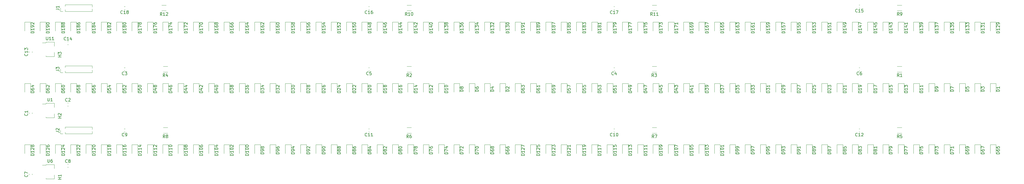
<source format=gto>
G04 #@! TF.GenerationSoftware,KiCad,Pcbnew,(5.1.10)-1*
G04 #@! TF.CreationDate,2021-09-09T13:00:48-04:00*
G04 #@! TF.ProjectId,LED Wheel,4c454420-5768-4656-956c-2e6b69636164,rev?*
G04 #@! TF.SameCoordinates,Original*
G04 #@! TF.FileFunction,Legend,Top*
G04 #@! TF.FilePolarity,Positive*
%FSLAX46Y46*%
G04 Gerber Fmt 4.6, Leading zero omitted, Abs format (unit mm)*
G04 Created by KiCad (PCBNEW (5.1.10)-1) date 2021-09-09 13:00:48*
%MOMM*%
%LPD*%
G01*
G04 APERTURE LIST*
%ADD10C,0.120000*%
%ADD11C,0.150000*%
G04 APERTURE END LIST*
D10*
X53940000Y-125360000D02*
X53940000Y-125130000D01*
X53940000Y-120640000D02*
X53940000Y-120870000D01*
X53940000Y-120640000D02*
X56660000Y-120640000D01*
X56660000Y-120640000D02*
X56660000Y-121950000D01*
X52800000Y-120870000D02*
X53940000Y-120870000D01*
X56660000Y-125360000D02*
X53940000Y-125360000D01*
X56660000Y-124050000D02*
X56660000Y-125360000D01*
X53940000Y-165360000D02*
X53940000Y-165130000D01*
X53940000Y-160640000D02*
X53940000Y-160870000D01*
X53940000Y-160640000D02*
X56660000Y-160640000D01*
X56660000Y-160640000D02*
X56660000Y-161950000D01*
X52800000Y-160870000D02*
X53940000Y-160870000D01*
X56660000Y-165360000D02*
X53940000Y-165360000D01*
X56660000Y-164050000D02*
X56660000Y-165360000D01*
X53940000Y-145360000D02*
X53940000Y-145130000D01*
X53940000Y-140640000D02*
X53940000Y-140870000D01*
X53940000Y-140640000D02*
X56660000Y-140640000D01*
X56660000Y-140640000D02*
X56660000Y-141950000D01*
X52800000Y-140870000D02*
X53940000Y-140870000D01*
X56660000Y-145360000D02*
X53940000Y-145360000D01*
X56660000Y-144050000D02*
X56660000Y-145360000D01*
X91722936Y-110410000D02*
X93177064Y-110410000D01*
X91722936Y-108590000D02*
X93177064Y-108590000D01*
X171722936Y-110410000D02*
X173177064Y-110410000D01*
X171722936Y-108590000D02*
X173177064Y-108590000D01*
X251722936Y-110410000D02*
X253177064Y-110410000D01*
X251722936Y-108590000D02*
X253177064Y-108590000D01*
X331722936Y-110410000D02*
X333177064Y-110410000D01*
X331722936Y-108590000D02*
X333177064Y-108590000D01*
X92222936Y-150410000D02*
X93677064Y-150410000D01*
X92222936Y-148590000D02*
X93677064Y-148590000D01*
X171722936Y-150410000D02*
X173177064Y-150410000D01*
X171722936Y-148590000D02*
X173177064Y-148590000D01*
X251722936Y-150410000D02*
X253177064Y-150410000D01*
X251722936Y-148590000D02*
X253177064Y-148590000D01*
X331722936Y-150410000D02*
X333177064Y-150410000D01*
X331722936Y-148590000D02*
X333177064Y-148590000D01*
X92222936Y-130410000D02*
X93677064Y-130410000D01*
X92222936Y-128590000D02*
X93677064Y-128590000D01*
X171722936Y-130410000D02*
X173177064Y-130410000D01*
X171722936Y-128590000D02*
X173177064Y-128590000D01*
X251722936Y-130410000D02*
X253177064Y-130410000D01*
X251722936Y-128590000D02*
X253177064Y-128590000D01*
X331722936Y-130410000D02*
X333177064Y-130410000D01*
X331722936Y-128590000D02*
X333177064Y-128590000D01*
X58740000Y-150610000D02*
X58740000Y-149500000D01*
X59500000Y-150610000D02*
X58740000Y-150610000D01*
X60260000Y-148936529D02*
X60260000Y-148390000D01*
X60260000Y-150610000D02*
X60260000Y-150063471D01*
X60260000Y-148390000D02*
X69085000Y-148390000D01*
X60260000Y-150610000D02*
X69085000Y-150610000D01*
X69085000Y-149192470D02*
X69085000Y-148390000D01*
X69085000Y-150610000D02*
X69085000Y-149807530D01*
X58740000Y-110610000D02*
X58740000Y-109500000D01*
X59500000Y-110610000D02*
X58740000Y-110610000D01*
X60260000Y-108936529D02*
X60260000Y-108390000D01*
X60260000Y-110610000D02*
X60260000Y-110063471D01*
X60260000Y-108390000D02*
X69085000Y-108390000D01*
X60260000Y-110610000D02*
X69085000Y-110610000D01*
X69085000Y-109192470D02*
X69085000Y-108390000D01*
X69085000Y-110610000D02*
X69085000Y-109807530D01*
X58740000Y-130610000D02*
X58740000Y-129500000D01*
X59500000Y-130610000D02*
X58740000Y-130610000D01*
X60260000Y-128936529D02*
X60260000Y-128390000D01*
X60260000Y-130610000D02*
X60260000Y-130063471D01*
X60260000Y-128390000D02*
X69085000Y-128390000D01*
X60260000Y-130610000D02*
X69085000Y-130610000D01*
X69085000Y-129192470D02*
X69085000Y-128390000D01*
X69085000Y-130610000D02*
X69085000Y-129807530D01*
X62040000Y-114140000D02*
X62040000Y-117000000D01*
X63960000Y-114140000D02*
X62040000Y-114140000D01*
X63960000Y-117000000D02*
X63960000Y-114140000D01*
X82040000Y-114140000D02*
X82040000Y-117000000D01*
X83960000Y-114140000D02*
X82040000Y-114140000D01*
X83960000Y-117000000D02*
X83960000Y-114140000D01*
X102040000Y-114140000D02*
X102040000Y-117000000D01*
X103960000Y-114140000D02*
X102040000Y-114140000D01*
X103960000Y-117000000D02*
X103960000Y-114140000D01*
X122040000Y-114140000D02*
X122040000Y-117000000D01*
X123960000Y-114140000D02*
X122040000Y-114140000D01*
X123960000Y-117000000D02*
X123960000Y-114140000D01*
X142040000Y-114140000D02*
X142040000Y-117000000D01*
X143960000Y-114140000D02*
X142040000Y-114140000D01*
X143960000Y-117000000D02*
X143960000Y-114140000D01*
X162040000Y-114140000D02*
X162040000Y-117000000D01*
X163960000Y-114140000D02*
X162040000Y-114140000D01*
X163960000Y-117000000D02*
X163960000Y-114140000D01*
X182040000Y-114140000D02*
X182040000Y-117000000D01*
X183960000Y-114140000D02*
X182040000Y-114140000D01*
X183960000Y-117000000D02*
X183960000Y-114140000D01*
X202040000Y-114140000D02*
X202040000Y-117000000D01*
X203960000Y-114140000D02*
X202040000Y-114140000D01*
X203960000Y-117000000D02*
X203960000Y-114140000D01*
X57040000Y-114140000D02*
X57040000Y-117000000D01*
X58960000Y-114140000D02*
X57040000Y-114140000D01*
X58960000Y-117000000D02*
X58960000Y-114140000D01*
X77040000Y-114140000D02*
X77040000Y-117000000D01*
X78960000Y-114140000D02*
X77040000Y-114140000D01*
X78960000Y-117000000D02*
X78960000Y-114140000D01*
X97040000Y-114140000D02*
X97040000Y-117000000D01*
X98960000Y-114140000D02*
X97040000Y-114140000D01*
X98960000Y-117000000D02*
X98960000Y-114140000D01*
X117040000Y-114140000D02*
X117040000Y-117000000D01*
X118960000Y-114140000D02*
X117040000Y-114140000D01*
X118960000Y-117000000D02*
X118960000Y-114140000D01*
X137040000Y-114140000D02*
X137040000Y-117000000D01*
X138960000Y-114140000D02*
X137040000Y-114140000D01*
X138960000Y-117000000D02*
X138960000Y-114140000D01*
X157040000Y-114140000D02*
X157040000Y-117000000D01*
X158960000Y-114140000D02*
X157040000Y-114140000D01*
X158960000Y-117000000D02*
X158960000Y-114140000D01*
X177040000Y-114140000D02*
X177040000Y-117000000D01*
X178960000Y-114140000D02*
X177040000Y-114140000D01*
X178960000Y-117000000D02*
X178960000Y-114140000D01*
X197040000Y-114140000D02*
X197040000Y-117000000D01*
X198960000Y-114140000D02*
X197040000Y-114140000D01*
X198960000Y-117000000D02*
X198960000Y-114140000D01*
X52040000Y-114140000D02*
X52040000Y-117000000D01*
X53960000Y-114140000D02*
X52040000Y-114140000D01*
X53960000Y-117000000D02*
X53960000Y-114140000D01*
X72040000Y-114140000D02*
X72040000Y-117000000D01*
X73960000Y-114140000D02*
X72040000Y-114140000D01*
X73960000Y-117000000D02*
X73960000Y-114140000D01*
X92040000Y-114140000D02*
X92040000Y-117000000D01*
X93960000Y-114140000D02*
X92040000Y-114140000D01*
X93960000Y-117000000D02*
X93960000Y-114140000D01*
X112040000Y-114140000D02*
X112040000Y-117000000D01*
X113960000Y-114140000D02*
X112040000Y-114140000D01*
X113960000Y-117000000D02*
X113960000Y-114140000D01*
X132040000Y-114140000D02*
X132040000Y-117000000D01*
X133960000Y-114140000D02*
X132040000Y-114140000D01*
X133960000Y-117000000D02*
X133960000Y-114140000D01*
X152040000Y-114140000D02*
X152040000Y-117000000D01*
X153960000Y-114140000D02*
X152040000Y-114140000D01*
X153960000Y-117000000D02*
X153960000Y-114140000D01*
X172040000Y-114140000D02*
X172040000Y-117000000D01*
X173960000Y-114140000D02*
X172040000Y-114140000D01*
X173960000Y-117000000D02*
X173960000Y-114140000D01*
X192040000Y-114140000D02*
X192040000Y-117000000D01*
X193960000Y-114140000D02*
X192040000Y-114140000D01*
X193960000Y-117000000D02*
X193960000Y-114140000D01*
X47040000Y-114140000D02*
X47040000Y-117000000D01*
X48960000Y-114140000D02*
X47040000Y-114140000D01*
X48960000Y-117000000D02*
X48960000Y-114140000D01*
X67040000Y-114140000D02*
X67040000Y-117000000D01*
X68960000Y-114140000D02*
X67040000Y-114140000D01*
X68960000Y-117000000D02*
X68960000Y-114140000D01*
X87040000Y-114140000D02*
X87040000Y-117000000D01*
X88960000Y-114140000D02*
X87040000Y-114140000D01*
X88960000Y-117000000D02*
X88960000Y-114140000D01*
X107040000Y-114140000D02*
X107040000Y-117000000D01*
X108960000Y-114140000D02*
X107040000Y-114140000D01*
X108960000Y-117000000D02*
X108960000Y-114140000D01*
X127040000Y-114140000D02*
X127040000Y-117000000D01*
X128960000Y-114140000D02*
X127040000Y-114140000D01*
X128960000Y-117000000D02*
X128960000Y-114140000D01*
X147040000Y-114140000D02*
X147040000Y-117000000D01*
X148960000Y-114140000D02*
X147040000Y-114140000D01*
X148960000Y-117000000D02*
X148960000Y-114140000D01*
X167040000Y-114140000D02*
X167040000Y-117000000D01*
X168960000Y-114140000D02*
X167040000Y-114140000D01*
X168960000Y-117000000D02*
X168960000Y-114140000D01*
X187040000Y-114140000D02*
X187040000Y-117000000D01*
X188960000Y-114140000D02*
X187040000Y-114140000D01*
X188960000Y-117000000D02*
X188960000Y-114140000D01*
X222040000Y-114140000D02*
X222040000Y-117000000D01*
X223960000Y-114140000D02*
X222040000Y-114140000D01*
X223960000Y-117000000D02*
X223960000Y-114140000D01*
X242040000Y-114140000D02*
X242040000Y-117000000D01*
X243960000Y-114140000D02*
X242040000Y-114140000D01*
X243960000Y-117000000D02*
X243960000Y-114140000D01*
X262040000Y-114140000D02*
X262040000Y-117000000D01*
X263960000Y-114140000D02*
X262040000Y-114140000D01*
X263960000Y-117000000D02*
X263960000Y-114140000D01*
X282040000Y-114140000D02*
X282040000Y-117000000D01*
X283960000Y-114140000D02*
X282040000Y-114140000D01*
X283960000Y-117000000D02*
X283960000Y-114140000D01*
X302040000Y-114140000D02*
X302040000Y-117000000D01*
X303960000Y-114140000D02*
X302040000Y-114140000D01*
X303960000Y-117000000D02*
X303960000Y-114140000D01*
X322040000Y-114140000D02*
X322040000Y-117000000D01*
X323960000Y-114140000D02*
X322040000Y-114140000D01*
X323960000Y-117000000D02*
X323960000Y-114140000D01*
X342040000Y-114140000D02*
X342040000Y-117000000D01*
X343960000Y-114140000D02*
X342040000Y-114140000D01*
X343960000Y-117000000D02*
X343960000Y-114140000D01*
X362040000Y-114140000D02*
X362040000Y-117000000D01*
X363960000Y-114140000D02*
X362040000Y-114140000D01*
X363960000Y-117000000D02*
X363960000Y-114140000D01*
X217040000Y-114140000D02*
X217040000Y-117000000D01*
X218960000Y-114140000D02*
X217040000Y-114140000D01*
X218960000Y-117000000D02*
X218960000Y-114140000D01*
X237040000Y-114140000D02*
X237040000Y-117000000D01*
X238960000Y-114140000D02*
X237040000Y-114140000D01*
X238960000Y-117000000D02*
X238960000Y-114140000D01*
X257040000Y-114140000D02*
X257040000Y-117000000D01*
X258960000Y-114140000D02*
X257040000Y-114140000D01*
X258960000Y-117000000D02*
X258960000Y-114140000D01*
X277040000Y-114140000D02*
X277040000Y-117000000D01*
X278960000Y-114140000D02*
X277040000Y-114140000D01*
X278960000Y-117000000D02*
X278960000Y-114140000D01*
X297040000Y-114140000D02*
X297040000Y-117000000D01*
X298960000Y-114140000D02*
X297040000Y-114140000D01*
X298960000Y-117000000D02*
X298960000Y-114140000D01*
X317040000Y-114140000D02*
X317040000Y-117000000D01*
X318960000Y-114140000D02*
X317040000Y-114140000D01*
X318960000Y-117000000D02*
X318960000Y-114140000D01*
X337040000Y-114140000D02*
X337040000Y-117000000D01*
X338960000Y-114140000D02*
X337040000Y-114140000D01*
X338960000Y-117000000D02*
X338960000Y-114140000D01*
X357040000Y-114140000D02*
X357040000Y-117000000D01*
X358960000Y-114140000D02*
X357040000Y-114140000D01*
X358960000Y-117000000D02*
X358960000Y-114140000D01*
X212040000Y-114140000D02*
X212040000Y-117000000D01*
X213960000Y-114140000D02*
X212040000Y-114140000D01*
X213960000Y-117000000D02*
X213960000Y-114140000D01*
X232040000Y-114140000D02*
X232040000Y-117000000D01*
X233960000Y-114140000D02*
X232040000Y-114140000D01*
X233960000Y-117000000D02*
X233960000Y-114140000D01*
X252040000Y-114140000D02*
X252040000Y-117000000D01*
X253960000Y-114140000D02*
X252040000Y-114140000D01*
X253960000Y-117000000D02*
X253960000Y-114140000D01*
X272040000Y-114140000D02*
X272040000Y-117000000D01*
X273960000Y-114140000D02*
X272040000Y-114140000D01*
X273960000Y-117000000D02*
X273960000Y-114140000D01*
X292040000Y-114140000D02*
X292040000Y-117000000D01*
X293960000Y-114140000D02*
X292040000Y-114140000D01*
X293960000Y-117000000D02*
X293960000Y-114140000D01*
X312040000Y-114140000D02*
X312040000Y-117000000D01*
X313960000Y-114140000D02*
X312040000Y-114140000D01*
X313960000Y-117000000D02*
X313960000Y-114140000D01*
X332040000Y-114140000D02*
X332040000Y-117000000D01*
X333960000Y-114140000D02*
X332040000Y-114140000D01*
X333960000Y-117000000D02*
X333960000Y-114140000D01*
X352040000Y-114140000D02*
X352040000Y-117000000D01*
X353960000Y-114140000D02*
X352040000Y-114140000D01*
X353960000Y-117000000D02*
X353960000Y-114140000D01*
X207040000Y-114140000D02*
X207040000Y-117000000D01*
X208960000Y-114140000D02*
X207040000Y-114140000D01*
X208960000Y-117000000D02*
X208960000Y-114140000D01*
X227040000Y-114140000D02*
X227040000Y-117000000D01*
X228960000Y-114140000D02*
X227040000Y-114140000D01*
X228960000Y-117000000D02*
X228960000Y-114140000D01*
X247040000Y-114140000D02*
X247040000Y-117000000D01*
X248960000Y-114140000D02*
X247040000Y-114140000D01*
X248960000Y-117000000D02*
X248960000Y-114140000D01*
X267040000Y-114140000D02*
X267040000Y-117000000D01*
X268960000Y-114140000D02*
X267040000Y-114140000D01*
X268960000Y-117000000D02*
X268960000Y-114140000D01*
X287040000Y-114140000D02*
X287040000Y-117000000D01*
X288960000Y-114140000D02*
X287040000Y-114140000D01*
X288960000Y-117000000D02*
X288960000Y-114140000D01*
X307040000Y-114140000D02*
X307040000Y-117000000D01*
X308960000Y-114140000D02*
X307040000Y-114140000D01*
X308960000Y-117000000D02*
X308960000Y-114140000D01*
X327040000Y-114140000D02*
X327040000Y-117000000D01*
X328960000Y-114140000D02*
X327040000Y-114140000D01*
X328960000Y-117000000D02*
X328960000Y-114140000D01*
X347040000Y-114140000D02*
X347040000Y-117000000D01*
X348960000Y-114140000D02*
X347040000Y-114140000D01*
X348960000Y-117000000D02*
X348960000Y-114140000D01*
X62040000Y-154140000D02*
X62040000Y-157000000D01*
X63960000Y-154140000D02*
X62040000Y-154140000D01*
X63960000Y-157000000D02*
X63960000Y-154140000D01*
X82040000Y-154140000D02*
X82040000Y-157000000D01*
X83960000Y-154140000D02*
X82040000Y-154140000D01*
X83960000Y-157000000D02*
X83960000Y-154140000D01*
X102040000Y-154140000D02*
X102040000Y-157000000D01*
X103960000Y-154140000D02*
X102040000Y-154140000D01*
X103960000Y-157000000D02*
X103960000Y-154140000D01*
X122040000Y-154140000D02*
X122040000Y-157000000D01*
X123960000Y-154140000D02*
X122040000Y-154140000D01*
X123960000Y-157000000D02*
X123960000Y-154140000D01*
X142040000Y-154140000D02*
X142040000Y-157000000D01*
X143960000Y-154140000D02*
X142040000Y-154140000D01*
X143960000Y-157000000D02*
X143960000Y-154140000D01*
X162040000Y-154140000D02*
X162040000Y-157000000D01*
X163960000Y-154140000D02*
X162040000Y-154140000D01*
X163960000Y-157000000D02*
X163960000Y-154140000D01*
X182040000Y-154140000D02*
X182040000Y-157000000D01*
X183960000Y-154140000D02*
X182040000Y-154140000D01*
X183960000Y-157000000D02*
X183960000Y-154140000D01*
X202040000Y-154140000D02*
X202040000Y-157000000D01*
X203960000Y-154140000D02*
X202040000Y-154140000D01*
X203960000Y-157000000D02*
X203960000Y-154140000D01*
X57040000Y-154140000D02*
X57040000Y-157000000D01*
X58960000Y-154140000D02*
X57040000Y-154140000D01*
X58960000Y-157000000D02*
X58960000Y-154140000D01*
X77040000Y-154140000D02*
X77040000Y-157000000D01*
X78960000Y-154140000D02*
X77040000Y-154140000D01*
X78960000Y-157000000D02*
X78960000Y-154140000D01*
X97040000Y-154140000D02*
X97040000Y-157000000D01*
X98960000Y-154140000D02*
X97040000Y-154140000D01*
X98960000Y-157000000D02*
X98960000Y-154140000D01*
X117040000Y-154140000D02*
X117040000Y-157000000D01*
X118960000Y-154140000D02*
X117040000Y-154140000D01*
X118960000Y-157000000D02*
X118960000Y-154140000D01*
X137040000Y-154140000D02*
X137040000Y-157000000D01*
X138960000Y-154140000D02*
X137040000Y-154140000D01*
X138960000Y-157000000D02*
X138960000Y-154140000D01*
X157040000Y-154140000D02*
X157040000Y-157000000D01*
X158960000Y-154140000D02*
X157040000Y-154140000D01*
X158960000Y-157000000D02*
X158960000Y-154140000D01*
X177040000Y-154140000D02*
X177040000Y-157000000D01*
X178960000Y-154140000D02*
X177040000Y-154140000D01*
X178960000Y-157000000D02*
X178960000Y-154140000D01*
X197040000Y-154140000D02*
X197040000Y-157000000D01*
X198960000Y-154140000D02*
X197040000Y-154140000D01*
X198960000Y-157000000D02*
X198960000Y-154140000D01*
X52040000Y-154140000D02*
X52040000Y-157000000D01*
X53960000Y-154140000D02*
X52040000Y-154140000D01*
X53960000Y-157000000D02*
X53960000Y-154140000D01*
X72040000Y-154140000D02*
X72040000Y-157000000D01*
X73960000Y-154140000D02*
X72040000Y-154140000D01*
X73960000Y-157000000D02*
X73960000Y-154140000D01*
X92040000Y-154140000D02*
X92040000Y-157000000D01*
X93960000Y-154140000D02*
X92040000Y-154140000D01*
X93960000Y-157000000D02*
X93960000Y-154140000D01*
X112040000Y-154140000D02*
X112040000Y-157000000D01*
X113960000Y-154140000D02*
X112040000Y-154140000D01*
X113960000Y-157000000D02*
X113960000Y-154140000D01*
X132040000Y-154140000D02*
X132040000Y-157000000D01*
X133960000Y-154140000D02*
X132040000Y-154140000D01*
X133960000Y-157000000D02*
X133960000Y-154140000D01*
X152040000Y-154140000D02*
X152040000Y-157000000D01*
X153960000Y-154140000D02*
X152040000Y-154140000D01*
X153960000Y-157000000D02*
X153960000Y-154140000D01*
X172040000Y-154140000D02*
X172040000Y-157000000D01*
X173960000Y-154140000D02*
X172040000Y-154140000D01*
X173960000Y-157000000D02*
X173960000Y-154140000D01*
X192040000Y-154140000D02*
X192040000Y-157000000D01*
X193960000Y-154140000D02*
X192040000Y-154140000D01*
X193960000Y-157000000D02*
X193960000Y-154140000D01*
X47040000Y-154140000D02*
X47040000Y-157000000D01*
X48960000Y-154140000D02*
X47040000Y-154140000D01*
X48960000Y-157000000D02*
X48960000Y-154140000D01*
X67040000Y-154140000D02*
X67040000Y-157000000D01*
X68960000Y-154140000D02*
X67040000Y-154140000D01*
X68960000Y-157000000D02*
X68960000Y-154140000D01*
X87040000Y-154140000D02*
X87040000Y-157000000D01*
X88960000Y-154140000D02*
X87040000Y-154140000D01*
X88960000Y-157000000D02*
X88960000Y-154140000D01*
X107040000Y-154140000D02*
X107040000Y-157000000D01*
X108960000Y-154140000D02*
X107040000Y-154140000D01*
X108960000Y-157000000D02*
X108960000Y-154140000D01*
X127040000Y-154140000D02*
X127040000Y-157000000D01*
X128960000Y-154140000D02*
X127040000Y-154140000D01*
X128960000Y-157000000D02*
X128960000Y-154140000D01*
X147040000Y-154140000D02*
X147040000Y-157000000D01*
X148960000Y-154140000D02*
X147040000Y-154140000D01*
X148960000Y-157000000D02*
X148960000Y-154140000D01*
X167040000Y-154140000D02*
X167040000Y-157000000D01*
X168960000Y-154140000D02*
X167040000Y-154140000D01*
X168960000Y-157000000D02*
X168960000Y-154140000D01*
X187040000Y-154140000D02*
X187040000Y-157000000D01*
X188960000Y-154140000D02*
X187040000Y-154140000D01*
X188960000Y-157000000D02*
X188960000Y-154140000D01*
X222040000Y-154140000D02*
X222040000Y-157000000D01*
X223960000Y-154140000D02*
X222040000Y-154140000D01*
X223960000Y-157000000D02*
X223960000Y-154140000D01*
X242040000Y-154140000D02*
X242040000Y-157000000D01*
X243960000Y-154140000D02*
X242040000Y-154140000D01*
X243960000Y-157000000D02*
X243960000Y-154140000D01*
X262040000Y-154140000D02*
X262040000Y-157000000D01*
X263960000Y-154140000D02*
X262040000Y-154140000D01*
X263960000Y-157000000D02*
X263960000Y-154140000D01*
X282040000Y-154140000D02*
X282040000Y-157000000D01*
X283960000Y-154140000D02*
X282040000Y-154140000D01*
X283960000Y-157000000D02*
X283960000Y-154140000D01*
X302040000Y-154140000D02*
X302040000Y-157000000D01*
X303960000Y-154140000D02*
X302040000Y-154140000D01*
X303960000Y-157000000D02*
X303960000Y-154140000D01*
X322040000Y-154140000D02*
X322040000Y-157000000D01*
X323960000Y-154140000D02*
X322040000Y-154140000D01*
X323960000Y-157000000D02*
X323960000Y-154140000D01*
X342040000Y-154140000D02*
X342040000Y-157000000D01*
X343960000Y-154140000D02*
X342040000Y-154140000D01*
X343960000Y-157000000D02*
X343960000Y-154140000D01*
X362040000Y-154140000D02*
X362040000Y-157000000D01*
X363960000Y-154140000D02*
X362040000Y-154140000D01*
X363960000Y-157000000D02*
X363960000Y-154140000D01*
X217040000Y-154140000D02*
X217040000Y-157000000D01*
X218960000Y-154140000D02*
X217040000Y-154140000D01*
X218960000Y-157000000D02*
X218960000Y-154140000D01*
X237040000Y-154140000D02*
X237040000Y-157000000D01*
X238960000Y-154140000D02*
X237040000Y-154140000D01*
X238960000Y-157000000D02*
X238960000Y-154140000D01*
X257040000Y-154140000D02*
X257040000Y-157000000D01*
X258960000Y-154140000D02*
X257040000Y-154140000D01*
X258960000Y-157000000D02*
X258960000Y-154140000D01*
X277040000Y-154140000D02*
X277040000Y-157000000D01*
X278960000Y-154140000D02*
X277040000Y-154140000D01*
X278960000Y-157000000D02*
X278960000Y-154140000D01*
X297040000Y-154140000D02*
X297040000Y-157000000D01*
X298960000Y-154140000D02*
X297040000Y-154140000D01*
X298960000Y-157000000D02*
X298960000Y-154140000D01*
X317040000Y-154140000D02*
X317040000Y-157000000D01*
X318960000Y-154140000D02*
X317040000Y-154140000D01*
X318960000Y-157000000D02*
X318960000Y-154140000D01*
X337040000Y-154140000D02*
X337040000Y-157000000D01*
X338960000Y-154140000D02*
X337040000Y-154140000D01*
X338960000Y-157000000D02*
X338960000Y-154140000D01*
X357040000Y-154140000D02*
X357040000Y-157000000D01*
X358960000Y-154140000D02*
X357040000Y-154140000D01*
X358960000Y-157000000D02*
X358960000Y-154140000D01*
X212040000Y-154140000D02*
X212040000Y-157000000D01*
X213960000Y-154140000D02*
X212040000Y-154140000D01*
X213960000Y-157000000D02*
X213960000Y-154140000D01*
X232040000Y-154140000D02*
X232040000Y-157000000D01*
X233960000Y-154140000D02*
X232040000Y-154140000D01*
X233960000Y-157000000D02*
X233960000Y-154140000D01*
X252040000Y-154140000D02*
X252040000Y-157000000D01*
X253960000Y-154140000D02*
X252040000Y-154140000D01*
X253960000Y-157000000D02*
X253960000Y-154140000D01*
X272040000Y-154140000D02*
X272040000Y-157000000D01*
X273960000Y-154140000D02*
X272040000Y-154140000D01*
X273960000Y-157000000D02*
X273960000Y-154140000D01*
X292040000Y-154140000D02*
X292040000Y-157000000D01*
X293960000Y-154140000D02*
X292040000Y-154140000D01*
X293960000Y-157000000D02*
X293960000Y-154140000D01*
X312040000Y-154140000D02*
X312040000Y-157000000D01*
X313960000Y-154140000D02*
X312040000Y-154140000D01*
X313960000Y-157000000D02*
X313960000Y-154140000D01*
X332040000Y-154140000D02*
X332040000Y-157000000D01*
X333960000Y-154140000D02*
X332040000Y-154140000D01*
X333960000Y-157000000D02*
X333960000Y-154140000D01*
X352040000Y-154140000D02*
X352040000Y-157000000D01*
X353960000Y-154140000D02*
X352040000Y-154140000D01*
X353960000Y-157000000D02*
X353960000Y-154140000D01*
X207040000Y-154140000D02*
X207040000Y-157000000D01*
X208960000Y-154140000D02*
X207040000Y-154140000D01*
X208960000Y-157000000D02*
X208960000Y-154140000D01*
X227040000Y-154140000D02*
X227040000Y-157000000D01*
X228960000Y-154140000D02*
X227040000Y-154140000D01*
X228960000Y-157000000D02*
X228960000Y-154140000D01*
X247040000Y-154140000D02*
X247040000Y-157000000D01*
X248960000Y-154140000D02*
X247040000Y-154140000D01*
X248960000Y-157000000D02*
X248960000Y-154140000D01*
X267040000Y-154140000D02*
X267040000Y-157000000D01*
X268960000Y-154140000D02*
X267040000Y-154140000D01*
X268960000Y-157000000D02*
X268960000Y-154140000D01*
X287040000Y-154140000D02*
X287040000Y-157000000D01*
X288960000Y-154140000D02*
X287040000Y-154140000D01*
X288960000Y-157000000D02*
X288960000Y-154140000D01*
X307040000Y-154140000D02*
X307040000Y-157000000D01*
X308960000Y-154140000D02*
X307040000Y-154140000D01*
X308960000Y-157000000D02*
X308960000Y-154140000D01*
X327040000Y-154140000D02*
X327040000Y-157000000D01*
X328960000Y-154140000D02*
X327040000Y-154140000D01*
X328960000Y-157000000D02*
X328960000Y-154140000D01*
X347040000Y-154140000D02*
X347040000Y-157000000D01*
X348960000Y-154140000D02*
X347040000Y-154140000D01*
X348960000Y-157000000D02*
X348960000Y-154140000D01*
X62040000Y-134140000D02*
X62040000Y-137000000D01*
X63960000Y-134140000D02*
X62040000Y-134140000D01*
X63960000Y-137000000D02*
X63960000Y-134140000D01*
X82040000Y-134140000D02*
X82040000Y-137000000D01*
X83960000Y-134140000D02*
X82040000Y-134140000D01*
X83960000Y-137000000D02*
X83960000Y-134140000D01*
X102040000Y-134140000D02*
X102040000Y-137000000D01*
X103960000Y-134140000D02*
X102040000Y-134140000D01*
X103960000Y-137000000D02*
X103960000Y-134140000D01*
X122040000Y-134140000D02*
X122040000Y-137000000D01*
X123960000Y-134140000D02*
X122040000Y-134140000D01*
X123960000Y-137000000D02*
X123960000Y-134140000D01*
X142040000Y-134140000D02*
X142040000Y-137000000D01*
X143960000Y-134140000D02*
X142040000Y-134140000D01*
X143960000Y-137000000D02*
X143960000Y-134140000D01*
X162040000Y-134140000D02*
X162040000Y-137000000D01*
X163960000Y-134140000D02*
X162040000Y-134140000D01*
X163960000Y-137000000D02*
X163960000Y-134140000D01*
X182040000Y-134140000D02*
X182040000Y-137000000D01*
X183960000Y-134140000D02*
X182040000Y-134140000D01*
X183960000Y-137000000D02*
X183960000Y-134140000D01*
X202040000Y-134140000D02*
X202040000Y-137000000D01*
X203960000Y-134140000D02*
X202040000Y-134140000D01*
X203960000Y-137000000D02*
X203960000Y-134140000D01*
X57040000Y-134140000D02*
X57040000Y-137000000D01*
X58960000Y-134140000D02*
X57040000Y-134140000D01*
X58960000Y-137000000D02*
X58960000Y-134140000D01*
X77040000Y-134140000D02*
X77040000Y-137000000D01*
X78960000Y-134140000D02*
X77040000Y-134140000D01*
X78960000Y-137000000D02*
X78960000Y-134140000D01*
X97040000Y-134140000D02*
X97040000Y-137000000D01*
X98960000Y-134140000D02*
X97040000Y-134140000D01*
X98960000Y-137000000D02*
X98960000Y-134140000D01*
X117040000Y-134140000D02*
X117040000Y-137000000D01*
X118960000Y-134140000D02*
X117040000Y-134140000D01*
X118960000Y-137000000D02*
X118960000Y-134140000D01*
X137040000Y-134140000D02*
X137040000Y-137000000D01*
X138960000Y-134140000D02*
X137040000Y-134140000D01*
X138960000Y-137000000D02*
X138960000Y-134140000D01*
X157040000Y-134140000D02*
X157040000Y-137000000D01*
X158960000Y-134140000D02*
X157040000Y-134140000D01*
X158960000Y-137000000D02*
X158960000Y-134140000D01*
X177040000Y-134140000D02*
X177040000Y-137000000D01*
X178960000Y-134140000D02*
X177040000Y-134140000D01*
X178960000Y-137000000D02*
X178960000Y-134140000D01*
X197040000Y-134140000D02*
X197040000Y-137000000D01*
X198960000Y-134140000D02*
X197040000Y-134140000D01*
X198960000Y-137000000D02*
X198960000Y-134140000D01*
X52040000Y-134140000D02*
X52040000Y-137000000D01*
X53960000Y-134140000D02*
X52040000Y-134140000D01*
X53960000Y-137000000D02*
X53960000Y-134140000D01*
X72040000Y-134140000D02*
X72040000Y-137000000D01*
X73960000Y-134140000D02*
X72040000Y-134140000D01*
X73960000Y-137000000D02*
X73960000Y-134140000D01*
X92040000Y-134140000D02*
X92040000Y-137000000D01*
X93960000Y-134140000D02*
X92040000Y-134140000D01*
X93960000Y-137000000D02*
X93960000Y-134140000D01*
X112040000Y-134140000D02*
X112040000Y-137000000D01*
X113960000Y-134140000D02*
X112040000Y-134140000D01*
X113960000Y-137000000D02*
X113960000Y-134140000D01*
X132040000Y-134140000D02*
X132040000Y-137000000D01*
X133960000Y-134140000D02*
X132040000Y-134140000D01*
X133960000Y-137000000D02*
X133960000Y-134140000D01*
X152040000Y-134140000D02*
X152040000Y-137000000D01*
X153960000Y-134140000D02*
X152040000Y-134140000D01*
X153960000Y-137000000D02*
X153960000Y-134140000D01*
X172040000Y-134140000D02*
X172040000Y-137000000D01*
X173960000Y-134140000D02*
X172040000Y-134140000D01*
X173960000Y-137000000D02*
X173960000Y-134140000D01*
X192040000Y-134140000D02*
X192040000Y-137000000D01*
X193960000Y-134140000D02*
X192040000Y-134140000D01*
X193960000Y-137000000D02*
X193960000Y-134140000D01*
X47040000Y-134140000D02*
X47040000Y-137000000D01*
X48960000Y-134140000D02*
X47040000Y-134140000D01*
X48960000Y-137000000D02*
X48960000Y-134140000D01*
X67040000Y-134140000D02*
X67040000Y-137000000D01*
X68960000Y-134140000D02*
X67040000Y-134140000D01*
X68960000Y-137000000D02*
X68960000Y-134140000D01*
X87040000Y-134140000D02*
X87040000Y-137000000D01*
X88960000Y-134140000D02*
X87040000Y-134140000D01*
X88960000Y-137000000D02*
X88960000Y-134140000D01*
X107040000Y-134140000D02*
X107040000Y-137000000D01*
X108960000Y-134140000D02*
X107040000Y-134140000D01*
X108960000Y-137000000D02*
X108960000Y-134140000D01*
X127040000Y-134140000D02*
X127040000Y-137000000D01*
X128960000Y-134140000D02*
X127040000Y-134140000D01*
X128960000Y-137000000D02*
X128960000Y-134140000D01*
X147040000Y-134140000D02*
X147040000Y-137000000D01*
X148960000Y-134140000D02*
X147040000Y-134140000D01*
X148960000Y-137000000D02*
X148960000Y-134140000D01*
X167040000Y-134140000D02*
X167040000Y-137000000D01*
X168960000Y-134140000D02*
X167040000Y-134140000D01*
X168960000Y-137000000D02*
X168960000Y-134140000D01*
X187040000Y-134140000D02*
X187040000Y-137000000D01*
X188960000Y-134140000D02*
X187040000Y-134140000D01*
X188960000Y-137000000D02*
X188960000Y-134140000D01*
X222040000Y-134140000D02*
X222040000Y-137000000D01*
X223960000Y-134140000D02*
X222040000Y-134140000D01*
X223960000Y-137000000D02*
X223960000Y-134140000D01*
X242040000Y-134140000D02*
X242040000Y-137000000D01*
X243960000Y-134140000D02*
X242040000Y-134140000D01*
X243960000Y-137000000D02*
X243960000Y-134140000D01*
X262040000Y-134140000D02*
X262040000Y-137000000D01*
X263960000Y-134140000D02*
X262040000Y-134140000D01*
X263960000Y-137000000D02*
X263960000Y-134140000D01*
X282040000Y-134140000D02*
X282040000Y-137000000D01*
X283960000Y-134140000D02*
X282040000Y-134140000D01*
X283960000Y-137000000D02*
X283960000Y-134140000D01*
X302040000Y-134140000D02*
X302040000Y-137000000D01*
X303960000Y-134140000D02*
X302040000Y-134140000D01*
X303960000Y-137000000D02*
X303960000Y-134140000D01*
X322040000Y-134140000D02*
X322040000Y-137000000D01*
X323960000Y-134140000D02*
X322040000Y-134140000D01*
X323960000Y-137000000D02*
X323960000Y-134140000D01*
X342040000Y-134140000D02*
X342040000Y-137000000D01*
X343960000Y-134140000D02*
X342040000Y-134140000D01*
X343960000Y-137000000D02*
X343960000Y-134140000D01*
X362040000Y-134140000D02*
X362040000Y-137000000D01*
X363960000Y-134140000D02*
X362040000Y-134140000D01*
X363960000Y-137000000D02*
X363960000Y-134140000D01*
X217040000Y-134140000D02*
X217040000Y-137000000D01*
X218960000Y-134140000D02*
X217040000Y-134140000D01*
X218960000Y-137000000D02*
X218960000Y-134140000D01*
X237040000Y-134140000D02*
X237040000Y-137000000D01*
X238960000Y-134140000D02*
X237040000Y-134140000D01*
X238960000Y-137000000D02*
X238960000Y-134140000D01*
X257040000Y-134140000D02*
X257040000Y-137000000D01*
X258960000Y-134140000D02*
X257040000Y-134140000D01*
X258960000Y-137000000D02*
X258960000Y-134140000D01*
X277040000Y-134140000D02*
X277040000Y-137000000D01*
X278960000Y-134140000D02*
X277040000Y-134140000D01*
X278960000Y-137000000D02*
X278960000Y-134140000D01*
X297040000Y-134140000D02*
X297040000Y-137000000D01*
X298960000Y-134140000D02*
X297040000Y-134140000D01*
X298960000Y-137000000D02*
X298960000Y-134140000D01*
X317040000Y-134140000D02*
X317040000Y-137000000D01*
X318960000Y-134140000D02*
X317040000Y-134140000D01*
X318960000Y-137000000D02*
X318960000Y-134140000D01*
X337040000Y-134140000D02*
X337040000Y-137000000D01*
X338960000Y-134140000D02*
X337040000Y-134140000D01*
X338960000Y-137000000D02*
X338960000Y-134140000D01*
X357040000Y-134140000D02*
X357040000Y-137000000D01*
X358960000Y-134140000D02*
X357040000Y-134140000D01*
X358960000Y-137000000D02*
X358960000Y-134140000D01*
X212040000Y-134140000D02*
X212040000Y-137000000D01*
X213960000Y-134140000D02*
X212040000Y-134140000D01*
X213960000Y-137000000D02*
X213960000Y-134140000D01*
X232040000Y-134140000D02*
X232040000Y-137000000D01*
X233960000Y-134140000D02*
X232040000Y-134140000D01*
X233960000Y-137000000D02*
X233960000Y-134140000D01*
X252040000Y-134140000D02*
X252040000Y-137000000D01*
X253960000Y-134140000D02*
X252040000Y-134140000D01*
X253960000Y-137000000D02*
X253960000Y-134140000D01*
X272040000Y-134140000D02*
X272040000Y-137000000D01*
X273960000Y-134140000D02*
X272040000Y-134140000D01*
X273960000Y-137000000D02*
X273960000Y-134140000D01*
X292040000Y-134140000D02*
X292040000Y-137000000D01*
X293960000Y-134140000D02*
X292040000Y-134140000D01*
X293960000Y-137000000D02*
X293960000Y-134140000D01*
X312040000Y-134140000D02*
X312040000Y-137000000D01*
X313960000Y-134140000D02*
X312040000Y-134140000D01*
X313960000Y-137000000D02*
X313960000Y-134140000D01*
X332040000Y-134140000D02*
X332040000Y-137000000D01*
X333960000Y-134140000D02*
X332040000Y-134140000D01*
X333960000Y-137000000D02*
X333960000Y-134140000D01*
X352040000Y-134140000D02*
X352040000Y-137000000D01*
X353960000Y-134140000D02*
X352040000Y-134140000D01*
X353960000Y-137000000D02*
X353960000Y-134140000D01*
X207040000Y-134140000D02*
X207040000Y-137000000D01*
X208960000Y-134140000D02*
X207040000Y-134140000D01*
X208960000Y-137000000D02*
X208960000Y-134140000D01*
X227040000Y-134140000D02*
X227040000Y-137000000D01*
X228960000Y-134140000D02*
X227040000Y-134140000D01*
X228960000Y-137000000D02*
X228960000Y-134140000D01*
X247040000Y-134140000D02*
X247040000Y-137000000D01*
X248960000Y-134140000D02*
X247040000Y-134140000D01*
X248960000Y-137000000D02*
X248960000Y-134140000D01*
X267040000Y-134140000D02*
X267040000Y-137000000D01*
X268960000Y-134140000D02*
X267040000Y-134140000D01*
X268960000Y-137000000D02*
X268960000Y-134140000D01*
X287040000Y-134140000D02*
X287040000Y-137000000D01*
X288960000Y-134140000D02*
X287040000Y-134140000D01*
X288960000Y-137000000D02*
X288960000Y-134140000D01*
X307040000Y-134140000D02*
X307040000Y-137000000D01*
X308960000Y-134140000D02*
X307040000Y-134140000D01*
X308960000Y-137000000D02*
X308960000Y-134140000D01*
X327040000Y-134140000D02*
X327040000Y-137000000D01*
X328960000Y-134140000D02*
X327040000Y-134140000D01*
X328960000Y-137000000D02*
X328960000Y-134140000D01*
X347040000Y-134140000D02*
X347040000Y-137000000D01*
X348960000Y-134140000D02*
X347040000Y-134140000D01*
X348960000Y-137000000D02*
X348960000Y-134140000D01*
X79783767Y-108990000D02*
X79491233Y-108990000D01*
X79783767Y-110010000D02*
X79491233Y-110010000D01*
X159508767Y-108990000D02*
X159216233Y-108990000D01*
X159508767Y-110010000D02*
X159216233Y-110010000D01*
X239508767Y-108990000D02*
X239216233Y-108990000D01*
X239508767Y-110010000D02*
X239216233Y-110010000D01*
X319508767Y-108490000D02*
X319216233Y-108490000D01*
X319508767Y-109510000D02*
X319216233Y-109510000D01*
X60991233Y-121510000D02*
X61283767Y-121510000D01*
X60991233Y-120490000D02*
X61283767Y-120490000D01*
X49510000Y-124008767D02*
X49510000Y-123716233D01*
X48490000Y-124008767D02*
X48490000Y-123716233D01*
X319508767Y-148990000D02*
X319216233Y-148990000D01*
X319508767Y-150010000D02*
X319216233Y-150010000D01*
X239508767Y-148990000D02*
X239216233Y-148990000D01*
X239508767Y-150010000D02*
X239216233Y-150010000D01*
X159508767Y-148990000D02*
X159216233Y-148990000D01*
X159508767Y-150010000D02*
X159216233Y-150010000D01*
X79783767Y-148990000D02*
X79491233Y-148990000D01*
X79783767Y-150010000D02*
X79491233Y-150010000D01*
X60991233Y-161510000D02*
X61283767Y-161510000D01*
X60991233Y-160490000D02*
X61283767Y-160490000D01*
X49510000Y-164008767D02*
X49510000Y-163716233D01*
X48490000Y-164008767D02*
X48490000Y-163716233D01*
X319508767Y-128990000D02*
X319216233Y-128990000D01*
X319508767Y-130010000D02*
X319216233Y-130010000D01*
X239508767Y-128990000D02*
X239216233Y-128990000D01*
X239508767Y-130010000D02*
X239216233Y-130010000D01*
X159508767Y-128990000D02*
X159216233Y-128990000D01*
X159508767Y-130010000D02*
X159216233Y-130010000D01*
X79783767Y-128990000D02*
X79491233Y-128990000D01*
X79783767Y-130010000D02*
X79491233Y-130010000D01*
X60991233Y-141510000D02*
X61283767Y-141510000D01*
X60991233Y-140490000D02*
X61283767Y-140490000D01*
X49510000Y-144008767D02*
X49510000Y-143716233D01*
X48490000Y-144008767D02*
X48490000Y-143716233D01*
D11*
X58952380Y-125511904D02*
X57952380Y-125511904D01*
X58428571Y-125511904D02*
X58428571Y-124940476D01*
X58952380Y-124940476D02*
X57952380Y-124940476D01*
X57952380Y-124559523D02*
X57952380Y-123940476D01*
X58333333Y-124273809D01*
X58333333Y-124130952D01*
X58380952Y-124035714D01*
X58428571Y-123988095D01*
X58523809Y-123940476D01*
X58761904Y-123940476D01*
X58857142Y-123988095D01*
X58904761Y-124035714D01*
X58952380Y-124130952D01*
X58952380Y-124416666D01*
X58904761Y-124511904D01*
X58857142Y-124559523D01*
X58952380Y-145511904D02*
X57952380Y-145511904D01*
X58428571Y-145511904D02*
X58428571Y-144940476D01*
X58952380Y-144940476D02*
X57952380Y-144940476D01*
X58047619Y-144511904D02*
X58000000Y-144464285D01*
X57952380Y-144369047D01*
X57952380Y-144130952D01*
X58000000Y-144035714D01*
X58047619Y-143988095D01*
X58142857Y-143940476D01*
X58238095Y-143940476D01*
X58380952Y-143988095D01*
X58952380Y-144559523D01*
X58952380Y-143940476D01*
X58952380Y-165511904D02*
X57952380Y-165511904D01*
X58428571Y-165511904D02*
X58428571Y-164940476D01*
X58952380Y-164940476D02*
X57952380Y-164940476D01*
X58952380Y-163940476D02*
X58952380Y-164511904D01*
X58952380Y-164226190D02*
X57952380Y-164226190D01*
X58095238Y-164321428D01*
X58190476Y-164416666D01*
X58238095Y-164511904D01*
X54061904Y-118952380D02*
X54061904Y-119761904D01*
X54109523Y-119857142D01*
X54157142Y-119904761D01*
X54252380Y-119952380D01*
X54442857Y-119952380D01*
X54538095Y-119904761D01*
X54585714Y-119857142D01*
X54633333Y-119761904D01*
X54633333Y-118952380D01*
X55633333Y-119952380D02*
X55061904Y-119952380D01*
X55347619Y-119952380D02*
X55347619Y-118952380D01*
X55252380Y-119095238D01*
X55157142Y-119190476D01*
X55061904Y-119238095D01*
X56585714Y-119952380D02*
X56014285Y-119952380D01*
X56300000Y-119952380D02*
X56300000Y-118952380D01*
X56204761Y-119095238D01*
X56109523Y-119190476D01*
X56014285Y-119238095D01*
X54538095Y-158952380D02*
X54538095Y-159761904D01*
X54585714Y-159857142D01*
X54633333Y-159904761D01*
X54728571Y-159952380D01*
X54919047Y-159952380D01*
X55014285Y-159904761D01*
X55061904Y-159857142D01*
X55109523Y-159761904D01*
X55109523Y-158952380D01*
X56014285Y-158952380D02*
X55823809Y-158952380D01*
X55728571Y-159000000D01*
X55680952Y-159047619D01*
X55585714Y-159190476D01*
X55538095Y-159380952D01*
X55538095Y-159761904D01*
X55585714Y-159857142D01*
X55633333Y-159904761D01*
X55728571Y-159952380D01*
X55919047Y-159952380D01*
X56014285Y-159904761D01*
X56061904Y-159857142D01*
X56109523Y-159761904D01*
X56109523Y-159523809D01*
X56061904Y-159428571D01*
X56014285Y-159380952D01*
X55919047Y-159333333D01*
X55728571Y-159333333D01*
X55633333Y-159380952D01*
X55585714Y-159428571D01*
X55538095Y-159523809D01*
X54538095Y-138952380D02*
X54538095Y-139761904D01*
X54585714Y-139857142D01*
X54633333Y-139904761D01*
X54728571Y-139952380D01*
X54919047Y-139952380D01*
X55014285Y-139904761D01*
X55061904Y-139857142D01*
X55109523Y-139761904D01*
X55109523Y-138952380D01*
X56109523Y-139952380D02*
X55538095Y-139952380D01*
X55823809Y-139952380D02*
X55823809Y-138952380D01*
X55728571Y-139095238D01*
X55633333Y-139190476D01*
X55538095Y-139238095D01*
X91857142Y-111952380D02*
X91523809Y-111476190D01*
X91285714Y-111952380D02*
X91285714Y-110952380D01*
X91666666Y-110952380D01*
X91761904Y-111000000D01*
X91809523Y-111047619D01*
X91857142Y-111142857D01*
X91857142Y-111285714D01*
X91809523Y-111380952D01*
X91761904Y-111428571D01*
X91666666Y-111476190D01*
X91285714Y-111476190D01*
X92809523Y-111952380D02*
X92238095Y-111952380D01*
X92523809Y-111952380D02*
X92523809Y-110952380D01*
X92428571Y-111095238D01*
X92333333Y-111190476D01*
X92238095Y-111238095D01*
X93190476Y-111047619D02*
X93238095Y-111000000D01*
X93333333Y-110952380D01*
X93571428Y-110952380D01*
X93666666Y-111000000D01*
X93714285Y-111047619D01*
X93761904Y-111142857D01*
X93761904Y-111238095D01*
X93714285Y-111380952D01*
X93142857Y-111952380D01*
X93761904Y-111952380D01*
X171807142Y-111952380D02*
X171473809Y-111476190D01*
X171235714Y-111952380D02*
X171235714Y-110952380D01*
X171616666Y-110952380D01*
X171711904Y-111000000D01*
X171759523Y-111047619D01*
X171807142Y-111142857D01*
X171807142Y-111285714D01*
X171759523Y-111380952D01*
X171711904Y-111428571D01*
X171616666Y-111476190D01*
X171235714Y-111476190D01*
X172759523Y-111952380D02*
X172188095Y-111952380D01*
X172473809Y-111952380D02*
X172473809Y-110952380D01*
X172378571Y-111095238D01*
X172283333Y-111190476D01*
X172188095Y-111238095D01*
X173378571Y-110952380D02*
X173473809Y-110952380D01*
X173569047Y-111000000D01*
X173616666Y-111047619D01*
X173664285Y-111142857D01*
X173711904Y-111333333D01*
X173711904Y-111571428D01*
X173664285Y-111761904D01*
X173616666Y-111857142D01*
X173569047Y-111904761D01*
X173473809Y-111952380D01*
X173378571Y-111952380D01*
X173283333Y-111904761D01*
X173235714Y-111857142D01*
X173188095Y-111761904D01*
X173140476Y-111571428D01*
X173140476Y-111333333D01*
X173188095Y-111142857D01*
X173235714Y-111047619D01*
X173283333Y-111000000D01*
X173378571Y-110952380D01*
X251857142Y-111952380D02*
X251523809Y-111476190D01*
X251285714Y-111952380D02*
X251285714Y-110952380D01*
X251666666Y-110952380D01*
X251761904Y-111000000D01*
X251809523Y-111047619D01*
X251857142Y-111142857D01*
X251857142Y-111285714D01*
X251809523Y-111380952D01*
X251761904Y-111428571D01*
X251666666Y-111476190D01*
X251285714Y-111476190D01*
X252809523Y-111952380D02*
X252238095Y-111952380D01*
X252523809Y-111952380D02*
X252523809Y-110952380D01*
X252428571Y-111095238D01*
X252333333Y-111190476D01*
X252238095Y-111238095D01*
X253761904Y-111952380D02*
X253190476Y-111952380D01*
X253476190Y-111952380D02*
X253476190Y-110952380D01*
X253380952Y-111095238D01*
X253285714Y-111190476D01*
X253190476Y-111238095D01*
X332333333Y-111952380D02*
X332000000Y-111476190D01*
X331761904Y-111952380D02*
X331761904Y-110952380D01*
X332142857Y-110952380D01*
X332238095Y-111000000D01*
X332285714Y-111047619D01*
X332333333Y-111142857D01*
X332333333Y-111285714D01*
X332285714Y-111380952D01*
X332238095Y-111428571D01*
X332142857Y-111476190D01*
X331761904Y-111476190D01*
X332809523Y-111952380D02*
X333000000Y-111952380D01*
X333095238Y-111904761D01*
X333142857Y-111857142D01*
X333238095Y-111714285D01*
X333285714Y-111523809D01*
X333285714Y-111142857D01*
X333238095Y-111047619D01*
X333190476Y-111000000D01*
X333095238Y-110952380D01*
X332904761Y-110952380D01*
X332809523Y-111000000D01*
X332761904Y-111047619D01*
X332714285Y-111142857D01*
X332714285Y-111380952D01*
X332761904Y-111476190D01*
X332809523Y-111523809D01*
X332904761Y-111571428D01*
X333095238Y-111571428D01*
X333190476Y-111523809D01*
X333238095Y-111476190D01*
X333285714Y-111380952D01*
X92783333Y-151952380D02*
X92450000Y-151476190D01*
X92211904Y-151952380D02*
X92211904Y-150952380D01*
X92592857Y-150952380D01*
X92688095Y-151000000D01*
X92735714Y-151047619D01*
X92783333Y-151142857D01*
X92783333Y-151285714D01*
X92735714Y-151380952D01*
X92688095Y-151428571D01*
X92592857Y-151476190D01*
X92211904Y-151476190D01*
X93354761Y-151380952D02*
X93259523Y-151333333D01*
X93211904Y-151285714D01*
X93164285Y-151190476D01*
X93164285Y-151142857D01*
X93211904Y-151047619D01*
X93259523Y-151000000D01*
X93354761Y-150952380D01*
X93545238Y-150952380D01*
X93640476Y-151000000D01*
X93688095Y-151047619D01*
X93735714Y-151142857D01*
X93735714Y-151190476D01*
X93688095Y-151285714D01*
X93640476Y-151333333D01*
X93545238Y-151380952D01*
X93354761Y-151380952D01*
X93259523Y-151428571D01*
X93211904Y-151476190D01*
X93164285Y-151571428D01*
X93164285Y-151761904D01*
X93211904Y-151857142D01*
X93259523Y-151904761D01*
X93354761Y-151952380D01*
X93545238Y-151952380D01*
X93640476Y-151904761D01*
X93688095Y-151857142D01*
X93735714Y-151761904D01*
X93735714Y-151571428D01*
X93688095Y-151476190D01*
X93640476Y-151428571D01*
X93545238Y-151380952D01*
X172283333Y-151952380D02*
X171950000Y-151476190D01*
X171711904Y-151952380D02*
X171711904Y-150952380D01*
X172092857Y-150952380D01*
X172188095Y-151000000D01*
X172235714Y-151047619D01*
X172283333Y-151142857D01*
X172283333Y-151285714D01*
X172235714Y-151380952D01*
X172188095Y-151428571D01*
X172092857Y-151476190D01*
X171711904Y-151476190D01*
X173140476Y-150952380D02*
X172950000Y-150952380D01*
X172854761Y-151000000D01*
X172807142Y-151047619D01*
X172711904Y-151190476D01*
X172664285Y-151380952D01*
X172664285Y-151761904D01*
X172711904Y-151857142D01*
X172759523Y-151904761D01*
X172854761Y-151952380D01*
X173045238Y-151952380D01*
X173140476Y-151904761D01*
X173188095Y-151857142D01*
X173235714Y-151761904D01*
X173235714Y-151523809D01*
X173188095Y-151428571D01*
X173140476Y-151380952D01*
X173045238Y-151333333D01*
X172854761Y-151333333D01*
X172759523Y-151380952D01*
X172711904Y-151428571D01*
X172664285Y-151523809D01*
X252333333Y-151952380D02*
X252000000Y-151476190D01*
X251761904Y-151952380D02*
X251761904Y-150952380D01*
X252142857Y-150952380D01*
X252238095Y-151000000D01*
X252285714Y-151047619D01*
X252333333Y-151142857D01*
X252333333Y-151285714D01*
X252285714Y-151380952D01*
X252238095Y-151428571D01*
X252142857Y-151476190D01*
X251761904Y-151476190D01*
X252666666Y-150952380D02*
X253333333Y-150952380D01*
X252904761Y-151952380D01*
X332333333Y-151952380D02*
X332000000Y-151476190D01*
X331761904Y-151952380D02*
X331761904Y-150952380D01*
X332142857Y-150952380D01*
X332238095Y-151000000D01*
X332285714Y-151047619D01*
X332333333Y-151142857D01*
X332333333Y-151285714D01*
X332285714Y-151380952D01*
X332238095Y-151428571D01*
X332142857Y-151476190D01*
X331761904Y-151476190D01*
X333238095Y-150952380D02*
X332761904Y-150952380D01*
X332714285Y-151428571D01*
X332761904Y-151380952D01*
X332857142Y-151333333D01*
X333095238Y-151333333D01*
X333190476Y-151380952D01*
X333238095Y-151428571D01*
X333285714Y-151523809D01*
X333285714Y-151761904D01*
X333238095Y-151857142D01*
X333190476Y-151904761D01*
X333095238Y-151952380D01*
X332857142Y-151952380D01*
X332761904Y-151904761D01*
X332714285Y-151857142D01*
X92783333Y-131952380D02*
X92450000Y-131476190D01*
X92211904Y-131952380D02*
X92211904Y-130952380D01*
X92592857Y-130952380D01*
X92688095Y-131000000D01*
X92735714Y-131047619D01*
X92783333Y-131142857D01*
X92783333Y-131285714D01*
X92735714Y-131380952D01*
X92688095Y-131428571D01*
X92592857Y-131476190D01*
X92211904Y-131476190D01*
X93640476Y-131285714D02*
X93640476Y-131952380D01*
X93402380Y-130904761D02*
X93164285Y-131619047D01*
X93783333Y-131619047D01*
X172333333Y-131952380D02*
X172000000Y-131476190D01*
X171761904Y-131952380D02*
X171761904Y-130952380D01*
X172142857Y-130952380D01*
X172238095Y-131000000D01*
X172285714Y-131047619D01*
X172333333Y-131142857D01*
X172333333Y-131285714D01*
X172285714Y-131380952D01*
X172238095Y-131428571D01*
X172142857Y-131476190D01*
X171761904Y-131476190D01*
X172714285Y-131047619D02*
X172761904Y-131000000D01*
X172857142Y-130952380D01*
X173095238Y-130952380D01*
X173190476Y-131000000D01*
X173238095Y-131047619D01*
X173285714Y-131142857D01*
X173285714Y-131238095D01*
X173238095Y-131380952D01*
X172666666Y-131952380D01*
X173285714Y-131952380D01*
X252283333Y-131952380D02*
X251950000Y-131476190D01*
X251711904Y-131952380D02*
X251711904Y-130952380D01*
X252092857Y-130952380D01*
X252188095Y-131000000D01*
X252235714Y-131047619D01*
X252283333Y-131142857D01*
X252283333Y-131285714D01*
X252235714Y-131380952D01*
X252188095Y-131428571D01*
X252092857Y-131476190D01*
X251711904Y-131476190D01*
X252616666Y-130952380D02*
X253235714Y-130952380D01*
X252902380Y-131333333D01*
X253045238Y-131333333D01*
X253140476Y-131380952D01*
X253188095Y-131428571D01*
X253235714Y-131523809D01*
X253235714Y-131761904D01*
X253188095Y-131857142D01*
X253140476Y-131904761D01*
X253045238Y-131952380D01*
X252759523Y-131952380D01*
X252664285Y-131904761D01*
X252616666Y-131857142D01*
X332333333Y-131952380D02*
X332000000Y-131476190D01*
X331761904Y-131952380D02*
X331761904Y-130952380D01*
X332142857Y-130952380D01*
X332238095Y-131000000D01*
X332285714Y-131047619D01*
X332333333Y-131142857D01*
X332333333Y-131285714D01*
X332285714Y-131380952D01*
X332238095Y-131428571D01*
X332142857Y-131476190D01*
X331761904Y-131476190D01*
X333285714Y-131952380D02*
X332714285Y-131952380D01*
X333000000Y-131952380D02*
X333000000Y-130952380D01*
X332904761Y-131095238D01*
X332809523Y-131190476D01*
X332714285Y-131238095D01*
X57257380Y-149833333D02*
X57971666Y-149833333D01*
X58114523Y-149880952D01*
X58209761Y-149976190D01*
X58257380Y-150119047D01*
X58257380Y-150214285D01*
X57352619Y-149404761D02*
X57305000Y-149357142D01*
X57257380Y-149261904D01*
X57257380Y-149023809D01*
X57305000Y-148928571D01*
X57352619Y-148880952D01*
X57447857Y-148833333D01*
X57543095Y-148833333D01*
X57685952Y-148880952D01*
X58257380Y-149452380D01*
X58257380Y-148833333D01*
X57257380Y-109833333D02*
X57971666Y-109833333D01*
X58114523Y-109880952D01*
X58209761Y-109976190D01*
X58257380Y-110119047D01*
X58257380Y-110214285D01*
X58257380Y-108833333D02*
X58257380Y-109404761D01*
X58257380Y-109119047D02*
X57257380Y-109119047D01*
X57400238Y-109214285D01*
X57495476Y-109309523D01*
X57543095Y-109404761D01*
X57257380Y-129833333D02*
X57971666Y-129833333D01*
X58114523Y-129880952D01*
X58209761Y-129976190D01*
X58257380Y-130119047D01*
X58257380Y-130214285D01*
X57257380Y-129452380D02*
X57257380Y-128833333D01*
X57638333Y-129166666D01*
X57638333Y-129023809D01*
X57685952Y-128928571D01*
X57733571Y-128880952D01*
X57828809Y-128833333D01*
X58066904Y-128833333D01*
X58162142Y-128880952D01*
X58209761Y-128928571D01*
X58257380Y-129023809D01*
X58257380Y-129309523D01*
X58209761Y-129404761D01*
X58162142Y-129452380D01*
X65102380Y-117690476D02*
X64102380Y-117690476D01*
X64102380Y-117452380D01*
X64150000Y-117309523D01*
X64245238Y-117214285D01*
X64340476Y-117166666D01*
X64530952Y-117119047D01*
X64673809Y-117119047D01*
X64864285Y-117166666D01*
X64959523Y-117214285D01*
X65054761Y-117309523D01*
X65102380Y-117452380D01*
X65102380Y-117690476D01*
X65102380Y-116166666D02*
X65102380Y-116738095D01*
X65102380Y-116452380D02*
X64102380Y-116452380D01*
X64245238Y-116547619D01*
X64340476Y-116642857D01*
X64388095Y-116738095D01*
X64530952Y-115595238D02*
X64483333Y-115690476D01*
X64435714Y-115738095D01*
X64340476Y-115785714D01*
X64292857Y-115785714D01*
X64197619Y-115738095D01*
X64150000Y-115690476D01*
X64102380Y-115595238D01*
X64102380Y-115404761D01*
X64150000Y-115309523D01*
X64197619Y-115261904D01*
X64292857Y-115214285D01*
X64340476Y-115214285D01*
X64435714Y-115261904D01*
X64483333Y-115309523D01*
X64530952Y-115404761D01*
X64530952Y-115595238D01*
X64578571Y-115690476D01*
X64626190Y-115738095D01*
X64721428Y-115785714D01*
X64911904Y-115785714D01*
X65007142Y-115738095D01*
X65054761Y-115690476D01*
X65102380Y-115595238D01*
X65102380Y-115404761D01*
X65054761Y-115309523D01*
X65007142Y-115261904D01*
X64911904Y-115214285D01*
X64721428Y-115214285D01*
X64626190Y-115261904D01*
X64578571Y-115309523D01*
X64530952Y-115404761D01*
X64102380Y-114357142D02*
X64102380Y-114547619D01*
X64150000Y-114642857D01*
X64197619Y-114690476D01*
X64340476Y-114785714D01*
X64530952Y-114833333D01*
X64911904Y-114833333D01*
X65007142Y-114785714D01*
X65054761Y-114738095D01*
X65102380Y-114642857D01*
X65102380Y-114452380D01*
X65054761Y-114357142D01*
X65007142Y-114309523D01*
X64911904Y-114261904D01*
X64673809Y-114261904D01*
X64578571Y-114309523D01*
X64530952Y-114357142D01*
X64483333Y-114452380D01*
X64483333Y-114642857D01*
X64530952Y-114738095D01*
X64578571Y-114785714D01*
X64673809Y-114833333D01*
X85102380Y-117690476D02*
X84102380Y-117690476D01*
X84102380Y-117452380D01*
X84150000Y-117309523D01*
X84245238Y-117214285D01*
X84340476Y-117166666D01*
X84530952Y-117119047D01*
X84673809Y-117119047D01*
X84864285Y-117166666D01*
X84959523Y-117214285D01*
X85054761Y-117309523D01*
X85102380Y-117452380D01*
X85102380Y-117690476D01*
X85102380Y-116166666D02*
X85102380Y-116738095D01*
X85102380Y-116452380D02*
X84102380Y-116452380D01*
X84245238Y-116547619D01*
X84340476Y-116642857D01*
X84388095Y-116738095D01*
X84102380Y-115833333D02*
X84102380Y-115166666D01*
X85102380Y-115595238D01*
X84530952Y-114642857D02*
X84483333Y-114738095D01*
X84435714Y-114785714D01*
X84340476Y-114833333D01*
X84292857Y-114833333D01*
X84197619Y-114785714D01*
X84150000Y-114738095D01*
X84102380Y-114642857D01*
X84102380Y-114452380D01*
X84150000Y-114357142D01*
X84197619Y-114309523D01*
X84292857Y-114261904D01*
X84340476Y-114261904D01*
X84435714Y-114309523D01*
X84483333Y-114357142D01*
X84530952Y-114452380D01*
X84530952Y-114642857D01*
X84578571Y-114738095D01*
X84626190Y-114785714D01*
X84721428Y-114833333D01*
X84911904Y-114833333D01*
X85007142Y-114785714D01*
X85054761Y-114738095D01*
X85102380Y-114642857D01*
X85102380Y-114452380D01*
X85054761Y-114357142D01*
X85007142Y-114309523D01*
X84911904Y-114261904D01*
X84721428Y-114261904D01*
X84626190Y-114309523D01*
X84578571Y-114357142D01*
X84530952Y-114452380D01*
X105102380Y-117690476D02*
X104102380Y-117690476D01*
X104102380Y-117452380D01*
X104150000Y-117309523D01*
X104245238Y-117214285D01*
X104340476Y-117166666D01*
X104530952Y-117119047D01*
X104673809Y-117119047D01*
X104864285Y-117166666D01*
X104959523Y-117214285D01*
X105054761Y-117309523D01*
X105102380Y-117452380D01*
X105102380Y-117690476D01*
X105102380Y-116166666D02*
X105102380Y-116738095D01*
X105102380Y-116452380D02*
X104102380Y-116452380D01*
X104245238Y-116547619D01*
X104340476Y-116642857D01*
X104388095Y-116738095D01*
X104102380Y-115833333D02*
X104102380Y-115166666D01*
X105102380Y-115595238D01*
X104102380Y-114595238D02*
X104102380Y-114500000D01*
X104150000Y-114404761D01*
X104197619Y-114357142D01*
X104292857Y-114309523D01*
X104483333Y-114261904D01*
X104721428Y-114261904D01*
X104911904Y-114309523D01*
X105007142Y-114357142D01*
X105054761Y-114404761D01*
X105102380Y-114500000D01*
X105102380Y-114595238D01*
X105054761Y-114690476D01*
X105007142Y-114738095D01*
X104911904Y-114785714D01*
X104721428Y-114833333D01*
X104483333Y-114833333D01*
X104292857Y-114785714D01*
X104197619Y-114738095D01*
X104150000Y-114690476D01*
X104102380Y-114595238D01*
X125102380Y-117690476D02*
X124102380Y-117690476D01*
X124102380Y-117452380D01*
X124150000Y-117309523D01*
X124245238Y-117214285D01*
X124340476Y-117166666D01*
X124530952Y-117119047D01*
X124673809Y-117119047D01*
X124864285Y-117166666D01*
X124959523Y-117214285D01*
X125054761Y-117309523D01*
X125102380Y-117452380D01*
X125102380Y-117690476D01*
X125102380Y-116166666D02*
X125102380Y-116738095D01*
X125102380Y-116452380D02*
X124102380Y-116452380D01*
X124245238Y-116547619D01*
X124340476Y-116642857D01*
X124388095Y-116738095D01*
X124102380Y-115309523D02*
X124102380Y-115500000D01*
X124150000Y-115595238D01*
X124197619Y-115642857D01*
X124340476Y-115738095D01*
X124530952Y-115785714D01*
X124911904Y-115785714D01*
X125007142Y-115738095D01*
X125054761Y-115690476D01*
X125102380Y-115595238D01*
X125102380Y-115404761D01*
X125054761Y-115309523D01*
X125007142Y-115261904D01*
X124911904Y-115214285D01*
X124673809Y-115214285D01*
X124578571Y-115261904D01*
X124530952Y-115309523D01*
X124483333Y-115404761D01*
X124483333Y-115595238D01*
X124530952Y-115690476D01*
X124578571Y-115738095D01*
X124673809Y-115785714D01*
X124197619Y-114833333D02*
X124150000Y-114785714D01*
X124102380Y-114690476D01*
X124102380Y-114452380D01*
X124150000Y-114357142D01*
X124197619Y-114309523D01*
X124292857Y-114261904D01*
X124388095Y-114261904D01*
X124530952Y-114309523D01*
X125102380Y-114880952D01*
X125102380Y-114261904D01*
X145102380Y-117690476D02*
X144102380Y-117690476D01*
X144102380Y-117452380D01*
X144150000Y-117309523D01*
X144245238Y-117214285D01*
X144340476Y-117166666D01*
X144530952Y-117119047D01*
X144673809Y-117119047D01*
X144864285Y-117166666D01*
X144959523Y-117214285D01*
X145054761Y-117309523D01*
X145102380Y-117452380D01*
X145102380Y-117690476D01*
X145102380Y-116166666D02*
X145102380Y-116738095D01*
X145102380Y-116452380D02*
X144102380Y-116452380D01*
X144245238Y-116547619D01*
X144340476Y-116642857D01*
X144388095Y-116738095D01*
X144102380Y-115261904D02*
X144102380Y-115738095D01*
X144578571Y-115785714D01*
X144530952Y-115738095D01*
X144483333Y-115642857D01*
X144483333Y-115404761D01*
X144530952Y-115309523D01*
X144578571Y-115261904D01*
X144673809Y-115214285D01*
X144911904Y-115214285D01*
X145007142Y-115261904D01*
X145054761Y-115309523D01*
X145102380Y-115404761D01*
X145102380Y-115642857D01*
X145054761Y-115738095D01*
X145007142Y-115785714D01*
X144435714Y-114357142D02*
X145102380Y-114357142D01*
X144054761Y-114595238D02*
X144769047Y-114833333D01*
X144769047Y-114214285D01*
X165102380Y-117690476D02*
X164102380Y-117690476D01*
X164102380Y-117452380D01*
X164150000Y-117309523D01*
X164245238Y-117214285D01*
X164340476Y-117166666D01*
X164530952Y-117119047D01*
X164673809Y-117119047D01*
X164864285Y-117166666D01*
X164959523Y-117214285D01*
X165054761Y-117309523D01*
X165102380Y-117452380D01*
X165102380Y-117690476D01*
X165102380Y-116166666D02*
X165102380Y-116738095D01*
X165102380Y-116452380D02*
X164102380Y-116452380D01*
X164245238Y-116547619D01*
X164340476Y-116642857D01*
X164388095Y-116738095D01*
X164435714Y-115309523D02*
X165102380Y-115309523D01*
X164054761Y-115547619D02*
X164769047Y-115785714D01*
X164769047Y-115166666D01*
X164102380Y-114357142D02*
X164102380Y-114547619D01*
X164150000Y-114642857D01*
X164197619Y-114690476D01*
X164340476Y-114785714D01*
X164530952Y-114833333D01*
X164911904Y-114833333D01*
X165007142Y-114785714D01*
X165054761Y-114738095D01*
X165102380Y-114642857D01*
X165102380Y-114452380D01*
X165054761Y-114357142D01*
X165007142Y-114309523D01*
X164911904Y-114261904D01*
X164673809Y-114261904D01*
X164578571Y-114309523D01*
X164530952Y-114357142D01*
X164483333Y-114452380D01*
X164483333Y-114642857D01*
X164530952Y-114738095D01*
X164578571Y-114785714D01*
X164673809Y-114833333D01*
X185102380Y-117690476D02*
X184102380Y-117690476D01*
X184102380Y-117452380D01*
X184150000Y-117309523D01*
X184245238Y-117214285D01*
X184340476Y-117166666D01*
X184530952Y-117119047D01*
X184673809Y-117119047D01*
X184864285Y-117166666D01*
X184959523Y-117214285D01*
X185054761Y-117309523D01*
X185102380Y-117452380D01*
X185102380Y-117690476D01*
X185102380Y-116166666D02*
X185102380Y-116738095D01*
X185102380Y-116452380D02*
X184102380Y-116452380D01*
X184245238Y-116547619D01*
X184340476Y-116642857D01*
X184388095Y-116738095D01*
X184102380Y-115833333D02*
X184102380Y-115214285D01*
X184483333Y-115547619D01*
X184483333Y-115404761D01*
X184530952Y-115309523D01*
X184578571Y-115261904D01*
X184673809Y-115214285D01*
X184911904Y-115214285D01*
X185007142Y-115261904D01*
X185054761Y-115309523D01*
X185102380Y-115404761D01*
X185102380Y-115690476D01*
X185054761Y-115785714D01*
X185007142Y-115833333D01*
X184530952Y-114642857D02*
X184483333Y-114738095D01*
X184435714Y-114785714D01*
X184340476Y-114833333D01*
X184292857Y-114833333D01*
X184197619Y-114785714D01*
X184150000Y-114738095D01*
X184102380Y-114642857D01*
X184102380Y-114452380D01*
X184150000Y-114357142D01*
X184197619Y-114309523D01*
X184292857Y-114261904D01*
X184340476Y-114261904D01*
X184435714Y-114309523D01*
X184483333Y-114357142D01*
X184530952Y-114452380D01*
X184530952Y-114642857D01*
X184578571Y-114738095D01*
X184626190Y-114785714D01*
X184721428Y-114833333D01*
X184911904Y-114833333D01*
X185007142Y-114785714D01*
X185054761Y-114738095D01*
X185102380Y-114642857D01*
X185102380Y-114452380D01*
X185054761Y-114357142D01*
X185007142Y-114309523D01*
X184911904Y-114261904D01*
X184721428Y-114261904D01*
X184626190Y-114309523D01*
X184578571Y-114357142D01*
X184530952Y-114452380D01*
X205102380Y-117690476D02*
X204102380Y-117690476D01*
X204102380Y-117452380D01*
X204150000Y-117309523D01*
X204245238Y-117214285D01*
X204340476Y-117166666D01*
X204530952Y-117119047D01*
X204673809Y-117119047D01*
X204864285Y-117166666D01*
X204959523Y-117214285D01*
X205054761Y-117309523D01*
X205102380Y-117452380D01*
X205102380Y-117690476D01*
X205102380Y-116166666D02*
X205102380Y-116738095D01*
X205102380Y-116452380D02*
X204102380Y-116452380D01*
X204245238Y-116547619D01*
X204340476Y-116642857D01*
X204388095Y-116738095D01*
X204102380Y-115833333D02*
X204102380Y-115214285D01*
X204483333Y-115547619D01*
X204483333Y-115404761D01*
X204530952Y-115309523D01*
X204578571Y-115261904D01*
X204673809Y-115214285D01*
X204911904Y-115214285D01*
X205007142Y-115261904D01*
X205054761Y-115309523D01*
X205102380Y-115404761D01*
X205102380Y-115690476D01*
X205054761Y-115785714D01*
X205007142Y-115833333D01*
X204102380Y-114595238D02*
X204102380Y-114500000D01*
X204150000Y-114404761D01*
X204197619Y-114357142D01*
X204292857Y-114309523D01*
X204483333Y-114261904D01*
X204721428Y-114261904D01*
X204911904Y-114309523D01*
X205007142Y-114357142D01*
X205054761Y-114404761D01*
X205102380Y-114500000D01*
X205102380Y-114595238D01*
X205054761Y-114690476D01*
X205007142Y-114738095D01*
X204911904Y-114785714D01*
X204721428Y-114833333D01*
X204483333Y-114833333D01*
X204292857Y-114785714D01*
X204197619Y-114738095D01*
X204150000Y-114690476D01*
X204102380Y-114595238D01*
X60102380Y-117690476D02*
X59102380Y-117690476D01*
X59102380Y-117452380D01*
X59150000Y-117309523D01*
X59245238Y-117214285D01*
X59340476Y-117166666D01*
X59530952Y-117119047D01*
X59673809Y-117119047D01*
X59864285Y-117166666D01*
X59959523Y-117214285D01*
X60054761Y-117309523D01*
X60102380Y-117452380D01*
X60102380Y-117690476D01*
X60102380Y-116166666D02*
X60102380Y-116738095D01*
X60102380Y-116452380D02*
X59102380Y-116452380D01*
X59245238Y-116547619D01*
X59340476Y-116642857D01*
X59388095Y-116738095D01*
X59530952Y-115595238D02*
X59483333Y-115690476D01*
X59435714Y-115738095D01*
X59340476Y-115785714D01*
X59292857Y-115785714D01*
X59197619Y-115738095D01*
X59150000Y-115690476D01*
X59102380Y-115595238D01*
X59102380Y-115404761D01*
X59150000Y-115309523D01*
X59197619Y-115261904D01*
X59292857Y-115214285D01*
X59340476Y-115214285D01*
X59435714Y-115261904D01*
X59483333Y-115309523D01*
X59530952Y-115404761D01*
X59530952Y-115595238D01*
X59578571Y-115690476D01*
X59626190Y-115738095D01*
X59721428Y-115785714D01*
X59911904Y-115785714D01*
X60007142Y-115738095D01*
X60054761Y-115690476D01*
X60102380Y-115595238D01*
X60102380Y-115404761D01*
X60054761Y-115309523D01*
X60007142Y-115261904D01*
X59911904Y-115214285D01*
X59721428Y-115214285D01*
X59626190Y-115261904D01*
X59578571Y-115309523D01*
X59530952Y-115404761D01*
X59530952Y-114642857D02*
X59483333Y-114738095D01*
X59435714Y-114785714D01*
X59340476Y-114833333D01*
X59292857Y-114833333D01*
X59197619Y-114785714D01*
X59150000Y-114738095D01*
X59102380Y-114642857D01*
X59102380Y-114452380D01*
X59150000Y-114357142D01*
X59197619Y-114309523D01*
X59292857Y-114261904D01*
X59340476Y-114261904D01*
X59435714Y-114309523D01*
X59483333Y-114357142D01*
X59530952Y-114452380D01*
X59530952Y-114642857D01*
X59578571Y-114738095D01*
X59626190Y-114785714D01*
X59721428Y-114833333D01*
X59911904Y-114833333D01*
X60007142Y-114785714D01*
X60054761Y-114738095D01*
X60102380Y-114642857D01*
X60102380Y-114452380D01*
X60054761Y-114357142D01*
X60007142Y-114309523D01*
X59911904Y-114261904D01*
X59721428Y-114261904D01*
X59626190Y-114309523D01*
X59578571Y-114357142D01*
X59530952Y-114452380D01*
X80102380Y-117690476D02*
X79102380Y-117690476D01*
X79102380Y-117452380D01*
X79150000Y-117309523D01*
X79245238Y-117214285D01*
X79340476Y-117166666D01*
X79530952Y-117119047D01*
X79673809Y-117119047D01*
X79864285Y-117166666D01*
X79959523Y-117214285D01*
X80054761Y-117309523D01*
X80102380Y-117452380D01*
X80102380Y-117690476D01*
X80102380Y-116166666D02*
X80102380Y-116738095D01*
X80102380Y-116452380D02*
X79102380Y-116452380D01*
X79245238Y-116547619D01*
X79340476Y-116642857D01*
X79388095Y-116738095D01*
X79530952Y-115595238D02*
X79483333Y-115690476D01*
X79435714Y-115738095D01*
X79340476Y-115785714D01*
X79292857Y-115785714D01*
X79197619Y-115738095D01*
X79150000Y-115690476D01*
X79102380Y-115595238D01*
X79102380Y-115404761D01*
X79150000Y-115309523D01*
X79197619Y-115261904D01*
X79292857Y-115214285D01*
X79340476Y-115214285D01*
X79435714Y-115261904D01*
X79483333Y-115309523D01*
X79530952Y-115404761D01*
X79530952Y-115595238D01*
X79578571Y-115690476D01*
X79626190Y-115738095D01*
X79721428Y-115785714D01*
X79911904Y-115785714D01*
X80007142Y-115738095D01*
X80054761Y-115690476D01*
X80102380Y-115595238D01*
X80102380Y-115404761D01*
X80054761Y-115309523D01*
X80007142Y-115261904D01*
X79911904Y-115214285D01*
X79721428Y-115214285D01*
X79626190Y-115261904D01*
X79578571Y-115309523D01*
X79530952Y-115404761D01*
X79102380Y-114595238D02*
X79102380Y-114500000D01*
X79150000Y-114404761D01*
X79197619Y-114357142D01*
X79292857Y-114309523D01*
X79483333Y-114261904D01*
X79721428Y-114261904D01*
X79911904Y-114309523D01*
X80007142Y-114357142D01*
X80054761Y-114404761D01*
X80102380Y-114500000D01*
X80102380Y-114595238D01*
X80054761Y-114690476D01*
X80007142Y-114738095D01*
X79911904Y-114785714D01*
X79721428Y-114833333D01*
X79483333Y-114833333D01*
X79292857Y-114785714D01*
X79197619Y-114738095D01*
X79150000Y-114690476D01*
X79102380Y-114595238D01*
X100102380Y-117690476D02*
X99102380Y-117690476D01*
X99102380Y-117452380D01*
X99150000Y-117309523D01*
X99245238Y-117214285D01*
X99340476Y-117166666D01*
X99530952Y-117119047D01*
X99673809Y-117119047D01*
X99864285Y-117166666D01*
X99959523Y-117214285D01*
X100054761Y-117309523D01*
X100102380Y-117452380D01*
X100102380Y-117690476D01*
X100102380Y-116166666D02*
X100102380Y-116738095D01*
X100102380Y-116452380D02*
X99102380Y-116452380D01*
X99245238Y-116547619D01*
X99340476Y-116642857D01*
X99388095Y-116738095D01*
X99102380Y-115833333D02*
X99102380Y-115166666D01*
X100102380Y-115595238D01*
X99197619Y-114833333D02*
X99150000Y-114785714D01*
X99102380Y-114690476D01*
X99102380Y-114452380D01*
X99150000Y-114357142D01*
X99197619Y-114309523D01*
X99292857Y-114261904D01*
X99388095Y-114261904D01*
X99530952Y-114309523D01*
X100102380Y-114880952D01*
X100102380Y-114261904D01*
X120102380Y-117690476D02*
X119102380Y-117690476D01*
X119102380Y-117452380D01*
X119150000Y-117309523D01*
X119245238Y-117214285D01*
X119340476Y-117166666D01*
X119530952Y-117119047D01*
X119673809Y-117119047D01*
X119864285Y-117166666D01*
X119959523Y-117214285D01*
X120054761Y-117309523D01*
X120102380Y-117452380D01*
X120102380Y-117690476D01*
X120102380Y-116166666D02*
X120102380Y-116738095D01*
X120102380Y-116452380D02*
X119102380Y-116452380D01*
X119245238Y-116547619D01*
X119340476Y-116642857D01*
X119388095Y-116738095D01*
X119102380Y-115309523D02*
X119102380Y-115500000D01*
X119150000Y-115595238D01*
X119197619Y-115642857D01*
X119340476Y-115738095D01*
X119530952Y-115785714D01*
X119911904Y-115785714D01*
X120007142Y-115738095D01*
X120054761Y-115690476D01*
X120102380Y-115595238D01*
X120102380Y-115404761D01*
X120054761Y-115309523D01*
X120007142Y-115261904D01*
X119911904Y-115214285D01*
X119673809Y-115214285D01*
X119578571Y-115261904D01*
X119530952Y-115309523D01*
X119483333Y-115404761D01*
X119483333Y-115595238D01*
X119530952Y-115690476D01*
X119578571Y-115738095D01*
X119673809Y-115785714D01*
X119435714Y-114357142D02*
X120102380Y-114357142D01*
X119054761Y-114595238D02*
X119769047Y-114833333D01*
X119769047Y-114214285D01*
X140102380Y-117690476D02*
X139102380Y-117690476D01*
X139102380Y-117452380D01*
X139150000Y-117309523D01*
X139245238Y-117214285D01*
X139340476Y-117166666D01*
X139530952Y-117119047D01*
X139673809Y-117119047D01*
X139864285Y-117166666D01*
X139959523Y-117214285D01*
X140054761Y-117309523D01*
X140102380Y-117452380D01*
X140102380Y-117690476D01*
X140102380Y-116166666D02*
X140102380Y-116738095D01*
X140102380Y-116452380D02*
X139102380Y-116452380D01*
X139245238Y-116547619D01*
X139340476Y-116642857D01*
X139388095Y-116738095D01*
X139102380Y-115261904D02*
X139102380Y-115738095D01*
X139578571Y-115785714D01*
X139530952Y-115738095D01*
X139483333Y-115642857D01*
X139483333Y-115404761D01*
X139530952Y-115309523D01*
X139578571Y-115261904D01*
X139673809Y-115214285D01*
X139911904Y-115214285D01*
X140007142Y-115261904D01*
X140054761Y-115309523D01*
X140102380Y-115404761D01*
X140102380Y-115642857D01*
X140054761Y-115738095D01*
X140007142Y-115785714D01*
X139102380Y-114357142D02*
X139102380Y-114547619D01*
X139150000Y-114642857D01*
X139197619Y-114690476D01*
X139340476Y-114785714D01*
X139530952Y-114833333D01*
X139911904Y-114833333D01*
X140007142Y-114785714D01*
X140054761Y-114738095D01*
X140102380Y-114642857D01*
X140102380Y-114452380D01*
X140054761Y-114357142D01*
X140007142Y-114309523D01*
X139911904Y-114261904D01*
X139673809Y-114261904D01*
X139578571Y-114309523D01*
X139530952Y-114357142D01*
X139483333Y-114452380D01*
X139483333Y-114642857D01*
X139530952Y-114738095D01*
X139578571Y-114785714D01*
X139673809Y-114833333D01*
X160102380Y-117690476D02*
X159102380Y-117690476D01*
X159102380Y-117452380D01*
X159150000Y-117309523D01*
X159245238Y-117214285D01*
X159340476Y-117166666D01*
X159530952Y-117119047D01*
X159673809Y-117119047D01*
X159864285Y-117166666D01*
X159959523Y-117214285D01*
X160054761Y-117309523D01*
X160102380Y-117452380D01*
X160102380Y-117690476D01*
X160102380Y-116166666D02*
X160102380Y-116738095D01*
X160102380Y-116452380D02*
X159102380Y-116452380D01*
X159245238Y-116547619D01*
X159340476Y-116642857D01*
X159388095Y-116738095D01*
X159435714Y-115309523D02*
X160102380Y-115309523D01*
X159054761Y-115547619D02*
X159769047Y-115785714D01*
X159769047Y-115166666D01*
X159530952Y-114642857D02*
X159483333Y-114738095D01*
X159435714Y-114785714D01*
X159340476Y-114833333D01*
X159292857Y-114833333D01*
X159197619Y-114785714D01*
X159150000Y-114738095D01*
X159102380Y-114642857D01*
X159102380Y-114452380D01*
X159150000Y-114357142D01*
X159197619Y-114309523D01*
X159292857Y-114261904D01*
X159340476Y-114261904D01*
X159435714Y-114309523D01*
X159483333Y-114357142D01*
X159530952Y-114452380D01*
X159530952Y-114642857D01*
X159578571Y-114738095D01*
X159626190Y-114785714D01*
X159721428Y-114833333D01*
X159911904Y-114833333D01*
X160007142Y-114785714D01*
X160054761Y-114738095D01*
X160102380Y-114642857D01*
X160102380Y-114452380D01*
X160054761Y-114357142D01*
X160007142Y-114309523D01*
X159911904Y-114261904D01*
X159721428Y-114261904D01*
X159626190Y-114309523D01*
X159578571Y-114357142D01*
X159530952Y-114452380D01*
X180102380Y-117690476D02*
X179102380Y-117690476D01*
X179102380Y-117452380D01*
X179150000Y-117309523D01*
X179245238Y-117214285D01*
X179340476Y-117166666D01*
X179530952Y-117119047D01*
X179673809Y-117119047D01*
X179864285Y-117166666D01*
X179959523Y-117214285D01*
X180054761Y-117309523D01*
X180102380Y-117452380D01*
X180102380Y-117690476D01*
X180102380Y-116166666D02*
X180102380Y-116738095D01*
X180102380Y-116452380D02*
X179102380Y-116452380D01*
X179245238Y-116547619D01*
X179340476Y-116642857D01*
X179388095Y-116738095D01*
X179435714Y-115309523D02*
X180102380Y-115309523D01*
X179054761Y-115547619D02*
X179769047Y-115785714D01*
X179769047Y-115166666D01*
X179102380Y-114595238D02*
X179102380Y-114500000D01*
X179150000Y-114404761D01*
X179197619Y-114357142D01*
X179292857Y-114309523D01*
X179483333Y-114261904D01*
X179721428Y-114261904D01*
X179911904Y-114309523D01*
X180007142Y-114357142D01*
X180054761Y-114404761D01*
X180102380Y-114500000D01*
X180102380Y-114595238D01*
X180054761Y-114690476D01*
X180007142Y-114738095D01*
X179911904Y-114785714D01*
X179721428Y-114833333D01*
X179483333Y-114833333D01*
X179292857Y-114785714D01*
X179197619Y-114738095D01*
X179150000Y-114690476D01*
X179102380Y-114595238D01*
X200102380Y-117690476D02*
X199102380Y-117690476D01*
X199102380Y-117452380D01*
X199150000Y-117309523D01*
X199245238Y-117214285D01*
X199340476Y-117166666D01*
X199530952Y-117119047D01*
X199673809Y-117119047D01*
X199864285Y-117166666D01*
X199959523Y-117214285D01*
X200054761Y-117309523D01*
X200102380Y-117452380D01*
X200102380Y-117690476D01*
X200102380Y-116166666D02*
X200102380Y-116738095D01*
X200102380Y-116452380D02*
X199102380Y-116452380D01*
X199245238Y-116547619D01*
X199340476Y-116642857D01*
X199388095Y-116738095D01*
X199102380Y-115833333D02*
X199102380Y-115214285D01*
X199483333Y-115547619D01*
X199483333Y-115404761D01*
X199530952Y-115309523D01*
X199578571Y-115261904D01*
X199673809Y-115214285D01*
X199911904Y-115214285D01*
X200007142Y-115261904D01*
X200054761Y-115309523D01*
X200102380Y-115404761D01*
X200102380Y-115690476D01*
X200054761Y-115785714D01*
X200007142Y-115833333D01*
X199197619Y-114833333D02*
X199150000Y-114785714D01*
X199102380Y-114690476D01*
X199102380Y-114452380D01*
X199150000Y-114357142D01*
X199197619Y-114309523D01*
X199292857Y-114261904D01*
X199388095Y-114261904D01*
X199530952Y-114309523D01*
X200102380Y-114880952D01*
X200102380Y-114261904D01*
X55102380Y-117690476D02*
X54102380Y-117690476D01*
X54102380Y-117452380D01*
X54150000Y-117309523D01*
X54245238Y-117214285D01*
X54340476Y-117166666D01*
X54530952Y-117119047D01*
X54673809Y-117119047D01*
X54864285Y-117166666D01*
X54959523Y-117214285D01*
X55054761Y-117309523D01*
X55102380Y-117452380D01*
X55102380Y-117690476D01*
X55102380Y-116166666D02*
X55102380Y-116738095D01*
X55102380Y-116452380D02*
X54102380Y-116452380D01*
X54245238Y-116547619D01*
X54340476Y-116642857D01*
X54388095Y-116738095D01*
X55102380Y-115690476D02*
X55102380Y-115500000D01*
X55054761Y-115404761D01*
X55007142Y-115357142D01*
X54864285Y-115261904D01*
X54673809Y-115214285D01*
X54292857Y-115214285D01*
X54197619Y-115261904D01*
X54150000Y-115309523D01*
X54102380Y-115404761D01*
X54102380Y-115595238D01*
X54150000Y-115690476D01*
X54197619Y-115738095D01*
X54292857Y-115785714D01*
X54530952Y-115785714D01*
X54626190Y-115738095D01*
X54673809Y-115690476D01*
X54721428Y-115595238D01*
X54721428Y-115404761D01*
X54673809Y-115309523D01*
X54626190Y-115261904D01*
X54530952Y-115214285D01*
X54102380Y-114595238D02*
X54102380Y-114500000D01*
X54150000Y-114404761D01*
X54197619Y-114357142D01*
X54292857Y-114309523D01*
X54483333Y-114261904D01*
X54721428Y-114261904D01*
X54911904Y-114309523D01*
X55007142Y-114357142D01*
X55054761Y-114404761D01*
X55102380Y-114500000D01*
X55102380Y-114595238D01*
X55054761Y-114690476D01*
X55007142Y-114738095D01*
X54911904Y-114785714D01*
X54721428Y-114833333D01*
X54483333Y-114833333D01*
X54292857Y-114785714D01*
X54197619Y-114738095D01*
X54150000Y-114690476D01*
X54102380Y-114595238D01*
X75102380Y-117690476D02*
X74102380Y-117690476D01*
X74102380Y-117452380D01*
X74150000Y-117309523D01*
X74245238Y-117214285D01*
X74340476Y-117166666D01*
X74530952Y-117119047D01*
X74673809Y-117119047D01*
X74864285Y-117166666D01*
X74959523Y-117214285D01*
X75054761Y-117309523D01*
X75102380Y-117452380D01*
X75102380Y-117690476D01*
X75102380Y-116166666D02*
X75102380Y-116738095D01*
X75102380Y-116452380D02*
X74102380Y-116452380D01*
X74245238Y-116547619D01*
X74340476Y-116642857D01*
X74388095Y-116738095D01*
X74530952Y-115595238D02*
X74483333Y-115690476D01*
X74435714Y-115738095D01*
X74340476Y-115785714D01*
X74292857Y-115785714D01*
X74197619Y-115738095D01*
X74150000Y-115690476D01*
X74102380Y-115595238D01*
X74102380Y-115404761D01*
X74150000Y-115309523D01*
X74197619Y-115261904D01*
X74292857Y-115214285D01*
X74340476Y-115214285D01*
X74435714Y-115261904D01*
X74483333Y-115309523D01*
X74530952Y-115404761D01*
X74530952Y-115595238D01*
X74578571Y-115690476D01*
X74626190Y-115738095D01*
X74721428Y-115785714D01*
X74911904Y-115785714D01*
X75007142Y-115738095D01*
X75054761Y-115690476D01*
X75102380Y-115595238D01*
X75102380Y-115404761D01*
X75054761Y-115309523D01*
X75007142Y-115261904D01*
X74911904Y-115214285D01*
X74721428Y-115214285D01*
X74626190Y-115261904D01*
X74578571Y-115309523D01*
X74530952Y-115404761D01*
X74197619Y-114833333D02*
X74150000Y-114785714D01*
X74102380Y-114690476D01*
X74102380Y-114452380D01*
X74150000Y-114357142D01*
X74197619Y-114309523D01*
X74292857Y-114261904D01*
X74388095Y-114261904D01*
X74530952Y-114309523D01*
X75102380Y-114880952D01*
X75102380Y-114261904D01*
X95102380Y-117690476D02*
X94102380Y-117690476D01*
X94102380Y-117452380D01*
X94150000Y-117309523D01*
X94245238Y-117214285D01*
X94340476Y-117166666D01*
X94530952Y-117119047D01*
X94673809Y-117119047D01*
X94864285Y-117166666D01*
X94959523Y-117214285D01*
X95054761Y-117309523D01*
X95102380Y-117452380D01*
X95102380Y-117690476D01*
X95102380Y-116166666D02*
X95102380Y-116738095D01*
X95102380Y-116452380D02*
X94102380Y-116452380D01*
X94245238Y-116547619D01*
X94340476Y-116642857D01*
X94388095Y-116738095D01*
X94102380Y-115833333D02*
X94102380Y-115166666D01*
X95102380Y-115595238D01*
X94435714Y-114357142D02*
X95102380Y-114357142D01*
X94054761Y-114595238D02*
X94769047Y-114833333D01*
X94769047Y-114214285D01*
X115102380Y-117690476D02*
X114102380Y-117690476D01*
X114102380Y-117452380D01*
X114150000Y-117309523D01*
X114245238Y-117214285D01*
X114340476Y-117166666D01*
X114530952Y-117119047D01*
X114673809Y-117119047D01*
X114864285Y-117166666D01*
X114959523Y-117214285D01*
X115054761Y-117309523D01*
X115102380Y-117452380D01*
X115102380Y-117690476D01*
X115102380Y-116166666D02*
X115102380Y-116738095D01*
X115102380Y-116452380D02*
X114102380Y-116452380D01*
X114245238Y-116547619D01*
X114340476Y-116642857D01*
X114388095Y-116738095D01*
X114102380Y-115309523D02*
X114102380Y-115500000D01*
X114150000Y-115595238D01*
X114197619Y-115642857D01*
X114340476Y-115738095D01*
X114530952Y-115785714D01*
X114911904Y-115785714D01*
X115007142Y-115738095D01*
X115054761Y-115690476D01*
X115102380Y-115595238D01*
X115102380Y-115404761D01*
X115054761Y-115309523D01*
X115007142Y-115261904D01*
X114911904Y-115214285D01*
X114673809Y-115214285D01*
X114578571Y-115261904D01*
X114530952Y-115309523D01*
X114483333Y-115404761D01*
X114483333Y-115595238D01*
X114530952Y-115690476D01*
X114578571Y-115738095D01*
X114673809Y-115785714D01*
X114102380Y-114357142D02*
X114102380Y-114547619D01*
X114150000Y-114642857D01*
X114197619Y-114690476D01*
X114340476Y-114785714D01*
X114530952Y-114833333D01*
X114911904Y-114833333D01*
X115007142Y-114785714D01*
X115054761Y-114738095D01*
X115102380Y-114642857D01*
X115102380Y-114452380D01*
X115054761Y-114357142D01*
X115007142Y-114309523D01*
X114911904Y-114261904D01*
X114673809Y-114261904D01*
X114578571Y-114309523D01*
X114530952Y-114357142D01*
X114483333Y-114452380D01*
X114483333Y-114642857D01*
X114530952Y-114738095D01*
X114578571Y-114785714D01*
X114673809Y-114833333D01*
X135102380Y-117690476D02*
X134102380Y-117690476D01*
X134102380Y-117452380D01*
X134150000Y-117309523D01*
X134245238Y-117214285D01*
X134340476Y-117166666D01*
X134530952Y-117119047D01*
X134673809Y-117119047D01*
X134864285Y-117166666D01*
X134959523Y-117214285D01*
X135054761Y-117309523D01*
X135102380Y-117452380D01*
X135102380Y-117690476D01*
X135102380Y-116166666D02*
X135102380Y-116738095D01*
X135102380Y-116452380D02*
X134102380Y-116452380D01*
X134245238Y-116547619D01*
X134340476Y-116642857D01*
X134388095Y-116738095D01*
X134102380Y-115261904D02*
X134102380Y-115738095D01*
X134578571Y-115785714D01*
X134530952Y-115738095D01*
X134483333Y-115642857D01*
X134483333Y-115404761D01*
X134530952Y-115309523D01*
X134578571Y-115261904D01*
X134673809Y-115214285D01*
X134911904Y-115214285D01*
X135007142Y-115261904D01*
X135054761Y-115309523D01*
X135102380Y-115404761D01*
X135102380Y-115642857D01*
X135054761Y-115738095D01*
X135007142Y-115785714D01*
X134530952Y-114642857D02*
X134483333Y-114738095D01*
X134435714Y-114785714D01*
X134340476Y-114833333D01*
X134292857Y-114833333D01*
X134197619Y-114785714D01*
X134150000Y-114738095D01*
X134102380Y-114642857D01*
X134102380Y-114452380D01*
X134150000Y-114357142D01*
X134197619Y-114309523D01*
X134292857Y-114261904D01*
X134340476Y-114261904D01*
X134435714Y-114309523D01*
X134483333Y-114357142D01*
X134530952Y-114452380D01*
X134530952Y-114642857D01*
X134578571Y-114738095D01*
X134626190Y-114785714D01*
X134721428Y-114833333D01*
X134911904Y-114833333D01*
X135007142Y-114785714D01*
X135054761Y-114738095D01*
X135102380Y-114642857D01*
X135102380Y-114452380D01*
X135054761Y-114357142D01*
X135007142Y-114309523D01*
X134911904Y-114261904D01*
X134721428Y-114261904D01*
X134626190Y-114309523D01*
X134578571Y-114357142D01*
X134530952Y-114452380D01*
X155102380Y-117690476D02*
X154102380Y-117690476D01*
X154102380Y-117452380D01*
X154150000Y-117309523D01*
X154245238Y-117214285D01*
X154340476Y-117166666D01*
X154530952Y-117119047D01*
X154673809Y-117119047D01*
X154864285Y-117166666D01*
X154959523Y-117214285D01*
X155054761Y-117309523D01*
X155102380Y-117452380D01*
X155102380Y-117690476D01*
X155102380Y-116166666D02*
X155102380Y-116738095D01*
X155102380Y-116452380D02*
X154102380Y-116452380D01*
X154245238Y-116547619D01*
X154340476Y-116642857D01*
X154388095Y-116738095D01*
X154102380Y-115261904D02*
X154102380Y-115738095D01*
X154578571Y-115785714D01*
X154530952Y-115738095D01*
X154483333Y-115642857D01*
X154483333Y-115404761D01*
X154530952Y-115309523D01*
X154578571Y-115261904D01*
X154673809Y-115214285D01*
X154911904Y-115214285D01*
X155007142Y-115261904D01*
X155054761Y-115309523D01*
X155102380Y-115404761D01*
X155102380Y-115642857D01*
X155054761Y-115738095D01*
X155007142Y-115785714D01*
X154102380Y-114595238D02*
X154102380Y-114500000D01*
X154150000Y-114404761D01*
X154197619Y-114357142D01*
X154292857Y-114309523D01*
X154483333Y-114261904D01*
X154721428Y-114261904D01*
X154911904Y-114309523D01*
X155007142Y-114357142D01*
X155054761Y-114404761D01*
X155102380Y-114500000D01*
X155102380Y-114595238D01*
X155054761Y-114690476D01*
X155007142Y-114738095D01*
X154911904Y-114785714D01*
X154721428Y-114833333D01*
X154483333Y-114833333D01*
X154292857Y-114785714D01*
X154197619Y-114738095D01*
X154150000Y-114690476D01*
X154102380Y-114595238D01*
X175102380Y-117690476D02*
X174102380Y-117690476D01*
X174102380Y-117452380D01*
X174150000Y-117309523D01*
X174245238Y-117214285D01*
X174340476Y-117166666D01*
X174530952Y-117119047D01*
X174673809Y-117119047D01*
X174864285Y-117166666D01*
X174959523Y-117214285D01*
X175054761Y-117309523D01*
X175102380Y-117452380D01*
X175102380Y-117690476D01*
X175102380Y-116166666D02*
X175102380Y-116738095D01*
X175102380Y-116452380D02*
X174102380Y-116452380D01*
X174245238Y-116547619D01*
X174340476Y-116642857D01*
X174388095Y-116738095D01*
X174435714Y-115309523D02*
X175102380Y-115309523D01*
X174054761Y-115547619D02*
X174769047Y-115785714D01*
X174769047Y-115166666D01*
X174197619Y-114833333D02*
X174150000Y-114785714D01*
X174102380Y-114690476D01*
X174102380Y-114452380D01*
X174150000Y-114357142D01*
X174197619Y-114309523D01*
X174292857Y-114261904D01*
X174388095Y-114261904D01*
X174530952Y-114309523D01*
X175102380Y-114880952D01*
X175102380Y-114261904D01*
X195102380Y-117690476D02*
X194102380Y-117690476D01*
X194102380Y-117452380D01*
X194150000Y-117309523D01*
X194245238Y-117214285D01*
X194340476Y-117166666D01*
X194530952Y-117119047D01*
X194673809Y-117119047D01*
X194864285Y-117166666D01*
X194959523Y-117214285D01*
X195054761Y-117309523D01*
X195102380Y-117452380D01*
X195102380Y-117690476D01*
X195102380Y-116166666D02*
X195102380Y-116738095D01*
X195102380Y-116452380D02*
X194102380Y-116452380D01*
X194245238Y-116547619D01*
X194340476Y-116642857D01*
X194388095Y-116738095D01*
X194102380Y-115833333D02*
X194102380Y-115214285D01*
X194483333Y-115547619D01*
X194483333Y-115404761D01*
X194530952Y-115309523D01*
X194578571Y-115261904D01*
X194673809Y-115214285D01*
X194911904Y-115214285D01*
X195007142Y-115261904D01*
X195054761Y-115309523D01*
X195102380Y-115404761D01*
X195102380Y-115690476D01*
X195054761Y-115785714D01*
X195007142Y-115833333D01*
X194435714Y-114357142D02*
X195102380Y-114357142D01*
X194054761Y-114595238D02*
X194769047Y-114833333D01*
X194769047Y-114214285D01*
X50102380Y-117690476D02*
X49102380Y-117690476D01*
X49102380Y-117452380D01*
X49150000Y-117309523D01*
X49245238Y-117214285D01*
X49340476Y-117166666D01*
X49530952Y-117119047D01*
X49673809Y-117119047D01*
X49864285Y-117166666D01*
X49959523Y-117214285D01*
X50054761Y-117309523D01*
X50102380Y-117452380D01*
X50102380Y-117690476D01*
X50102380Y-116166666D02*
X50102380Y-116738095D01*
X50102380Y-116452380D02*
X49102380Y-116452380D01*
X49245238Y-116547619D01*
X49340476Y-116642857D01*
X49388095Y-116738095D01*
X50102380Y-115690476D02*
X50102380Y-115500000D01*
X50054761Y-115404761D01*
X50007142Y-115357142D01*
X49864285Y-115261904D01*
X49673809Y-115214285D01*
X49292857Y-115214285D01*
X49197619Y-115261904D01*
X49150000Y-115309523D01*
X49102380Y-115404761D01*
X49102380Y-115595238D01*
X49150000Y-115690476D01*
X49197619Y-115738095D01*
X49292857Y-115785714D01*
X49530952Y-115785714D01*
X49626190Y-115738095D01*
X49673809Y-115690476D01*
X49721428Y-115595238D01*
X49721428Y-115404761D01*
X49673809Y-115309523D01*
X49626190Y-115261904D01*
X49530952Y-115214285D01*
X49197619Y-114833333D02*
X49150000Y-114785714D01*
X49102380Y-114690476D01*
X49102380Y-114452380D01*
X49150000Y-114357142D01*
X49197619Y-114309523D01*
X49292857Y-114261904D01*
X49388095Y-114261904D01*
X49530952Y-114309523D01*
X50102380Y-114880952D01*
X50102380Y-114261904D01*
X70102380Y-117690476D02*
X69102380Y-117690476D01*
X69102380Y-117452380D01*
X69150000Y-117309523D01*
X69245238Y-117214285D01*
X69340476Y-117166666D01*
X69530952Y-117119047D01*
X69673809Y-117119047D01*
X69864285Y-117166666D01*
X69959523Y-117214285D01*
X70054761Y-117309523D01*
X70102380Y-117452380D01*
X70102380Y-117690476D01*
X70102380Y-116166666D02*
X70102380Y-116738095D01*
X70102380Y-116452380D02*
X69102380Y-116452380D01*
X69245238Y-116547619D01*
X69340476Y-116642857D01*
X69388095Y-116738095D01*
X69530952Y-115595238D02*
X69483333Y-115690476D01*
X69435714Y-115738095D01*
X69340476Y-115785714D01*
X69292857Y-115785714D01*
X69197619Y-115738095D01*
X69150000Y-115690476D01*
X69102380Y-115595238D01*
X69102380Y-115404761D01*
X69150000Y-115309523D01*
X69197619Y-115261904D01*
X69292857Y-115214285D01*
X69340476Y-115214285D01*
X69435714Y-115261904D01*
X69483333Y-115309523D01*
X69530952Y-115404761D01*
X69530952Y-115595238D01*
X69578571Y-115690476D01*
X69626190Y-115738095D01*
X69721428Y-115785714D01*
X69911904Y-115785714D01*
X70007142Y-115738095D01*
X70054761Y-115690476D01*
X70102380Y-115595238D01*
X70102380Y-115404761D01*
X70054761Y-115309523D01*
X70007142Y-115261904D01*
X69911904Y-115214285D01*
X69721428Y-115214285D01*
X69626190Y-115261904D01*
X69578571Y-115309523D01*
X69530952Y-115404761D01*
X69435714Y-114357142D02*
X70102380Y-114357142D01*
X69054761Y-114595238D02*
X69769047Y-114833333D01*
X69769047Y-114214285D01*
X90102380Y-117690476D02*
X89102380Y-117690476D01*
X89102380Y-117452380D01*
X89150000Y-117309523D01*
X89245238Y-117214285D01*
X89340476Y-117166666D01*
X89530952Y-117119047D01*
X89673809Y-117119047D01*
X89864285Y-117166666D01*
X89959523Y-117214285D01*
X90054761Y-117309523D01*
X90102380Y-117452380D01*
X90102380Y-117690476D01*
X90102380Y-116166666D02*
X90102380Y-116738095D01*
X90102380Y-116452380D02*
X89102380Y-116452380D01*
X89245238Y-116547619D01*
X89340476Y-116642857D01*
X89388095Y-116738095D01*
X89102380Y-115833333D02*
X89102380Y-115166666D01*
X90102380Y-115595238D01*
X89102380Y-114357142D02*
X89102380Y-114547619D01*
X89150000Y-114642857D01*
X89197619Y-114690476D01*
X89340476Y-114785714D01*
X89530952Y-114833333D01*
X89911904Y-114833333D01*
X90007142Y-114785714D01*
X90054761Y-114738095D01*
X90102380Y-114642857D01*
X90102380Y-114452380D01*
X90054761Y-114357142D01*
X90007142Y-114309523D01*
X89911904Y-114261904D01*
X89673809Y-114261904D01*
X89578571Y-114309523D01*
X89530952Y-114357142D01*
X89483333Y-114452380D01*
X89483333Y-114642857D01*
X89530952Y-114738095D01*
X89578571Y-114785714D01*
X89673809Y-114833333D01*
X110102380Y-117690476D02*
X109102380Y-117690476D01*
X109102380Y-117452380D01*
X109150000Y-117309523D01*
X109245238Y-117214285D01*
X109340476Y-117166666D01*
X109530952Y-117119047D01*
X109673809Y-117119047D01*
X109864285Y-117166666D01*
X109959523Y-117214285D01*
X110054761Y-117309523D01*
X110102380Y-117452380D01*
X110102380Y-117690476D01*
X110102380Y-116166666D02*
X110102380Y-116738095D01*
X110102380Y-116452380D02*
X109102380Y-116452380D01*
X109245238Y-116547619D01*
X109340476Y-116642857D01*
X109388095Y-116738095D01*
X109102380Y-115309523D02*
X109102380Y-115500000D01*
X109150000Y-115595238D01*
X109197619Y-115642857D01*
X109340476Y-115738095D01*
X109530952Y-115785714D01*
X109911904Y-115785714D01*
X110007142Y-115738095D01*
X110054761Y-115690476D01*
X110102380Y-115595238D01*
X110102380Y-115404761D01*
X110054761Y-115309523D01*
X110007142Y-115261904D01*
X109911904Y-115214285D01*
X109673809Y-115214285D01*
X109578571Y-115261904D01*
X109530952Y-115309523D01*
X109483333Y-115404761D01*
X109483333Y-115595238D01*
X109530952Y-115690476D01*
X109578571Y-115738095D01*
X109673809Y-115785714D01*
X109530952Y-114642857D02*
X109483333Y-114738095D01*
X109435714Y-114785714D01*
X109340476Y-114833333D01*
X109292857Y-114833333D01*
X109197619Y-114785714D01*
X109150000Y-114738095D01*
X109102380Y-114642857D01*
X109102380Y-114452380D01*
X109150000Y-114357142D01*
X109197619Y-114309523D01*
X109292857Y-114261904D01*
X109340476Y-114261904D01*
X109435714Y-114309523D01*
X109483333Y-114357142D01*
X109530952Y-114452380D01*
X109530952Y-114642857D01*
X109578571Y-114738095D01*
X109626190Y-114785714D01*
X109721428Y-114833333D01*
X109911904Y-114833333D01*
X110007142Y-114785714D01*
X110054761Y-114738095D01*
X110102380Y-114642857D01*
X110102380Y-114452380D01*
X110054761Y-114357142D01*
X110007142Y-114309523D01*
X109911904Y-114261904D01*
X109721428Y-114261904D01*
X109626190Y-114309523D01*
X109578571Y-114357142D01*
X109530952Y-114452380D01*
X130102380Y-117690476D02*
X129102380Y-117690476D01*
X129102380Y-117452380D01*
X129150000Y-117309523D01*
X129245238Y-117214285D01*
X129340476Y-117166666D01*
X129530952Y-117119047D01*
X129673809Y-117119047D01*
X129864285Y-117166666D01*
X129959523Y-117214285D01*
X130054761Y-117309523D01*
X130102380Y-117452380D01*
X130102380Y-117690476D01*
X130102380Y-116166666D02*
X130102380Y-116738095D01*
X130102380Y-116452380D02*
X129102380Y-116452380D01*
X129245238Y-116547619D01*
X129340476Y-116642857D01*
X129388095Y-116738095D01*
X129102380Y-115309523D02*
X129102380Y-115500000D01*
X129150000Y-115595238D01*
X129197619Y-115642857D01*
X129340476Y-115738095D01*
X129530952Y-115785714D01*
X129911904Y-115785714D01*
X130007142Y-115738095D01*
X130054761Y-115690476D01*
X130102380Y-115595238D01*
X130102380Y-115404761D01*
X130054761Y-115309523D01*
X130007142Y-115261904D01*
X129911904Y-115214285D01*
X129673809Y-115214285D01*
X129578571Y-115261904D01*
X129530952Y-115309523D01*
X129483333Y-115404761D01*
X129483333Y-115595238D01*
X129530952Y-115690476D01*
X129578571Y-115738095D01*
X129673809Y-115785714D01*
X129102380Y-114595238D02*
X129102380Y-114500000D01*
X129150000Y-114404761D01*
X129197619Y-114357142D01*
X129292857Y-114309523D01*
X129483333Y-114261904D01*
X129721428Y-114261904D01*
X129911904Y-114309523D01*
X130007142Y-114357142D01*
X130054761Y-114404761D01*
X130102380Y-114500000D01*
X130102380Y-114595238D01*
X130054761Y-114690476D01*
X130007142Y-114738095D01*
X129911904Y-114785714D01*
X129721428Y-114833333D01*
X129483333Y-114833333D01*
X129292857Y-114785714D01*
X129197619Y-114738095D01*
X129150000Y-114690476D01*
X129102380Y-114595238D01*
X150102380Y-117690476D02*
X149102380Y-117690476D01*
X149102380Y-117452380D01*
X149150000Y-117309523D01*
X149245238Y-117214285D01*
X149340476Y-117166666D01*
X149530952Y-117119047D01*
X149673809Y-117119047D01*
X149864285Y-117166666D01*
X149959523Y-117214285D01*
X150054761Y-117309523D01*
X150102380Y-117452380D01*
X150102380Y-117690476D01*
X150102380Y-116166666D02*
X150102380Y-116738095D01*
X150102380Y-116452380D02*
X149102380Y-116452380D01*
X149245238Y-116547619D01*
X149340476Y-116642857D01*
X149388095Y-116738095D01*
X149102380Y-115261904D02*
X149102380Y-115738095D01*
X149578571Y-115785714D01*
X149530952Y-115738095D01*
X149483333Y-115642857D01*
X149483333Y-115404761D01*
X149530952Y-115309523D01*
X149578571Y-115261904D01*
X149673809Y-115214285D01*
X149911904Y-115214285D01*
X150007142Y-115261904D01*
X150054761Y-115309523D01*
X150102380Y-115404761D01*
X150102380Y-115642857D01*
X150054761Y-115738095D01*
X150007142Y-115785714D01*
X149197619Y-114833333D02*
X149150000Y-114785714D01*
X149102380Y-114690476D01*
X149102380Y-114452380D01*
X149150000Y-114357142D01*
X149197619Y-114309523D01*
X149292857Y-114261904D01*
X149388095Y-114261904D01*
X149530952Y-114309523D01*
X150102380Y-114880952D01*
X150102380Y-114261904D01*
X170102380Y-117690476D02*
X169102380Y-117690476D01*
X169102380Y-117452380D01*
X169150000Y-117309523D01*
X169245238Y-117214285D01*
X169340476Y-117166666D01*
X169530952Y-117119047D01*
X169673809Y-117119047D01*
X169864285Y-117166666D01*
X169959523Y-117214285D01*
X170054761Y-117309523D01*
X170102380Y-117452380D01*
X170102380Y-117690476D01*
X170102380Y-116166666D02*
X170102380Y-116738095D01*
X170102380Y-116452380D02*
X169102380Y-116452380D01*
X169245238Y-116547619D01*
X169340476Y-116642857D01*
X169388095Y-116738095D01*
X169435714Y-115309523D02*
X170102380Y-115309523D01*
X169054761Y-115547619D02*
X169769047Y-115785714D01*
X169769047Y-115166666D01*
X169435714Y-114357142D02*
X170102380Y-114357142D01*
X169054761Y-114595238D02*
X169769047Y-114833333D01*
X169769047Y-114214285D01*
X190102380Y-117690476D02*
X189102380Y-117690476D01*
X189102380Y-117452380D01*
X189150000Y-117309523D01*
X189245238Y-117214285D01*
X189340476Y-117166666D01*
X189530952Y-117119047D01*
X189673809Y-117119047D01*
X189864285Y-117166666D01*
X189959523Y-117214285D01*
X190054761Y-117309523D01*
X190102380Y-117452380D01*
X190102380Y-117690476D01*
X190102380Y-116166666D02*
X190102380Y-116738095D01*
X190102380Y-116452380D02*
X189102380Y-116452380D01*
X189245238Y-116547619D01*
X189340476Y-116642857D01*
X189388095Y-116738095D01*
X189102380Y-115833333D02*
X189102380Y-115214285D01*
X189483333Y-115547619D01*
X189483333Y-115404761D01*
X189530952Y-115309523D01*
X189578571Y-115261904D01*
X189673809Y-115214285D01*
X189911904Y-115214285D01*
X190007142Y-115261904D01*
X190054761Y-115309523D01*
X190102380Y-115404761D01*
X190102380Y-115690476D01*
X190054761Y-115785714D01*
X190007142Y-115833333D01*
X189102380Y-114357142D02*
X189102380Y-114547619D01*
X189150000Y-114642857D01*
X189197619Y-114690476D01*
X189340476Y-114785714D01*
X189530952Y-114833333D01*
X189911904Y-114833333D01*
X190007142Y-114785714D01*
X190054761Y-114738095D01*
X190102380Y-114642857D01*
X190102380Y-114452380D01*
X190054761Y-114357142D01*
X190007142Y-114309523D01*
X189911904Y-114261904D01*
X189673809Y-114261904D01*
X189578571Y-114309523D01*
X189530952Y-114357142D01*
X189483333Y-114452380D01*
X189483333Y-114642857D01*
X189530952Y-114738095D01*
X189578571Y-114785714D01*
X189673809Y-114833333D01*
X225102380Y-117690476D02*
X224102380Y-117690476D01*
X224102380Y-117452380D01*
X224150000Y-117309523D01*
X224245238Y-117214285D01*
X224340476Y-117166666D01*
X224530952Y-117119047D01*
X224673809Y-117119047D01*
X224864285Y-117166666D01*
X224959523Y-117214285D01*
X225054761Y-117309523D01*
X225102380Y-117452380D01*
X225102380Y-117690476D01*
X225102380Y-116166666D02*
X225102380Y-116738095D01*
X225102380Y-116452380D02*
X224102380Y-116452380D01*
X224245238Y-116547619D01*
X224340476Y-116642857D01*
X224388095Y-116738095D01*
X224530952Y-115595238D02*
X224483333Y-115690476D01*
X224435714Y-115738095D01*
X224340476Y-115785714D01*
X224292857Y-115785714D01*
X224197619Y-115738095D01*
X224150000Y-115690476D01*
X224102380Y-115595238D01*
X224102380Y-115404761D01*
X224150000Y-115309523D01*
X224197619Y-115261904D01*
X224292857Y-115214285D01*
X224340476Y-115214285D01*
X224435714Y-115261904D01*
X224483333Y-115309523D01*
X224530952Y-115404761D01*
X224530952Y-115595238D01*
X224578571Y-115690476D01*
X224626190Y-115738095D01*
X224721428Y-115785714D01*
X224911904Y-115785714D01*
X225007142Y-115738095D01*
X225054761Y-115690476D01*
X225102380Y-115595238D01*
X225102380Y-115404761D01*
X225054761Y-115309523D01*
X225007142Y-115261904D01*
X224911904Y-115214285D01*
X224721428Y-115214285D01*
X224626190Y-115261904D01*
X224578571Y-115309523D01*
X224530952Y-115404761D01*
X224102380Y-114309523D02*
X224102380Y-114785714D01*
X224578571Y-114833333D01*
X224530952Y-114785714D01*
X224483333Y-114690476D01*
X224483333Y-114452380D01*
X224530952Y-114357142D01*
X224578571Y-114309523D01*
X224673809Y-114261904D01*
X224911904Y-114261904D01*
X225007142Y-114309523D01*
X225054761Y-114357142D01*
X225102380Y-114452380D01*
X225102380Y-114690476D01*
X225054761Y-114785714D01*
X225007142Y-114833333D01*
X245102380Y-117690476D02*
X244102380Y-117690476D01*
X244102380Y-117452380D01*
X244150000Y-117309523D01*
X244245238Y-117214285D01*
X244340476Y-117166666D01*
X244530952Y-117119047D01*
X244673809Y-117119047D01*
X244864285Y-117166666D01*
X244959523Y-117214285D01*
X245054761Y-117309523D01*
X245102380Y-117452380D01*
X245102380Y-117690476D01*
X245102380Y-116166666D02*
X245102380Y-116738095D01*
X245102380Y-116452380D02*
X244102380Y-116452380D01*
X244245238Y-116547619D01*
X244340476Y-116642857D01*
X244388095Y-116738095D01*
X244102380Y-115833333D02*
X244102380Y-115166666D01*
X245102380Y-115595238D01*
X244102380Y-114880952D02*
X244102380Y-114214285D01*
X245102380Y-114642857D01*
X265102380Y-117690476D02*
X264102380Y-117690476D01*
X264102380Y-117452380D01*
X264150000Y-117309523D01*
X264245238Y-117214285D01*
X264340476Y-117166666D01*
X264530952Y-117119047D01*
X264673809Y-117119047D01*
X264864285Y-117166666D01*
X264959523Y-117214285D01*
X265054761Y-117309523D01*
X265102380Y-117452380D01*
X265102380Y-117690476D01*
X265102380Y-116166666D02*
X265102380Y-116738095D01*
X265102380Y-116452380D02*
X264102380Y-116452380D01*
X264245238Y-116547619D01*
X264340476Y-116642857D01*
X264388095Y-116738095D01*
X264102380Y-115309523D02*
X264102380Y-115500000D01*
X264150000Y-115595238D01*
X264197619Y-115642857D01*
X264340476Y-115738095D01*
X264530952Y-115785714D01*
X264911904Y-115785714D01*
X265007142Y-115738095D01*
X265054761Y-115690476D01*
X265102380Y-115595238D01*
X265102380Y-115404761D01*
X265054761Y-115309523D01*
X265007142Y-115261904D01*
X264911904Y-115214285D01*
X264673809Y-115214285D01*
X264578571Y-115261904D01*
X264530952Y-115309523D01*
X264483333Y-115404761D01*
X264483333Y-115595238D01*
X264530952Y-115690476D01*
X264578571Y-115738095D01*
X264673809Y-115785714D01*
X265102380Y-114738095D02*
X265102380Y-114547619D01*
X265054761Y-114452380D01*
X265007142Y-114404761D01*
X264864285Y-114309523D01*
X264673809Y-114261904D01*
X264292857Y-114261904D01*
X264197619Y-114309523D01*
X264150000Y-114357142D01*
X264102380Y-114452380D01*
X264102380Y-114642857D01*
X264150000Y-114738095D01*
X264197619Y-114785714D01*
X264292857Y-114833333D01*
X264530952Y-114833333D01*
X264626190Y-114785714D01*
X264673809Y-114738095D01*
X264721428Y-114642857D01*
X264721428Y-114452380D01*
X264673809Y-114357142D01*
X264626190Y-114309523D01*
X264530952Y-114261904D01*
X285102380Y-117690476D02*
X284102380Y-117690476D01*
X284102380Y-117452380D01*
X284150000Y-117309523D01*
X284245238Y-117214285D01*
X284340476Y-117166666D01*
X284530952Y-117119047D01*
X284673809Y-117119047D01*
X284864285Y-117166666D01*
X284959523Y-117214285D01*
X285054761Y-117309523D01*
X285102380Y-117452380D01*
X285102380Y-117690476D01*
X285102380Y-116166666D02*
X285102380Y-116738095D01*
X285102380Y-116452380D02*
X284102380Y-116452380D01*
X284245238Y-116547619D01*
X284340476Y-116642857D01*
X284388095Y-116738095D01*
X284102380Y-115309523D02*
X284102380Y-115500000D01*
X284150000Y-115595238D01*
X284197619Y-115642857D01*
X284340476Y-115738095D01*
X284530952Y-115785714D01*
X284911904Y-115785714D01*
X285007142Y-115738095D01*
X285054761Y-115690476D01*
X285102380Y-115595238D01*
X285102380Y-115404761D01*
X285054761Y-115309523D01*
X285007142Y-115261904D01*
X284911904Y-115214285D01*
X284673809Y-115214285D01*
X284578571Y-115261904D01*
X284530952Y-115309523D01*
X284483333Y-115404761D01*
X284483333Y-115595238D01*
X284530952Y-115690476D01*
X284578571Y-115738095D01*
X284673809Y-115785714D01*
X285102380Y-114261904D02*
X285102380Y-114833333D01*
X285102380Y-114547619D02*
X284102380Y-114547619D01*
X284245238Y-114642857D01*
X284340476Y-114738095D01*
X284388095Y-114833333D01*
X305102380Y-117690476D02*
X304102380Y-117690476D01*
X304102380Y-117452380D01*
X304150000Y-117309523D01*
X304245238Y-117214285D01*
X304340476Y-117166666D01*
X304530952Y-117119047D01*
X304673809Y-117119047D01*
X304864285Y-117166666D01*
X304959523Y-117214285D01*
X305054761Y-117309523D01*
X305102380Y-117452380D01*
X305102380Y-117690476D01*
X305102380Y-116166666D02*
X305102380Y-116738095D01*
X305102380Y-116452380D02*
X304102380Y-116452380D01*
X304245238Y-116547619D01*
X304340476Y-116642857D01*
X304388095Y-116738095D01*
X304102380Y-115261904D02*
X304102380Y-115738095D01*
X304578571Y-115785714D01*
X304530952Y-115738095D01*
X304483333Y-115642857D01*
X304483333Y-115404761D01*
X304530952Y-115309523D01*
X304578571Y-115261904D01*
X304673809Y-115214285D01*
X304911904Y-115214285D01*
X305007142Y-115261904D01*
X305054761Y-115309523D01*
X305102380Y-115404761D01*
X305102380Y-115642857D01*
X305054761Y-115738095D01*
X305007142Y-115785714D01*
X304102380Y-114880952D02*
X304102380Y-114261904D01*
X304483333Y-114595238D01*
X304483333Y-114452380D01*
X304530952Y-114357142D01*
X304578571Y-114309523D01*
X304673809Y-114261904D01*
X304911904Y-114261904D01*
X305007142Y-114309523D01*
X305054761Y-114357142D01*
X305102380Y-114452380D01*
X305102380Y-114738095D01*
X305054761Y-114833333D01*
X305007142Y-114880952D01*
X325102380Y-117690476D02*
X324102380Y-117690476D01*
X324102380Y-117452380D01*
X324150000Y-117309523D01*
X324245238Y-117214285D01*
X324340476Y-117166666D01*
X324530952Y-117119047D01*
X324673809Y-117119047D01*
X324864285Y-117166666D01*
X324959523Y-117214285D01*
X325054761Y-117309523D01*
X325102380Y-117452380D01*
X325102380Y-117690476D01*
X325102380Y-116166666D02*
X325102380Y-116738095D01*
X325102380Y-116452380D02*
X324102380Y-116452380D01*
X324245238Y-116547619D01*
X324340476Y-116642857D01*
X324388095Y-116738095D01*
X324435714Y-115309523D02*
X325102380Y-115309523D01*
X324054761Y-115547619D02*
X324769047Y-115785714D01*
X324769047Y-115166666D01*
X324102380Y-114309523D02*
X324102380Y-114785714D01*
X324578571Y-114833333D01*
X324530952Y-114785714D01*
X324483333Y-114690476D01*
X324483333Y-114452380D01*
X324530952Y-114357142D01*
X324578571Y-114309523D01*
X324673809Y-114261904D01*
X324911904Y-114261904D01*
X325007142Y-114309523D01*
X325054761Y-114357142D01*
X325102380Y-114452380D01*
X325102380Y-114690476D01*
X325054761Y-114785714D01*
X325007142Y-114833333D01*
X345102380Y-117690476D02*
X344102380Y-117690476D01*
X344102380Y-117452380D01*
X344150000Y-117309523D01*
X344245238Y-117214285D01*
X344340476Y-117166666D01*
X344530952Y-117119047D01*
X344673809Y-117119047D01*
X344864285Y-117166666D01*
X344959523Y-117214285D01*
X345054761Y-117309523D01*
X345102380Y-117452380D01*
X345102380Y-117690476D01*
X345102380Y-116166666D02*
X345102380Y-116738095D01*
X345102380Y-116452380D02*
X344102380Y-116452380D01*
X344245238Y-116547619D01*
X344340476Y-116642857D01*
X344388095Y-116738095D01*
X344102380Y-115833333D02*
X344102380Y-115214285D01*
X344483333Y-115547619D01*
X344483333Y-115404761D01*
X344530952Y-115309523D01*
X344578571Y-115261904D01*
X344673809Y-115214285D01*
X344911904Y-115214285D01*
X345007142Y-115261904D01*
X345054761Y-115309523D01*
X345102380Y-115404761D01*
X345102380Y-115690476D01*
X345054761Y-115785714D01*
X345007142Y-115833333D01*
X344102380Y-114880952D02*
X344102380Y-114214285D01*
X345102380Y-114642857D01*
X365102380Y-117690476D02*
X364102380Y-117690476D01*
X364102380Y-117452380D01*
X364150000Y-117309523D01*
X364245238Y-117214285D01*
X364340476Y-117166666D01*
X364530952Y-117119047D01*
X364673809Y-117119047D01*
X364864285Y-117166666D01*
X364959523Y-117214285D01*
X365054761Y-117309523D01*
X365102380Y-117452380D01*
X365102380Y-117690476D01*
X365102380Y-116166666D02*
X365102380Y-116738095D01*
X365102380Y-116452380D02*
X364102380Y-116452380D01*
X364245238Y-116547619D01*
X364340476Y-116642857D01*
X364388095Y-116738095D01*
X364197619Y-115785714D02*
X364150000Y-115738095D01*
X364102380Y-115642857D01*
X364102380Y-115404761D01*
X364150000Y-115309523D01*
X364197619Y-115261904D01*
X364292857Y-115214285D01*
X364388095Y-115214285D01*
X364530952Y-115261904D01*
X365102380Y-115833333D01*
X365102380Y-115214285D01*
X365102380Y-114738095D02*
X365102380Y-114547619D01*
X365054761Y-114452380D01*
X365007142Y-114404761D01*
X364864285Y-114309523D01*
X364673809Y-114261904D01*
X364292857Y-114261904D01*
X364197619Y-114309523D01*
X364150000Y-114357142D01*
X364102380Y-114452380D01*
X364102380Y-114642857D01*
X364150000Y-114738095D01*
X364197619Y-114785714D01*
X364292857Y-114833333D01*
X364530952Y-114833333D01*
X364626190Y-114785714D01*
X364673809Y-114738095D01*
X364721428Y-114642857D01*
X364721428Y-114452380D01*
X364673809Y-114357142D01*
X364626190Y-114309523D01*
X364530952Y-114261904D01*
X220102380Y-117690476D02*
X219102380Y-117690476D01*
X219102380Y-117452380D01*
X219150000Y-117309523D01*
X219245238Y-117214285D01*
X219340476Y-117166666D01*
X219530952Y-117119047D01*
X219673809Y-117119047D01*
X219864285Y-117166666D01*
X219959523Y-117214285D01*
X220054761Y-117309523D01*
X220102380Y-117452380D01*
X220102380Y-117690476D01*
X220102380Y-116166666D02*
X220102380Y-116738095D01*
X220102380Y-116452380D02*
X219102380Y-116452380D01*
X219245238Y-116547619D01*
X219340476Y-116642857D01*
X219388095Y-116738095D01*
X219530952Y-115595238D02*
X219483333Y-115690476D01*
X219435714Y-115738095D01*
X219340476Y-115785714D01*
X219292857Y-115785714D01*
X219197619Y-115738095D01*
X219150000Y-115690476D01*
X219102380Y-115595238D01*
X219102380Y-115404761D01*
X219150000Y-115309523D01*
X219197619Y-115261904D01*
X219292857Y-115214285D01*
X219340476Y-115214285D01*
X219435714Y-115261904D01*
X219483333Y-115309523D01*
X219530952Y-115404761D01*
X219530952Y-115595238D01*
X219578571Y-115690476D01*
X219626190Y-115738095D01*
X219721428Y-115785714D01*
X219911904Y-115785714D01*
X220007142Y-115738095D01*
X220054761Y-115690476D01*
X220102380Y-115595238D01*
X220102380Y-115404761D01*
X220054761Y-115309523D01*
X220007142Y-115261904D01*
X219911904Y-115214285D01*
X219721428Y-115214285D01*
X219626190Y-115261904D01*
X219578571Y-115309523D01*
X219530952Y-115404761D01*
X219102380Y-114880952D02*
X219102380Y-114214285D01*
X220102380Y-114642857D01*
X240102380Y-117690476D02*
X239102380Y-117690476D01*
X239102380Y-117452380D01*
X239150000Y-117309523D01*
X239245238Y-117214285D01*
X239340476Y-117166666D01*
X239530952Y-117119047D01*
X239673809Y-117119047D01*
X239864285Y-117166666D01*
X239959523Y-117214285D01*
X240054761Y-117309523D01*
X240102380Y-117452380D01*
X240102380Y-117690476D01*
X240102380Y-116166666D02*
X240102380Y-116738095D01*
X240102380Y-116452380D02*
X239102380Y-116452380D01*
X239245238Y-116547619D01*
X239340476Y-116642857D01*
X239388095Y-116738095D01*
X239102380Y-115833333D02*
X239102380Y-115166666D01*
X240102380Y-115595238D01*
X240102380Y-114738095D02*
X240102380Y-114547619D01*
X240054761Y-114452380D01*
X240007142Y-114404761D01*
X239864285Y-114309523D01*
X239673809Y-114261904D01*
X239292857Y-114261904D01*
X239197619Y-114309523D01*
X239150000Y-114357142D01*
X239102380Y-114452380D01*
X239102380Y-114642857D01*
X239150000Y-114738095D01*
X239197619Y-114785714D01*
X239292857Y-114833333D01*
X239530952Y-114833333D01*
X239626190Y-114785714D01*
X239673809Y-114738095D01*
X239721428Y-114642857D01*
X239721428Y-114452380D01*
X239673809Y-114357142D01*
X239626190Y-114309523D01*
X239530952Y-114261904D01*
X260102380Y-117690476D02*
X259102380Y-117690476D01*
X259102380Y-117452380D01*
X259150000Y-117309523D01*
X259245238Y-117214285D01*
X259340476Y-117166666D01*
X259530952Y-117119047D01*
X259673809Y-117119047D01*
X259864285Y-117166666D01*
X259959523Y-117214285D01*
X260054761Y-117309523D01*
X260102380Y-117452380D01*
X260102380Y-117690476D01*
X260102380Y-116166666D02*
X260102380Y-116738095D01*
X260102380Y-116452380D02*
X259102380Y-116452380D01*
X259245238Y-116547619D01*
X259340476Y-116642857D01*
X259388095Y-116738095D01*
X259102380Y-115833333D02*
X259102380Y-115166666D01*
X260102380Y-115595238D01*
X260102380Y-114261904D02*
X260102380Y-114833333D01*
X260102380Y-114547619D02*
X259102380Y-114547619D01*
X259245238Y-114642857D01*
X259340476Y-114738095D01*
X259388095Y-114833333D01*
X280102380Y-117690476D02*
X279102380Y-117690476D01*
X279102380Y-117452380D01*
X279150000Y-117309523D01*
X279245238Y-117214285D01*
X279340476Y-117166666D01*
X279530952Y-117119047D01*
X279673809Y-117119047D01*
X279864285Y-117166666D01*
X279959523Y-117214285D01*
X280054761Y-117309523D01*
X280102380Y-117452380D01*
X280102380Y-117690476D01*
X280102380Y-116166666D02*
X280102380Y-116738095D01*
X280102380Y-116452380D02*
X279102380Y-116452380D01*
X279245238Y-116547619D01*
X279340476Y-116642857D01*
X279388095Y-116738095D01*
X279102380Y-115309523D02*
X279102380Y-115500000D01*
X279150000Y-115595238D01*
X279197619Y-115642857D01*
X279340476Y-115738095D01*
X279530952Y-115785714D01*
X279911904Y-115785714D01*
X280007142Y-115738095D01*
X280054761Y-115690476D01*
X280102380Y-115595238D01*
X280102380Y-115404761D01*
X280054761Y-115309523D01*
X280007142Y-115261904D01*
X279911904Y-115214285D01*
X279673809Y-115214285D01*
X279578571Y-115261904D01*
X279530952Y-115309523D01*
X279483333Y-115404761D01*
X279483333Y-115595238D01*
X279530952Y-115690476D01*
X279578571Y-115738095D01*
X279673809Y-115785714D01*
X279102380Y-114880952D02*
X279102380Y-114261904D01*
X279483333Y-114595238D01*
X279483333Y-114452380D01*
X279530952Y-114357142D01*
X279578571Y-114309523D01*
X279673809Y-114261904D01*
X279911904Y-114261904D01*
X280007142Y-114309523D01*
X280054761Y-114357142D01*
X280102380Y-114452380D01*
X280102380Y-114738095D01*
X280054761Y-114833333D01*
X280007142Y-114880952D01*
X300102380Y-117690476D02*
X299102380Y-117690476D01*
X299102380Y-117452380D01*
X299150000Y-117309523D01*
X299245238Y-117214285D01*
X299340476Y-117166666D01*
X299530952Y-117119047D01*
X299673809Y-117119047D01*
X299864285Y-117166666D01*
X299959523Y-117214285D01*
X300054761Y-117309523D01*
X300102380Y-117452380D01*
X300102380Y-117690476D01*
X300102380Y-116166666D02*
X300102380Y-116738095D01*
X300102380Y-116452380D02*
X299102380Y-116452380D01*
X299245238Y-116547619D01*
X299340476Y-116642857D01*
X299388095Y-116738095D01*
X299102380Y-115261904D02*
X299102380Y-115738095D01*
X299578571Y-115785714D01*
X299530952Y-115738095D01*
X299483333Y-115642857D01*
X299483333Y-115404761D01*
X299530952Y-115309523D01*
X299578571Y-115261904D01*
X299673809Y-115214285D01*
X299911904Y-115214285D01*
X300007142Y-115261904D01*
X300054761Y-115309523D01*
X300102380Y-115404761D01*
X300102380Y-115642857D01*
X300054761Y-115738095D01*
X300007142Y-115785714D01*
X299102380Y-114309523D02*
X299102380Y-114785714D01*
X299578571Y-114833333D01*
X299530952Y-114785714D01*
X299483333Y-114690476D01*
X299483333Y-114452380D01*
X299530952Y-114357142D01*
X299578571Y-114309523D01*
X299673809Y-114261904D01*
X299911904Y-114261904D01*
X300007142Y-114309523D01*
X300054761Y-114357142D01*
X300102380Y-114452380D01*
X300102380Y-114690476D01*
X300054761Y-114785714D01*
X300007142Y-114833333D01*
X320102380Y-117690476D02*
X319102380Y-117690476D01*
X319102380Y-117452380D01*
X319150000Y-117309523D01*
X319245238Y-117214285D01*
X319340476Y-117166666D01*
X319530952Y-117119047D01*
X319673809Y-117119047D01*
X319864285Y-117166666D01*
X319959523Y-117214285D01*
X320054761Y-117309523D01*
X320102380Y-117452380D01*
X320102380Y-117690476D01*
X320102380Y-116166666D02*
X320102380Y-116738095D01*
X320102380Y-116452380D02*
X319102380Y-116452380D01*
X319245238Y-116547619D01*
X319340476Y-116642857D01*
X319388095Y-116738095D01*
X319435714Y-115309523D02*
X320102380Y-115309523D01*
X319054761Y-115547619D02*
X319769047Y-115785714D01*
X319769047Y-115166666D01*
X319102380Y-114880952D02*
X319102380Y-114214285D01*
X320102380Y-114642857D01*
X340102380Y-117690476D02*
X339102380Y-117690476D01*
X339102380Y-117452380D01*
X339150000Y-117309523D01*
X339245238Y-117214285D01*
X339340476Y-117166666D01*
X339530952Y-117119047D01*
X339673809Y-117119047D01*
X339864285Y-117166666D01*
X339959523Y-117214285D01*
X340054761Y-117309523D01*
X340102380Y-117452380D01*
X340102380Y-117690476D01*
X340102380Y-116166666D02*
X340102380Y-116738095D01*
X340102380Y-116452380D02*
X339102380Y-116452380D01*
X339245238Y-116547619D01*
X339340476Y-116642857D01*
X339388095Y-116738095D01*
X339102380Y-115833333D02*
X339102380Y-115214285D01*
X339483333Y-115547619D01*
X339483333Y-115404761D01*
X339530952Y-115309523D01*
X339578571Y-115261904D01*
X339673809Y-115214285D01*
X339911904Y-115214285D01*
X340007142Y-115261904D01*
X340054761Y-115309523D01*
X340102380Y-115404761D01*
X340102380Y-115690476D01*
X340054761Y-115785714D01*
X340007142Y-115833333D01*
X340102380Y-114738095D02*
X340102380Y-114547619D01*
X340054761Y-114452380D01*
X340007142Y-114404761D01*
X339864285Y-114309523D01*
X339673809Y-114261904D01*
X339292857Y-114261904D01*
X339197619Y-114309523D01*
X339150000Y-114357142D01*
X339102380Y-114452380D01*
X339102380Y-114642857D01*
X339150000Y-114738095D01*
X339197619Y-114785714D01*
X339292857Y-114833333D01*
X339530952Y-114833333D01*
X339626190Y-114785714D01*
X339673809Y-114738095D01*
X339721428Y-114642857D01*
X339721428Y-114452380D01*
X339673809Y-114357142D01*
X339626190Y-114309523D01*
X339530952Y-114261904D01*
X360102380Y-117690476D02*
X359102380Y-117690476D01*
X359102380Y-117452380D01*
X359150000Y-117309523D01*
X359245238Y-117214285D01*
X359340476Y-117166666D01*
X359530952Y-117119047D01*
X359673809Y-117119047D01*
X359864285Y-117166666D01*
X359959523Y-117214285D01*
X360054761Y-117309523D01*
X360102380Y-117452380D01*
X360102380Y-117690476D01*
X360102380Y-116166666D02*
X360102380Y-116738095D01*
X360102380Y-116452380D02*
X359102380Y-116452380D01*
X359245238Y-116547619D01*
X359340476Y-116642857D01*
X359388095Y-116738095D01*
X359102380Y-115833333D02*
X359102380Y-115214285D01*
X359483333Y-115547619D01*
X359483333Y-115404761D01*
X359530952Y-115309523D01*
X359578571Y-115261904D01*
X359673809Y-115214285D01*
X359911904Y-115214285D01*
X360007142Y-115261904D01*
X360054761Y-115309523D01*
X360102380Y-115404761D01*
X360102380Y-115690476D01*
X360054761Y-115785714D01*
X360007142Y-115833333D01*
X360102380Y-114261904D02*
X360102380Y-114833333D01*
X360102380Y-114547619D02*
X359102380Y-114547619D01*
X359245238Y-114642857D01*
X359340476Y-114738095D01*
X359388095Y-114833333D01*
X215102380Y-117690476D02*
X214102380Y-117690476D01*
X214102380Y-117452380D01*
X214150000Y-117309523D01*
X214245238Y-117214285D01*
X214340476Y-117166666D01*
X214530952Y-117119047D01*
X214673809Y-117119047D01*
X214864285Y-117166666D01*
X214959523Y-117214285D01*
X215054761Y-117309523D01*
X215102380Y-117452380D01*
X215102380Y-117690476D01*
X215102380Y-116166666D02*
X215102380Y-116738095D01*
X215102380Y-116452380D02*
X214102380Y-116452380D01*
X214245238Y-116547619D01*
X214340476Y-116642857D01*
X214388095Y-116738095D01*
X214530952Y-115595238D02*
X214483333Y-115690476D01*
X214435714Y-115738095D01*
X214340476Y-115785714D01*
X214292857Y-115785714D01*
X214197619Y-115738095D01*
X214150000Y-115690476D01*
X214102380Y-115595238D01*
X214102380Y-115404761D01*
X214150000Y-115309523D01*
X214197619Y-115261904D01*
X214292857Y-115214285D01*
X214340476Y-115214285D01*
X214435714Y-115261904D01*
X214483333Y-115309523D01*
X214530952Y-115404761D01*
X214530952Y-115595238D01*
X214578571Y-115690476D01*
X214626190Y-115738095D01*
X214721428Y-115785714D01*
X214911904Y-115785714D01*
X215007142Y-115738095D01*
X215054761Y-115690476D01*
X215102380Y-115595238D01*
X215102380Y-115404761D01*
X215054761Y-115309523D01*
X215007142Y-115261904D01*
X214911904Y-115214285D01*
X214721428Y-115214285D01*
X214626190Y-115261904D01*
X214578571Y-115309523D01*
X214530952Y-115404761D01*
X215102380Y-114738095D02*
X215102380Y-114547619D01*
X215054761Y-114452380D01*
X215007142Y-114404761D01*
X214864285Y-114309523D01*
X214673809Y-114261904D01*
X214292857Y-114261904D01*
X214197619Y-114309523D01*
X214150000Y-114357142D01*
X214102380Y-114452380D01*
X214102380Y-114642857D01*
X214150000Y-114738095D01*
X214197619Y-114785714D01*
X214292857Y-114833333D01*
X214530952Y-114833333D01*
X214626190Y-114785714D01*
X214673809Y-114738095D01*
X214721428Y-114642857D01*
X214721428Y-114452380D01*
X214673809Y-114357142D01*
X214626190Y-114309523D01*
X214530952Y-114261904D01*
X235102380Y-117690476D02*
X234102380Y-117690476D01*
X234102380Y-117452380D01*
X234150000Y-117309523D01*
X234245238Y-117214285D01*
X234340476Y-117166666D01*
X234530952Y-117119047D01*
X234673809Y-117119047D01*
X234864285Y-117166666D01*
X234959523Y-117214285D01*
X235054761Y-117309523D01*
X235102380Y-117452380D01*
X235102380Y-117690476D01*
X235102380Y-116166666D02*
X235102380Y-116738095D01*
X235102380Y-116452380D02*
X234102380Y-116452380D01*
X234245238Y-116547619D01*
X234340476Y-116642857D01*
X234388095Y-116738095D01*
X234530952Y-115595238D02*
X234483333Y-115690476D01*
X234435714Y-115738095D01*
X234340476Y-115785714D01*
X234292857Y-115785714D01*
X234197619Y-115738095D01*
X234150000Y-115690476D01*
X234102380Y-115595238D01*
X234102380Y-115404761D01*
X234150000Y-115309523D01*
X234197619Y-115261904D01*
X234292857Y-115214285D01*
X234340476Y-115214285D01*
X234435714Y-115261904D01*
X234483333Y-115309523D01*
X234530952Y-115404761D01*
X234530952Y-115595238D01*
X234578571Y-115690476D01*
X234626190Y-115738095D01*
X234721428Y-115785714D01*
X234911904Y-115785714D01*
X235007142Y-115738095D01*
X235054761Y-115690476D01*
X235102380Y-115595238D01*
X235102380Y-115404761D01*
X235054761Y-115309523D01*
X235007142Y-115261904D01*
X234911904Y-115214285D01*
X234721428Y-115214285D01*
X234626190Y-115261904D01*
X234578571Y-115309523D01*
X234530952Y-115404761D01*
X235102380Y-114261904D02*
X235102380Y-114833333D01*
X235102380Y-114547619D02*
X234102380Y-114547619D01*
X234245238Y-114642857D01*
X234340476Y-114738095D01*
X234388095Y-114833333D01*
X255102380Y-117690476D02*
X254102380Y-117690476D01*
X254102380Y-117452380D01*
X254150000Y-117309523D01*
X254245238Y-117214285D01*
X254340476Y-117166666D01*
X254530952Y-117119047D01*
X254673809Y-117119047D01*
X254864285Y-117166666D01*
X254959523Y-117214285D01*
X255054761Y-117309523D01*
X255102380Y-117452380D01*
X255102380Y-117690476D01*
X255102380Y-116166666D02*
X255102380Y-116738095D01*
X255102380Y-116452380D02*
X254102380Y-116452380D01*
X254245238Y-116547619D01*
X254340476Y-116642857D01*
X254388095Y-116738095D01*
X254102380Y-115833333D02*
X254102380Y-115166666D01*
X255102380Y-115595238D01*
X254102380Y-114880952D02*
X254102380Y-114261904D01*
X254483333Y-114595238D01*
X254483333Y-114452380D01*
X254530952Y-114357142D01*
X254578571Y-114309523D01*
X254673809Y-114261904D01*
X254911904Y-114261904D01*
X255007142Y-114309523D01*
X255054761Y-114357142D01*
X255102380Y-114452380D01*
X255102380Y-114738095D01*
X255054761Y-114833333D01*
X255007142Y-114880952D01*
X275102380Y-117690476D02*
X274102380Y-117690476D01*
X274102380Y-117452380D01*
X274150000Y-117309523D01*
X274245238Y-117214285D01*
X274340476Y-117166666D01*
X274530952Y-117119047D01*
X274673809Y-117119047D01*
X274864285Y-117166666D01*
X274959523Y-117214285D01*
X275054761Y-117309523D01*
X275102380Y-117452380D01*
X275102380Y-117690476D01*
X275102380Y-116166666D02*
X275102380Y-116738095D01*
X275102380Y-116452380D02*
X274102380Y-116452380D01*
X274245238Y-116547619D01*
X274340476Y-116642857D01*
X274388095Y-116738095D01*
X274102380Y-115309523D02*
X274102380Y-115500000D01*
X274150000Y-115595238D01*
X274197619Y-115642857D01*
X274340476Y-115738095D01*
X274530952Y-115785714D01*
X274911904Y-115785714D01*
X275007142Y-115738095D01*
X275054761Y-115690476D01*
X275102380Y-115595238D01*
X275102380Y-115404761D01*
X275054761Y-115309523D01*
X275007142Y-115261904D01*
X274911904Y-115214285D01*
X274673809Y-115214285D01*
X274578571Y-115261904D01*
X274530952Y-115309523D01*
X274483333Y-115404761D01*
X274483333Y-115595238D01*
X274530952Y-115690476D01*
X274578571Y-115738095D01*
X274673809Y-115785714D01*
X274102380Y-114309523D02*
X274102380Y-114785714D01*
X274578571Y-114833333D01*
X274530952Y-114785714D01*
X274483333Y-114690476D01*
X274483333Y-114452380D01*
X274530952Y-114357142D01*
X274578571Y-114309523D01*
X274673809Y-114261904D01*
X274911904Y-114261904D01*
X275007142Y-114309523D01*
X275054761Y-114357142D01*
X275102380Y-114452380D01*
X275102380Y-114690476D01*
X275054761Y-114785714D01*
X275007142Y-114833333D01*
X295102380Y-117690476D02*
X294102380Y-117690476D01*
X294102380Y-117452380D01*
X294150000Y-117309523D01*
X294245238Y-117214285D01*
X294340476Y-117166666D01*
X294530952Y-117119047D01*
X294673809Y-117119047D01*
X294864285Y-117166666D01*
X294959523Y-117214285D01*
X295054761Y-117309523D01*
X295102380Y-117452380D01*
X295102380Y-117690476D01*
X295102380Y-116166666D02*
X295102380Y-116738095D01*
X295102380Y-116452380D02*
X294102380Y-116452380D01*
X294245238Y-116547619D01*
X294340476Y-116642857D01*
X294388095Y-116738095D01*
X294102380Y-115261904D02*
X294102380Y-115738095D01*
X294578571Y-115785714D01*
X294530952Y-115738095D01*
X294483333Y-115642857D01*
X294483333Y-115404761D01*
X294530952Y-115309523D01*
X294578571Y-115261904D01*
X294673809Y-115214285D01*
X294911904Y-115214285D01*
X295007142Y-115261904D01*
X295054761Y-115309523D01*
X295102380Y-115404761D01*
X295102380Y-115642857D01*
X295054761Y-115738095D01*
X295007142Y-115785714D01*
X294102380Y-114880952D02*
X294102380Y-114214285D01*
X295102380Y-114642857D01*
X315102380Y-117690476D02*
X314102380Y-117690476D01*
X314102380Y-117452380D01*
X314150000Y-117309523D01*
X314245238Y-117214285D01*
X314340476Y-117166666D01*
X314530952Y-117119047D01*
X314673809Y-117119047D01*
X314864285Y-117166666D01*
X314959523Y-117214285D01*
X315054761Y-117309523D01*
X315102380Y-117452380D01*
X315102380Y-117690476D01*
X315102380Y-116166666D02*
X315102380Y-116738095D01*
X315102380Y-116452380D02*
X314102380Y-116452380D01*
X314245238Y-116547619D01*
X314340476Y-116642857D01*
X314388095Y-116738095D01*
X314435714Y-115309523D02*
X315102380Y-115309523D01*
X314054761Y-115547619D02*
X314769047Y-115785714D01*
X314769047Y-115166666D01*
X315102380Y-114738095D02*
X315102380Y-114547619D01*
X315054761Y-114452380D01*
X315007142Y-114404761D01*
X314864285Y-114309523D01*
X314673809Y-114261904D01*
X314292857Y-114261904D01*
X314197619Y-114309523D01*
X314150000Y-114357142D01*
X314102380Y-114452380D01*
X314102380Y-114642857D01*
X314150000Y-114738095D01*
X314197619Y-114785714D01*
X314292857Y-114833333D01*
X314530952Y-114833333D01*
X314626190Y-114785714D01*
X314673809Y-114738095D01*
X314721428Y-114642857D01*
X314721428Y-114452380D01*
X314673809Y-114357142D01*
X314626190Y-114309523D01*
X314530952Y-114261904D01*
X335102380Y-117690476D02*
X334102380Y-117690476D01*
X334102380Y-117452380D01*
X334150000Y-117309523D01*
X334245238Y-117214285D01*
X334340476Y-117166666D01*
X334530952Y-117119047D01*
X334673809Y-117119047D01*
X334864285Y-117166666D01*
X334959523Y-117214285D01*
X335054761Y-117309523D01*
X335102380Y-117452380D01*
X335102380Y-117690476D01*
X335102380Y-116166666D02*
X335102380Y-116738095D01*
X335102380Y-116452380D02*
X334102380Y-116452380D01*
X334245238Y-116547619D01*
X334340476Y-116642857D01*
X334388095Y-116738095D01*
X334435714Y-115309523D02*
X335102380Y-115309523D01*
X334054761Y-115547619D02*
X334769047Y-115785714D01*
X334769047Y-115166666D01*
X335102380Y-114261904D02*
X335102380Y-114833333D01*
X335102380Y-114547619D02*
X334102380Y-114547619D01*
X334245238Y-114642857D01*
X334340476Y-114738095D01*
X334388095Y-114833333D01*
X355102380Y-117690476D02*
X354102380Y-117690476D01*
X354102380Y-117452380D01*
X354150000Y-117309523D01*
X354245238Y-117214285D01*
X354340476Y-117166666D01*
X354530952Y-117119047D01*
X354673809Y-117119047D01*
X354864285Y-117166666D01*
X354959523Y-117214285D01*
X355054761Y-117309523D01*
X355102380Y-117452380D01*
X355102380Y-117690476D01*
X355102380Y-116166666D02*
X355102380Y-116738095D01*
X355102380Y-116452380D02*
X354102380Y-116452380D01*
X354245238Y-116547619D01*
X354340476Y-116642857D01*
X354388095Y-116738095D01*
X354102380Y-115833333D02*
X354102380Y-115214285D01*
X354483333Y-115547619D01*
X354483333Y-115404761D01*
X354530952Y-115309523D01*
X354578571Y-115261904D01*
X354673809Y-115214285D01*
X354911904Y-115214285D01*
X355007142Y-115261904D01*
X355054761Y-115309523D01*
X355102380Y-115404761D01*
X355102380Y-115690476D01*
X355054761Y-115785714D01*
X355007142Y-115833333D01*
X354102380Y-114880952D02*
X354102380Y-114261904D01*
X354483333Y-114595238D01*
X354483333Y-114452380D01*
X354530952Y-114357142D01*
X354578571Y-114309523D01*
X354673809Y-114261904D01*
X354911904Y-114261904D01*
X355007142Y-114309523D01*
X355054761Y-114357142D01*
X355102380Y-114452380D01*
X355102380Y-114738095D01*
X355054761Y-114833333D01*
X355007142Y-114880952D01*
X210102380Y-117690476D02*
X209102380Y-117690476D01*
X209102380Y-117452380D01*
X209150000Y-117309523D01*
X209245238Y-117214285D01*
X209340476Y-117166666D01*
X209530952Y-117119047D01*
X209673809Y-117119047D01*
X209864285Y-117166666D01*
X209959523Y-117214285D01*
X210054761Y-117309523D01*
X210102380Y-117452380D01*
X210102380Y-117690476D01*
X210102380Y-116166666D02*
X210102380Y-116738095D01*
X210102380Y-116452380D02*
X209102380Y-116452380D01*
X209245238Y-116547619D01*
X209340476Y-116642857D01*
X209388095Y-116738095D01*
X210102380Y-115690476D02*
X210102380Y-115500000D01*
X210054761Y-115404761D01*
X210007142Y-115357142D01*
X209864285Y-115261904D01*
X209673809Y-115214285D01*
X209292857Y-115214285D01*
X209197619Y-115261904D01*
X209150000Y-115309523D01*
X209102380Y-115404761D01*
X209102380Y-115595238D01*
X209150000Y-115690476D01*
X209197619Y-115738095D01*
X209292857Y-115785714D01*
X209530952Y-115785714D01*
X209626190Y-115738095D01*
X209673809Y-115690476D01*
X209721428Y-115595238D01*
X209721428Y-115404761D01*
X209673809Y-115309523D01*
X209626190Y-115261904D01*
X209530952Y-115214285D01*
X210102380Y-114261904D02*
X210102380Y-114833333D01*
X210102380Y-114547619D02*
X209102380Y-114547619D01*
X209245238Y-114642857D01*
X209340476Y-114738095D01*
X209388095Y-114833333D01*
X230102380Y-117690476D02*
X229102380Y-117690476D01*
X229102380Y-117452380D01*
X229150000Y-117309523D01*
X229245238Y-117214285D01*
X229340476Y-117166666D01*
X229530952Y-117119047D01*
X229673809Y-117119047D01*
X229864285Y-117166666D01*
X229959523Y-117214285D01*
X230054761Y-117309523D01*
X230102380Y-117452380D01*
X230102380Y-117690476D01*
X230102380Y-116166666D02*
X230102380Y-116738095D01*
X230102380Y-116452380D02*
X229102380Y-116452380D01*
X229245238Y-116547619D01*
X229340476Y-116642857D01*
X229388095Y-116738095D01*
X229530952Y-115595238D02*
X229483333Y-115690476D01*
X229435714Y-115738095D01*
X229340476Y-115785714D01*
X229292857Y-115785714D01*
X229197619Y-115738095D01*
X229150000Y-115690476D01*
X229102380Y-115595238D01*
X229102380Y-115404761D01*
X229150000Y-115309523D01*
X229197619Y-115261904D01*
X229292857Y-115214285D01*
X229340476Y-115214285D01*
X229435714Y-115261904D01*
X229483333Y-115309523D01*
X229530952Y-115404761D01*
X229530952Y-115595238D01*
X229578571Y-115690476D01*
X229626190Y-115738095D01*
X229721428Y-115785714D01*
X229911904Y-115785714D01*
X230007142Y-115738095D01*
X230054761Y-115690476D01*
X230102380Y-115595238D01*
X230102380Y-115404761D01*
X230054761Y-115309523D01*
X230007142Y-115261904D01*
X229911904Y-115214285D01*
X229721428Y-115214285D01*
X229626190Y-115261904D01*
X229578571Y-115309523D01*
X229530952Y-115404761D01*
X229102380Y-114880952D02*
X229102380Y-114261904D01*
X229483333Y-114595238D01*
X229483333Y-114452380D01*
X229530952Y-114357142D01*
X229578571Y-114309523D01*
X229673809Y-114261904D01*
X229911904Y-114261904D01*
X230007142Y-114309523D01*
X230054761Y-114357142D01*
X230102380Y-114452380D01*
X230102380Y-114738095D01*
X230054761Y-114833333D01*
X230007142Y-114880952D01*
X250102380Y-117690476D02*
X249102380Y-117690476D01*
X249102380Y-117452380D01*
X249150000Y-117309523D01*
X249245238Y-117214285D01*
X249340476Y-117166666D01*
X249530952Y-117119047D01*
X249673809Y-117119047D01*
X249864285Y-117166666D01*
X249959523Y-117214285D01*
X250054761Y-117309523D01*
X250102380Y-117452380D01*
X250102380Y-117690476D01*
X250102380Y-116166666D02*
X250102380Y-116738095D01*
X250102380Y-116452380D02*
X249102380Y-116452380D01*
X249245238Y-116547619D01*
X249340476Y-116642857D01*
X249388095Y-116738095D01*
X249102380Y-115833333D02*
X249102380Y-115166666D01*
X250102380Y-115595238D01*
X249102380Y-114309523D02*
X249102380Y-114785714D01*
X249578571Y-114833333D01*
X249530952Y-114785714D01*
X249483333Y-114690476D01*
X249483333Y-114452380D01*
X249530952Y-114357142D01*
X249578571Y-114309523D01*
X249673809Y-114261904D01*
X249911904Y-114261904D01*
X250007142Y-114309523D01*
X250054761Y-114357142D01*
X250102380Y-114452380D01*
X250102380Y-114690476D01*
X250054761Y-114785714D01*
X250007142Y-114833333D01*
X270102380Y-117690476D02*
X269102380Y-117690476D01*
X269102380Y-117452380D01*
X269150000Y-117309523D01*
X269245238Y-117214285D01*
X269340476Y-117166666D01*
X269530952Y-117119047D01*
X269673809Y-117119047D01*
X269864285Y-117166666D01*
X269959523Y-117214285D01*
X270054761Y-117309523D01*
X270102380Y-117452380D01*
X270102380Y-117690476D01*
X270102380Y-116166666D02*
X270102380Y-116738095D01*
X270102380Y-116452380D02*
X269102380Y-116452380D01*
X269245238Y-116547619D01*
X269340476Y-116642857D01*
X269388095Y-116738095D01*
X269102380Y-115309523D02*
X269102380Y-115500000D01*
X269150000Y-115595238D01*
X269197619Y-115642857D01*
X269340476Y-115738095D01*
X269530952Y-115785714D01*
X269911904Y-115785714D01*
X270007142Y-115738095D01*
X270054761Y-115690476D01*
X270102380Y-115595238D01*
X270102380Y-115404761D01*
X270054761Y-115309523D01*
X270007142Y-115261904D01*
X269911904Y-115214285D01*
X269673809Y-115214285D01*
X269578571Y-115261904D01*
X269530952Y-115309523D01*
X269483333Y-115404761D01*
X269483333Y-115595238D01*
X269530952Y-115690476D01*
X269578571Y-115738095D01*
X269673809Y-115785714D01*
X269102380Y-114880952D02*
X269102380Y-114214285D01*
X270102380Y-114642857D01*
X290102380Y-117690476D02*
X289102380Y-117690476D01*
X289102380Y-117452380D01*
X289150000Y-117309523D01*
X289245238Y-117214285D01*
X289340476Y-117166666D01*
X289530952Y-117119047D01*
X289673809Y-117119047D01*
X289864285Y-117166666D01*
X289959523Y-117214285D01*
X290054761Y-117309523D01*
X290102380Y-117452380D01*
X290102380Y-117690476D01*
X290102380Y-116166666D02*
X290102380Y-116738095D01*
X290102380Y-116452380D02*
X289102380Y-116452380D01*
X289245238Y-116547619D01*
X289340476Y-116642857D01*
X289388095Y-116738095D01*
X289102380Y-115261904D02*
X289102380Y-115738095D01*
X289578571Y-115785714D01*
X289530952Y-115738095D01*
X289483333Y-115642857D01*
X289483333Y-115404761D01*
X289530952Y-115309523D01*
X289578571Y-115261904D01*
X289673809Y-115214285D01*
X289911904Y-115214285D01*
X290007142Y-115261904D01*
X290054761Y-115309523D01*
X290102380Y-115404761D01*
X290102380Y-115642857D01*
X290054761Y-115738095D01*
X290007142Y-115785714D01*
X290102380Y-114738095D02*
X290102380Y-114547619D01*
X290054761Y-114452380D01*
X290007142Y-114404761D01*
X289864285Y-114309523D01*
X289673809Y-114261904D01*
X289292857Y-114261904D01*
X289197619Y-114309523D01*
X289150000Y-114357142D01*
X289102380Y-114452380D01*
X289102380Y-114642857D01*
X289150000Y-114738095D01*
X289197619Y-114785714D01*
X289292857Y-114833333D01*
X289530952Y-114833333D01*
X289626190Y-114785714D01*
X289673809Y-114738095D01*
X289721428Y-114642857D01*
X289721428Y-114452380D01*
X289673809Y-114357142D01*
X289626190Y-114309523D01*
X289530952Y-114261904D01*
X310102380Y-117690476D02*
X309102380Y-117690476D01*
X309102380Y-117452380D01*
X309150000Y-117309523D01*
X309245238Y-117214285D01*
X309340476Y-117166666D01*
X309530952Y-117119047D01*
X309673809Y-117119047D01*
X309864285Y-117166666D01*
X309959523Y-117214285D01*
X310054761Y-117309523D01*
X310102380Y-117452380D01*
X310102380Y-117690476D01*
X310102380Y-116166666D02*
X310102380Y-116738095D01*
X310102380Y-116452380D02*
X309102380Y-116452380D01*
X309245238Y-116547619D01*
X309340476Y-116642857D01*
X309388095Y-116738095D01*
X309102380Y-115261904D02*
X309102380Y-115738095D01*
X309578571Y-115785714D01*
X309530952Y-115738095D01*
X309483333Y-115642857D01*
X309483333Y-115404761D01*
X309530952Y-115309523D01*
X309578571Y-115261904D01*
X309673809Y-115214285D01*
X309911904Y-115214285D01*
X310007142Y-115261904D01*
X310054761Y-115309523D01*
X310102380Y-115404761D01*
X310102380Y-115642857D01*
X310054761Y-115738095D01*
X310007142Y-115785714D01*
X310102380Y-114261904D02*
X310102380Y-114833333D01*
X310102380Y-114547619D02*
X309102380Y-114547619D01*
X309245238Y-114642857D01*
X309340476Y-114738095D01*
X309388095Y-114833333D01*
X330102380Y-117690476D02*
X329102380Y-117690476D01*
X329102380Y-117452380D01*
X329150000Y-117309523D01*
X329245238Y-117214285D01*
X329340476Y-117166666D01*
X329530952Y-117119047D01*
X329673809Y-117119047D01*
X329864285Y-117166666D01*
X329959523Y-117214285D01*
X330054761Y-117309523D01*
X330102380Y-117452380D01*
X330102380Y-117690476D01*
X330102380Y-116166666D02*
X330102380Y-116738095D01*
X330102380Y-116452380D02*
X329102380Y-116452380D01*
X329245238Y-116547619D01*
X329340476Y-116642857D01*
X329388095Y-116738095D01*
X329435714Y-115309523D02*
X330102380Y-115309523D01*
X329054761Y-115547619D02*
X329769047Y-115785714D01*
X329769047Y-115166666D01*
X329102380Y-114880952D02*
X329102380Y-114261904D01*
X329483333Y-114595238D01*
X329483333Y-114452380D01*
X329530952Y-114357142D01*
X329578571Y-114309523D01*
X329673809Y-114261904D01*
X329911904Y-114261904D01*
X330007142Y-114309523D01*
X330054761Y-114357142D01*
X330102380Y-114452380D01*
X330102380Y-114738095D01*
X330054761Y-114833333D01*
X330007142Y-114880952D01*
X350102380Y-117690476D02*
X349102380Y-117690476D01*
X349102380Y-117452380D01*
X349150000Y-117309523D01*
X349245238Y-117214285D01*
X349340476Y-117166666D01*
X349530952Y-117119047D01*
X349673809Y-117119047D01*
X349864285Y-117166666D01*
X349959523Y-117214285D01*
X350054761Y-117309523D01*
X350102380Y-117452380D01*
X350102380Y-117690476D01*
X350102380Y-116166666D02*
X350102380Y-116738095D01*
X350102380Y-116452380D02*
X349102380Y-116452380D01*
X349245238Y-116547619D01*
X349340476Y-116642857D01*
X349388095Y-116738095D01*
X349102380Y-115833333D02*
X349102380Y-115214285D01*
X349483333Y-115547619D01*
X349483333Y-115404761D01*
X349530952Y-115309523D01*
X349578571Y-115261904D01*
X349673809Y-115214285D01*
X349911904Y-115214285D01*
X350007142Y-115261904D01*
X350054761Y-115309523D01*
X350102380Y-115404761D01*
X350102380Y-115690476D01*
X350054761Y-115785714D01*
X350007142Y-115833333D01*
X349102380Y-114309523D02*
X349102380Y-114785714D01*
X349578571Y-114833333D01*
X349530952Y-114785714D01*
X349483333Y-114690476D01*
X349483333Y-114452380D01*
X349530952Y-114357142D01*
X349578571Y-114309523D01*
X349673809Y-114261904D01*
X349911904Y-114261904D01*
X350007142Y-114309523D01*
X350054761Y-114357142D01*
X350102380Y-114452380D01*
X350102380Y-114690476D01*
X350054761Y-114785714D01*
X350007142Y-114833333D01*
X65102380Y-157690476D02*
X64102380Y-157690476D01*
X64102380Y-157452380D01*
X64150000Y-157309523D01*
X64245238Y-157214285D01*
X64340476Y-157166666D01*
X64530952Y-157119047D01*
X64673809Y-157119047D01*
X64864285Y-157166666D01*
X64959523Y-157214285D01*
X65054761Y-157309523D01*
X65102380Y-157452380D01*
X65102380Y-157690476D01*
X65102380Y-156166666D02*
X65102380Y-156738095D01*
X65102380Y-156452380D02*
X64102380Y-156452380D01*
X64245238Y-156547619D01*
X64340476Y-156642857D01*
X64388095Y-156738095D01*
X64197619Y-155785714D02*
X64150000Y-155738095D01*
X64102380Y-155642857D01*
X64102380Y-155404761D01*
X64150000Y-155309523D01*
X64197619Y-155261904D01*
X64292857Y-155214285D01*
X64388095Y-155214285D01*
X64530952Y-155261904D01*
X65102380Y-155833333D01*
X65102380Y-155214285D01*
X64197619Y-154833333D02*
X64150000Y-154785714D01*
X64102380Y-154690476D01*
X64102380Y-154452380D01*
X64150000Y-154357142D01*
X64197619Y-154309523D01*
X64292857Y-154261904D01*
X64388095Y-154261904D01*
X64530952Y-154309523D01*
X65102380Y-154880952D01*
X65102380Y-154261904D01*
X85102380Y-157690476D02*
X84102380Y-157690476D01*
X84102380Y-157452380D01*
X84150000Y-157309523D01*
X84245238Y-157214285D01*
X84340476Y-157166666D01*
X84530952Y-157119047D01*
X84673809Y-157119047D01*
X84864285Y-157166666D01*
X84959523Y-157214285D01*
X85054761Y-157309523D01*
X85102380Y-157452380D01*
X85102380Y-157690476D01*
X85102380Y-156166666D02*
X85102380Y-156738095D01*
X85102380Y-156452380D02*
X84102380Y-156452380D01*
X84245238Y-156547619D01*
X84340476Y-156642857D01*
X84388095Y-156738095D01*
X85102380Y-155214285D02*
X85102380Y-155785714D01*
X85102380Y-155500000D02*
X84102380Y-155500000D01*
X84245238Y-155595238D01*
X84340476Y-155690476D01*
X84388095Y-155785714D01*
X84435714Y-154357142D02*
X85102380Y-154357142D01*
X84054761Y-154595238D02*
X84769047Y-154833333D01*
X84769047Y-154214285D01*
X105102380Y-157690476D02*
X104102380Y-157690476D01*
X104102380Y-157452380D01*
X104150000Y-157309523D01*
X104245238Y-157214285D01*
X104340476Y-157166666D01*
X104530952Y-157119047D01*
X104673809Y-157119047D01*
X104864285Y-157166666D01*
X104959523Y-157214285D01*
X105054761Y-157309523D01*
X105102380Y-157452380D01*
X105102380Y-157690476D01*
X105102380Y-156166666D02*
X105102380Y-156738095D01*
X105102380Y-156452380D02*
X104102380Y-156452380D01*
X104245238Y-156547619D01*
X104340476Y-156642857D01*
X104388095Y-156738095D01*
X104102380Y-155547619D02*
X104102380Y-155452380D01*
X104150000Y-155357142D01*
X104197619Y-155309523D01*
X104292857Y-155261904D01*
X104483333Y-155214285D01*
X104721428Y-155214285D01*
X104911904Y-155261904D01*
X105007142Y-155309523D01*
X105054761Y-155357142D01*
X105102380Y-155452380D01*
X105102380Y-155547619D01*
X105054761Y-155642857D01*
X105007142Y-155690476D01*
X104911904Y-155738095D01*
X104721428Y-155785714D01*
X104483333Y-155785714D01*
X104292857Y-155738095D01*
X104197619Y-155690476D01*
X104150000Y-155642857D01*
X104102380Y-155547619D01*
X104102380Y-154357142D02*
X104102380Y-154547619D01*
X104150000Y-154642857D01*
X104197619Y-154690476D01*
X104340476Y-154785714D01*
X104530952Y-154833333D01*
X104911904Y-154833333D01*
X105007142Y-154785714D01*
X105054761Y-154738095D01*
X105102380Y-154642857D01*
X105102380Y-154452380D01*
X105054761Y-154357142D01*
X105007142Y-154309523D01*
X104911904Y-154261904D01*
X104673809Y-154261904D01*
X104578571Y-154309523D01*
X104530952Y-154357142D01*
X104483333Y-154452380D01*
X104483333Y-154642857D01*
X104530952Y-154738095D01*
X104578571Y-154785714D01*
X104673809Y-154833333D01*
X125102380Y-157214285D02*
X124102380Y-157214285D01*
X124102380Y-156976190D01*
X124150000Y-156833333D01*
X124245238Y-156738095D01*
X124340476Y-156690476D01*
X124530952Y-156642857D01*
X124673809Y-156642857D01*
X124864285Y-156690476D01*
X124959523Y-156738095D01*
X125054761Y-156833333D01*
X125102380Y-156976190D01*
X125102380Y-157214285D01*
X125102380Y-156166666D02*
X125102380Y-155976190D01*
X125054761Y-155880952D01*
X125007142Y-155833333D01*
X124864285Y-155738095D01*
X124673809Y-155690476D01*
X124292857Y-155690476D01*
X124197619Y-155738095D01*
X124150000Y-155785714D01*
X124102380Y-155880952D01*
X124102380Y-156071428D01*
X124150000Y-156166666D01*
X124197619Y-156214285D01*
X124292857Y-156261904D01*
X124530952Y-156261904D01*
X124626190Y-156214285D01*
X124673809Y-156166666D01*
X124721428Y-156071428D01*
X124721428Y-155880952D01*
X124673809Y-155785714D01*
X124626190Y-155738095D01*
X124530952Y-155690476D01*
X124530952Y-155119047D02*
X124483333Y-155214285D01*
X124435714Y-155261904D01*
X124340476Y-155309523D01*
X124292857Y-155309523D01*
X124197619Y-155261904D01*
X124150000Y-155214285D01*
X124102380Y-155119047D01*
X124102380Y-154928571D01*
X124150000Y-154833333D01*
X124197619Y-154785714D01*
X124292857Y-154738095D01*
X124340476Y-154738095D01*
X124435714Y-154785714D01*
X124483333Y-154833333D01*
X124530952Y-154928571D01*
X124530952Y-155119047D01*
X124578571Y-155214285D01*
X124626190Y-155261904D01*
X124721428Y-155309523D01*
X124911904Y-155309523D01*
X125007142Y-155261904D01*
X125054761Y-155214285D01*
X125102380Y-155119047D01*
X125102380Y-154928571D01*
X125054761Y-154833333D01*
X125007142Y-154785714D01*
X124911904Y-154738095D01*
X124721428Y-154738095D01*
X124626190Y-154785714D01*
X124578571Y-154833333D01*
X124530952Y-154928571D01*
X145102380Y-157214285D02*
X144102380Y-157214285D01*
X144102380Y-156976190D01*
X144150000Y-156833333D01*
X144245238Y-156738095D01*
X144340476Y-156690476D01*
X144530952Y-156642857D01*
X144673809Y-156642857D01*
X144864285Y-156690476D01*
X144959523Y-156738095D01*
X145054761Y-156833333D01*
X145102380Y-156976190D01*
X145102380Y-157214285D01*
X145102380Y-156166666D02*
X145102380Y-155976190D01*
X145054761Y-155880952D01*
X145007142Y-155833333D01*
X144864285Y-155738095D01*
X144673809Y-155690476D01*
X144292857Y-155690476D01*
X144197619Y-155738095D01*
X144150000Y-155785714D01*
X144102380Y-155880952D01*
X144102380Y-156071428D01*
X144150000Y-156166666D01*
X144197619Y-156214285D01*
X144292857Y-156261904D01*
X144530952Y-156261904D01*
X144626190Y-156214285D01*
X144673809Y-156166666D01*
X144721428Y-156071428D01*
X144721428Y-155880952D01*
X144673809Y-155785714D01*
X144626190Y-155738095D01*
X144530952Y-155690476D01*
X144102380Y-155071428D02*
X144102380Y-154976190D01*
X144150000Y-154880952D01*
X144197619Y-154833333D01*
X144292857Y-154785714D01*
X144483333Y-154738095D01*
X144721428Y-154738095D01*
X144911904Y-154785714D01*
X145007142Y-154833333D01*
X145054761Y-154880952D01*
X145102380Y-154976190D01*
X145102380Y-155071428D01*
X145054761Y-155166666D01*
X145007142Y-155214285D01*
X144911904Y-155261904D01*
X144721428Y-155309523D01*
X144483333Y-155309523D01*
X144292857Y-155261904D01*
X144197619Y-155214285D01*
X144150000Y-155166666D01*
X144102380Y-155071428D01*
X165102380Y-157214285D02*
X164102380Y-157214285D01*
X164102380Y-156976190D01*
X164150000Y-156833333D01*
X164245238Y-156738095D01*
X164340476Y-156690476D01*
X164530952Y-156642857D01*
X164673809Y-156642857D01*
X164864285Y-156690476D01*
X164959523Y-156738095D01*
X165054761Y-156833333D01*
X165102380Y-156976190D01*
X165102380Y-157214285D01*
X164530952Y-156071428D02*
X164483333Y-156166666D01*
X164435714Y-156214285D01*
X164340476Y-156261904D01*
X164292857Y-156261904D01*
X164197619Y-156214285D01*
X164150000Y-156166666D01*
X164102380Y-156071428D01*
X164102380Y-155880952D01*
X164150000Y-155785714D01*
X164197619Y-155738095D01*
X164292857Y-155690476D01*
X164340476Y-155690476D01*
X164435714Y-155738095D01*
X164483333Y-155785714D01*
X164530952Y-155880952D01*
X164530952Y-156071428D01*
X164578571Y-156166666D01*
X164626190Y-156214285D01*
X164721428Y-156261904D01*
X164911904Y-156261904D01*
X165007142Y-156214285D01*
X165054761Y-156166666D01*
X165102380Y-156071428D01*
X165102380Y-155880952D01*
X165054761Y-155785714D01*
X165007142Y-155738095D01*
X164911904Y-155690476D01*
X164721428Y-155690476D01*
X164626190Y-155738095D01*
X164578571Y-155785714D01*
X164530952Y-155880952D01*
X164197619Y-155309523D02*
X164150000Y-155261904D01*
X164102380Y-155166666D01*
X164102380Y-154928571D01*
X164150000Y-154833333D01*
X164197619Y-154785714D01*
X164292857Y-154738095D01*
X164388095Y-154738095D01*
X164530952Y-154785714D01*
X165102380Y-155357142D01*
X165102380Y-154738095D01*
X185102380Y-157214285D02*
X184102380Y-157214285D01*
X184102380Y-156976190D01*
X184150000Y-156833333D01*
X184245238Y-156738095D01*
X184340476Y-156690476D01*
X184530952Y-156642857D01*
X184673809Y-156642857D01*
X184864285Y-156690476D01*
X184959523Y-156738095D01*
X185054761Y-156833333D01*
X185102380Y-156976190D01*
X185102380Y-157214285D01*
X184102380Y-156309523D02*
X184102380Y-155642857D01*
X185102380Y-156071428D01*
X184435714Y-154833333D02*
X185102380Y-154833333D01*
X184054761Y-155071428D02*
X184769047Y-155309523D01*
X184769047Y-154690476D01*
X205102380Y-157214285D02*
X204102380Y-157214285D01*
X204102380Y-156976190D01*
X204150000Y-156833333D01*
X204245238Y-156738095D01*
X204340476Y-156690476D01*
X204530952Y-156642857D01*
X204673809Y-156642857D01*
X204864285Y-156690476D01*
X204959523Y-156738095D01*
X205054761Y-156833333D01*
X205102380Y-156976190D01*
X205102380Y-157214285D01*
X204102380Y-155785714D02*
X204102380Y-155976190D01*
X204150000Y-156071428D01*
X204197619Y-156119047D01*
X204340476Y-156214285D01*
X204530952Y-156261904D01*
X204911904Y-156261904D01*
X205007142Y-156214285D01*
X205054761Y-156166666D01*
X205102380Y-156071428D01*
X205102380Y-155880952D01*
X205054761Y-155785714D01*
X205007142Y-155738095D01*
X204911904Y-155690476D01*
X204673809Y-155690476D01*
X204578571Y-155738095D01*
X204530952Y-155785714D01*
X204483333Y-155880952D01*
X204483333Y-156071428D01*
X204530952Y-156166666D01*
X204578571Y-156214285D01*
X204673809Y-156261904D01*
X204102380Y-154833333D02*
X204102380Y-155023809D01*
X204150000Y-155119047D01*
X204197619Y-155166666D01*
X204340476Y-155261904D01*
X204530952Y-155309523D01*
X204911904Y-155309523D01*
X205007142Y-155261904D01*
X205054761Y-155214285D01*
X205102380Y-155119047D01*
X205102380Y-154928571D01*
X205054761Y-154833333D01*
X205007142Y-154785714D01*
X204911904Y-154738095D01*
X204673809Y-154738095D01*
X204578571Y-154785714D01*
X204530952Y-154833333D01*
X204483333Y-154928571D01*
X204483333Y-155119047D01*
X204530952Y-155214285D01*
X204578571Y-155261904D01*
X204673809Y-155309523D01*
X60102380Y-157690476D02*
X59102380Y-157690476D01*
X59102380Y-157452380D01*
X59150000Y-157309523D01*
X59245238Y-157214285D01*
X59340476Y-157166666D01*
X59530952Y-157119047D01*
X59673809Y-157119047D01*
X59864285Y-157166666D01*
X59959523Y-157214285D01*
X60054761Y-157309523D01*
X60102380Y-157452380D01*
X60102380Y-157690476D01*
X60102380Y-156166666D02*
X60102380Y-156738095D01*
X60102380Y-156452380D02*
X59102380Y-156452380D01*
X59245238Y-156547619D01*
X59340476Y-156642857D01*
X59388095Y-156738095D01*
X59197619Y-155785714D02*
X59150000Y-155738095D01*
X59102380Y-155642857D01*
X59102380Y-155404761D01*
X59150000Y-155309523D01*
X59197619Y-155261904D01*
X59292857Y-155214285D01*
X59388095Y-155214285D01*
X59530952Y-155261904D01*
X60102380Y-155833333D01*
X60102380Y-155214285D01*
X59435714Y-154357142D02*
X60102380Y-154357142D01*
X59054761Y-154595238D02*
X59769047Y-154833333D01*
X59769047Y-154214285D01*
X80102380Y-157690476D02*
X79102380Y-157690476D01*
X79102380Y-157452380D01*
X79150000Y-157309523D01*
X79245238Y-157214285D01*
X79340476Y-157166666D01*
X79530952Y-157119047D01*
X79673809Y-157119047D01*
X79864285Y-157166666D01*
X79959523Y-157214285D01*
X80054761Y-157309523D01*
X80102380Y-157452380D01*
X80102380Y-157690476D01*
X80102380Y-156166666D02*
X80102380Y-156738095D01*
X80102380Y-156452380D02*
X79102380Y-156452380D01*
X79245238Y-156547619D01*
X79340476Y-156642857D01*
X79388095Y-156738095D01*
X80102380Y-155214285D02*
X80102380Y-155785714D01*
X80102380Y-155500000D02*
X79102380Y-155500000D01*
X79245238Y-155595238D01*
X79340476Y-155690476D01*
X79388095Y-155785714D01*
X79102380Y-154357142D02*
X79102380Y-154547619D01*
X79150000Y-154642857D01*
X79197619Y-154690476D01*
X79340476Y-154785714D01*
X79530952Y-154833333D01*
X79911904Y-154833333D01*
X80007142Y-154785714D01*
X80054761Y-154738095D01*
X80102380Y-154642857D01*
X80102380Y-154452380D01*
X80054761Y-154357142D01*
X80007142Y-154309523D01*
X79911904Y-154261904D01*
X79673809Y-154261904D01*
X79578571Y-154309523D01*
X79530952Y-154357142D01*
X79483333Y-154452380D01*
X79483333Y-154642857D01*
X79530952Y-154738095D01*
X79578571Y-154785714D01*
X79673809Y-154833333D01*
X100102380Y-157690476D02*
X99102380Y-157690476D01*
X99102380Y-157452380D01*
X99150000Y-157309523D01*
X99245238Y-157214285D01*
X99340476Y-157166666D01*
X99530952Y-157119047D01*
X99673809Y-157119047D01*
X99864285Y-157166666D01*
X99959523Y-157214285D01*
X100054761Y-157309523D01*
X100102380Y-157452380D01*
X100102380Y-157690476D01*
X100102380Y-156166666D02*
X100102380Y-156738095D01*
X100102380Y-156452380D02*
X99102380Y-156452380D01*
X99245238Y-156547619D01*
X99340476Y-156642857D01*
X99388095Y-156738095D01*
X99102380Y-155547619D02*
X99102380Y-155452380D01*
X99150000Y-155357142D01*
X99197619Y-155309523D01*
X99292857Y-155261904D01*
X99483333Y-155214285D01*
X99721428Y-155214285D01*
X99911904Y-155261904D01*
X100007142Y-155309523D01*
X100054761Y-155357142D01*
X100102380Y-155452380D01*
X100102380Y-155547619D01*
X100054761Y-155642857D01*
X100007142Y-155690476D01*
X99911904Y-155738095D01*
X99721428Y-155785714D01*
X99483333Y-155785714D01*
X99292857Y-155738095D01*
X99197619Y-155690476D01*
X99150000Y-155642857D01*
X99102380Y-155547619D01*
X99530952Y-154642857D02*
X99483333Y-154738095D01*
X99435714Y-154785714D01*
X99340476Y-154833333D01*
X99292857Y-154833333D01*
X99197619Y-154785714D01*
X99150000Y-154738095D01*
X99102380Y-154642857D01*
X99102380Y-154452380D01*
X99150000Y-154357142D01*
X99197619Y-154309523D01*
X99292857Y-154261904D01*
X99340476Y-154261904D01*
X99435714Y-154309523D01*
X99483333Y-154357142D01*
X99530952Y-154452380D01*
X99530952Y-154642857D01*
X99578571Y-154738095D01*
X99626190Y-154785714D01*
X99721428Y-154833333D01*
X99911904Y-154833333D01*
X100007142Y-154785714D01*
X100054761Y-154738095D01*
X100102380Y-154642857D01*
X100102380Y-154452380D01*
X100054761Y-154357142D01*
X100007142Y-154309523D01*
X99911904Y-154261904D01*
X99721428Y-154261904D01*
X99626190Y-154309523D01*
X99578571Y-154357142D01*
X99530952Y-154452380D01*
X120102380Y-157690476D02*
X119102380Y-157690476D01*
X119102380Y-157452380D01*
X119150000Y-157309523D01*
X119245238Y-157214285D01*
X119340476Y-157166666D01*
X119530952Y-157119047D01*
X119673809Y-157119047D01*
X119864285Y-157166666D01*
X119959523Y-157214285D01*
X120054761Y-157309523D01*
X120102380Y-157452380D01*
X120102380Y-157690476D01*
X120102380Y-156166666D02*
X120102380Y-156738095D01*
X120102380Y-156452380D02*
X119102380Y-156452380D01*
X119245238Y-156547619D01*
X119340476Y-156642857D01*
X119388095Y-156738095D01*
X119102380Y-155547619D02*
X119102380Y-155452380D01*
X119150000Y-155357142D01*
X119197619Y-155309523D01*
X119292857Y-155261904D01*
X119483333Y-155214285D01*
X119721428Y-155214285D01*
X119911904Y-155261904D01*
X120007142Y-155309523D01*
X120054761Y-155357142D01*
X120102380Y-155452380D01*
X120102380Y-155547619D01*
X120054761Y-155642857D01*
X120007142Y-155690476D01*
X119911904Y-155738095D01*
X119721428Y-155785714D01*
X119483333Y-155785714D01*
X119292857Y-155738095D01*
X119197619Y-155690476D01*
X119150000Y-155642857D01*
X119102380Y-155547619D01*
X119102380Y-154595238D02*
X119102380Y-154500000D01*
X119150000Y-154404761D01*
X119197619Y-154357142D01*
X119292857Y-154309523D01*
X119483333Y-154261904D01*
X119721428Y-154261904D01*
X119911904Y-154309523D01*
X120007142Y-154357142D01*
X120054761Y-154404761D01*
X120102380Y-154500000D01*
X120102380Y-154595238D01*
X120054761Y-154690476D01*
X120007142Y-154738095D01*
X119911904Y-154785714D01*
X119721428Y-154833333D01*
X119483333Y-154833333D01*
X119292857Y-154785714D01*
X119197619Y-154738095D01*
X119150000Y-154690476D01*
X119102380Y-154595238D01*
X140102380Y-157214285D02*
X139102380Y-157214285D01*
X139102380Y-156976190D01*
X139150000Y-156833333D01*
X139245238Y-156738095D01*
X139340476Y-156690476D01*
X139530952Y-156642857D01*
X139673809Y-156642857D01*
X139864285Y-156690476D01*
X139959523Y-156738095D01*
X140054761Y-156833333D01*
X140102380Y-156976190D01*
X140102380Y-157214285D01*
X140102380Y-156166666D02*
X140102380Y-155976190D01*
X140054761Y-155880952D01*
X140007142Y-155833333D01*
X139864285Y-155738095D01*
X139673809Y-155690476D01*
X139292857Y-155690476D01*
X139197619Y-155738095D01*
X139150000Y-155785714D01*
X139102380Y-155880952D01*
X139102380Y-156071428D01*
X139150000Y-156166666D01*
X139197619Y-156214285D01*
X139292857Y-156261904D01*
X139530952Y-156261904D01*
X139626190Y-156214285D01*
X139673809Y-156166666D01*
X139721428Y-156071428D01*
X139721428Y-155880952D01*
X139673809Y-155785714D01*
X139626190Y-155738095D01*
X139530952Y-155690476D01*
X139197619Y-155309523D02*
X139150000Y-155261904D01*
X139102380Y-155166666D01*
X139102380Y-154928571D01*
X139150000Y-154833333D01*
X139197619Y-154785714D01*
X139292857Y-154738095D01*
X139388095Y-154738095D01*
X139530952Y-154785714D01*
X140102380Y-155357142D01*
X140102380Y-154738095D01*
X160102380Y-157214285D02*
X159102380Y-157214285D01*
X159102380Y-156976190D01*
X159150000Y-156833333D01*
X159245238Y-156738095D01*
X159340476Y-156690476D01*
X159530952Y-156642857D01*
X159673809Y-156642857D01*
X159864285Y-156690476D01*
X159959523Y-156738095D01*
X160054761Y-156833333D01*
X160102380Y-156976190D01*
X160102380Y-157214285D01*
X159530952Y-156071428D02*
X159483333Y-156166666D01*
X159435714Y-156214285D01*
X159340476Y-156261904D01*
X159292857Y-156261904D01*
X159197619Y-156214285D01*
X159150000Y-156166666D01*
X159102380Y-156071428D01*
X159102380Y-155880952D01*
X159150000Y-155785714D01*
X159197619Y-155738095D01*
X159292857Y-155690476D01*
X159340476Y-155690476D01*
X159435714Y-155738095D01*
X159483333Y-155785714D01*
X159530952Y-155880952D01*
X159530952Y-156071428D01*
X159578571Y-156166666D01*
X159626190Y-156214285D01*
X159721428Y-156261904D01*
X159911904Y-156261904D01*
X160007142Y-156214285D01*
X160054761Y-156166666D01*
X160102380Y-156071428D01*
X160102380Y-155880952D01*
X160054761Y-155785714D01*
X160007142Y-155738095D01*
X159911904Y-155690476D01*
X159721428Y-155690476D01*
X159626190Y-155738095D01*
X159578571Y-155785714D01*
X159530952Y-155880952D01*
X159435714Y-154833333D02*
X160102380Y-154833333D01*
X159054761Y-155071428D02*
X159769047Y-155309523D01*
X159769047Y-154690476D01*
X180102380Y-157214285D02*
X179102380Y-157214285D01*
X179102380Y-156976190D01*
X179150000Y-156833333D01*
X179245238Y-156738095D01*
X179340476Y-156690476D01*
X179530952Y-156642857D01*
X179673809Y-156642857D01*
X179864285Y-156690476D01*
X179959523Y-156738095D01*
X180054761Y-156833333D01*
X180102380Y-156976190D01*
X180102380Y-157214285D01*
X179102380Y-156309523D02*
X179102380Y-155642857D01*
X180102380Y-156071428D01*
X179102380Y-154833333D02*
X179102380Y-155023809D01*
X179150000Y-155119047D01*
X179197619Y-155166666D01*
X179340476Y-155261904D01*
X179530952Y-155309523D01*
X179911904Y-155309523D01*
X180007142Y-155261904D01*
X180054761Y-155214285D01*
X180102380Y-155119047D01*
X180102380Y-154928571D01*
X180054761Y-154833333D01*
X180007142Y-154785714D01*
X179911904Y-154738095D01*
X179673809Y-154738095D01*
X179578571Y-154785714D01*
X179530952Y-154833333D01*
X179483333Y-154928571D01*
X179483333Y-155119047D01*
X179530952Y-155214285D01*
X179578571Y-155261904D01*
X179673809Y-155309523D01*
X200102380Y-157214285D02*
X199102380Y-157214285D01*
X199102380Y-156976190D01*
X199150000Y-156833333D01*
X199245238Y-156738095D01*
X199340476Y-156690476D01*
X199530952Y-156642857D01*
X199673809Y-156642857D01*
X199864285Y-156690476D01*
X199959523Y-156738095D01*
X200054761Y-156833333D01*
X200102380Y-156976190D01*
X200102380Y-157214285D01*
X199102380Y-155785714D02*
X199102380Y-155976190D01*
X199150000Y-156071428D01*
X199197619Y-156119047D01*
X199340476Y-156214285D01*
X199530952Y-156261904D01*
X199911904Y-156261904D01*
X200007142Y-156214285D01*
X200054761Y-156166666D01*
X200102380Y-156071428D01*
X200102380Y-155880952D01*
X200054761Y-155785714D01*
X200007142Y-155738095D01*
X199911904Y-155690476D01*
X199673809Y-155690476D01*
X199578571Y-155738095D01*
X199530952Y-155785714D01*
X199483333Y-155880952D01*
X199483333Y-156071428D01*
X199530952Y-156166666D01*
X199578571Y-156214285D01*
X199673809Y-156261904D01*
X199530952Y-155119047D02*
X199483333Y-155214285D01*
X199435714Y-155261904D01*
X199340476Y-155309523D01*
X199292857Y-155309523D01*
X199197619Y-155261904D01*
X199150000Y-155214285D01*
X199102380Y-155119047D01*
X199102380Y-154928571D01*
X199150000Y-154833333D01*
X199197619Y-154785714D01*
X199292857Y-154738095D01*
X199340476Y-154738095D01*
X199435714Y-154785714D01*
X199483333Y-154833333D01*
X199530952Y-154928571D01*
X199530952Y-155119047D01*
X199578571Y-155214285D01*
X199626190Y-155261904D01*
X199721428Y-155309523D01*
X199911904Y-155309523D01*
X200007142Y-155261904D01*
X200054761Y-155214285D01*
X200102380Y-155119047D01*
X200102380Y-154928571D01*
X200054761Y-154833333D01*
X200007142Y-154785714D01*
X199911904Y-154738095D01*
X199721428Y-154738095D01*
X199626190Y-154785714D01*
X199578571Y-154833333D01*
X199530952Y-154928571D01*
X55102380Y-157690476D02*
X54102380Y-157690476D01*
X54102380Y-157452380D01*
X54150000Y-157309523D01*
X54245238Y-157214285D01*
X54340476Y-157166666D01*
X54530952Y-157119047D01*
X54673809Y-157119047D01*
X54864285Y-157166666D01*
X54959523Y-157214285D01*
X55054761Y-157309523D01*
X55102380Y-157452380D01*
X55102380Y-157690476D01*
X55102380Y-156166666D02*
X55102380Y-156738095D01*
X55102380Y-156452380D02*
X54102380Y-156452380D01*
X54245238Y-156547619D01*
X54340476Y-156642857D01*
X54388095Y-156738095D01*
X54197619Y-155785714D02*
X54150000Y-155738095D01*
X54102380Y-155642857D01*
X54102380Y-155404761D01*
X54150000Y-155309523D01*
X54197619Y-155261904D01*
X54292857Y-155214285D01*
X54388095Y-155214285D01*
X54530952Y-155261904D01*
X55102380Y-155833333D01*
X55102380Y-155214285D01*
X54102380Y-154357142D02*
X54102380Y-154547619D01*
X54150000Y-154642857D01*
X54197619Y-154690476D01*
X54340476Y-154785714D01*
X54530952Y-154833333D01*
X54911904Y-154833333D01*
X55007142Y-154785714D01*
X55054761Y-154738095D01*
X55102380Y-154642857D01*
X55102380Y-154452380D01*
X55054761Y-154357142D01*
X55007142Y-154309523D01*
X54911904Y-154261904D01*
X54673809Y-154261904D01*
X54578571Y-154309523D01*
X54530952Y-154357142D01*
X54483333Y-154452380D01*
X54483333Y-154642857D01*
X54530952Y-154738095D01*
X54578571Y-154785714D01*
X54673809Y-154833333D01*
X75102380Y-157690476D02*
X74102380Y-157690476D01*
X74102380Y-157452380D01*
X74150000Y-157309523D01*
X74245238Y-157214285D01*
X74340476Y-157166666D01*
X74530952Y-157119047D01*
X74673809Y-157119047D01*
X74864285Y-157166666D01*
X74959523Y-157214285D01*
X75054761Y-157309523D01*
X75102380Y-157452380D01*
X75102380Y-157690476D01*
X75102380Y-156166666D02*
X75102380Y-156738095D01*
X75102380Y-156452380D02*
X74102380Y-156452380D01*
X74245238Y-156547619D01*
X74340476Y-156642857D01*
X74388095Y-156738095D01*
X75102380Y-155214285D02*
X75102380Y-155785714D01*
X75102380Y-155500000D02*
X74102380Y-155500000D01*
X74245238Y-155595238D01*
X74340476Y-155690476D01*
X74388095Y-155785714D01*
X74530952Y-154642857D02*
X74483333Y-154738095D01*
X74435714Y-154785714D01*
X74340476Y-154833333D01*
X74292857Y-154833333D01*
X74197619Y-154785714D01*
X74150000Y-154738095D01*
X74102380Y-154642857D01*
X74102380Y-154452380D01*
X74150000Y-154357142D01*
X74197619Y-154309523D01*
X74292857Y-154261904D01*
X74340476Y-154261904D01*
X74435714Y-154309523D01*
X74483333Y-154357142D01*
X74530952Y-154452380D01*
X74530952Y-154642857D01*
X74578571Y-154738095D01*
X74626190Y-154785714D01*
X74721428Y-154833333D01*
X74911904Y-154833333D01*
X75007142Y-154785714D01*
X75054761Y-154738095D01*
X75102380Y-154642857D01*
X75102380Y-154452380D01*
X75054761Y-154357142D01*
X75007142Y-154309523D01*
X74911904Y-154261904D01*
X74721428Y-154261904D01*
X74626190Y-154309523D01*
X74578571Y-154357142D01*
X74530952Y-154452380D01*
X95102380Y-157690476D02*
X94102380Y-157690476D01*
X94102380Y-157452380D01*
X94150000Y-157309523D01*
X94245238Y-157214285D01*
X94340476Y-157166666D01*
X94530952Y-157119047D01*
X94673809Y-157119047D01*
X94864285Y-157166666D01*
X94959523Y-157214285D01*
X95054761Y-157309523D01*
X95102380Y-157452380D01*
X95102380Y-157690476D01*
X95102380Y-156166666D02*
X95102380Y-156738095D01*
X95102380Y-156452380D02*
X94102380Y-156452380D01*
X94245238Y-156547619D01*
X94340476Y-156642857D01*
X94388095Y-156738095D01*
X95102380Y-155214285D02*
X95102380Y-155785714D01*
X95102380Y-155500000D02*
X94102380Y-155500000D01*
X94245238Y-155595238D01*
X94340476Y-155690476D01*
X94388095Y-155785714D01*
X94102380Y-154595238D02*
X94102380Y-154500000D01*
X94150000Y-154404761D01*
X94197619Y-154357142D01*
X94292857Y-154309523D01*
X94483333Y-154261904D01*
X94721428Y-154261904D01*
X94911904Y-154309523D01*
X95007142Y-154357142D01*
X95054761Y-154404761D01*
X95102380Y-154500000D01*
X95102380Y-154595238D01*
X95054761Y-154690476D01*
X95007142Y-154738095D01*
X94911904Y-154785714D01*
X94721428Y-154833333D01*
X94483333Y-154833333D01*
X94292857Y-154785714D01*
X94197619Y-154738095D01*
X94150000Y-154690476D01*
X94102380Y-154595238D01*
X115102380Y-157690476D02*
X114102380Y-157690476D01*
X114102380Y-157452380D01*
X114150000Y-157309523D01*
X114245238Y-157214285D01*
X114340476Y-157166666D01*
X114530952Y-157119047D01*
X114673809Y-157119047D01*
X114864285Y-157166666D01*
X114959523Y-157214285D01*
X115054761Y-157309523D01*
X115102380Y-157452380D01*
X115102380Y-157690476D01*
X115102380Y-156166666D02*
X115102380Y-156738095D01*
X115102380Y-156452380D02*
X114102380Y-156452380D01*
X114245238Y-156547619D01*
X114340476Y-156642857D01*
X114388095Y-156738095D01*
X114102380Y-155547619D02*
X114102380Y-155452380D01*
X114150000Y-155357142D01*
X114197619Y-155309523D01*
X114292857Y-155261904D01*
X114483333Y-155214285D01*
X114721428Y-155214285D01*
X114911904Y-155261904D01*
X115007142Y-155309523D01*
X115054761Y-155357142D01*
X115102380Y-155452380D01*
X115102380Y-155547619D01*
X115054761Y-155642857D01*
X115007142Y-155690476D01*
X114911904Y-155738095D01*
X114721428Y-155785714D01*
X114483333Y-155785714D01*
X114292857Y-155738095D01*
X114197619Y-155690476D01*
X114150000Y-155642857D01*
X114102380Y-155547619D01*
X114197619Y-154833333D02*
X114150000Y-154785714D01*
X114102380Y-154690476D01*
X114102380Y-154452380D01*
X114150000Y-154357142D01*
X114197619Y-154309523D01*
X114292857Y-154261904D01*
X114388095Y-154261904D01*
X114530952Y-154309523D01*
X115102380Y-154880952D01*
X115102380Y-154261904D01*
X135102380Y-157214285D02*
X134102380Y-157214285D01*
X134102380Y-156976190D01*
X134150000Y-156833333D01*
X134245238Y-156738095D01*
X134340476Y-156690476D01*
X134530952Y-156642857D01*
X134673809Y-156642857D01*
X134864285Y-156690476D01*
X134959523Y-156738095D01*
X135054761Y-156833333D01*
X135102380Y-156976190D01*
X135102380Y-157214285D01*
X135102380Y-156166666D02*
X135102380Y-155976190D01*
X135054761Y-155880952D01*
X135007142Y-155833333D01*
X134864285Y-155738095D01*
X134673809Y-155690476D01*
X134292857Y-155690476D01*
X134197619Y-155738095D01*
X134150000Y-155785714D01*
X134102380Y-155880952D01*
X134102380Y-156071428D01*
X134150000Y-156166666D01*
X134197619Y-156214285D01*
X134292857Y-156261904D01*
X134530952Y-156261904D01*
X134626190Y-156214285D01*
X134673809Y-156166666D01*
X134721428Y-156071428D01*
X134721428Y-155880952D01*
X134673809Y-155785714D01*
X134626190Y-155738095D01*
X134530952Y-155690476D01*
X134435714Y-154833333D02*
X135102380Y-154833333D01*
X134054761Y-155071428D02*
X134769047Y-155309523D01*
X134769047Y-154690476D01*
X155102380Y-157214285D02*
X154102380Y-157214285D01*
X154102380Y-156976190D01*
X154150000Y-156833333D01*
X154245238Y-156738095D01*
X154340476Y-156690476D01*
X154530952Y-156642857D01*
X154673809Y-156642857D01*
X154864285Y-156690476D01*
X154959523Y-156738095D01*
X155054761Y-156833333D01*
X155102380Y-156976190D01*
X155102380Y-157214285D01*
X154530952Y-156071428D02*
X154483333Y-156166666D01*
X154435714Y-156214285D01*
X154340476Y-156261904D01*
X154292857Y-156261904D01*
X154197619Y-156214285D01*
X154150000Y-156166666D01*
X154102380Y-156071428D01*
X154102380Y-155880952D01*
X154150000Y-155785714D01*
X154197619Y-155738095D01*
X154292857Y-155690476D01*
X154340476Y-155690476D01*
X154435714Y-155738095D01*
X154483333Y-155785714D01*
X154530952Y-155880952D01*
X154530952Y-156071428D01*
X154578571Y-156166666D01*
X154626190Y-156214285D01*
X154721428Y-156261904D01*
X154911904Y-156261904D01*
X155007142Y-156214285D01*
X155054761Y-156166666D01*
X155102380Y-156071428D01*
X155102380Y-155880952D01*
X155054761Y-155785714D01*
X155007142Y-155738095D01*
X154911904Y-155690476D01*
X154721428Y-155690476D01*
X154626190Y-155738095D01*
X154578571Y-155785714D01*
X154530952Y-155880952D01*
X154102380Y-154833333D02*
X154102380Y-155023809D01*
X154150000Y-155119047D01*
X154197619Y-155166666D01*
X154340476Y-155261904D01*
X154530952Y-155309523D01*
X154911904Y-155309523D01*
X155007142Y-155261904D01*
X155054761Y-155214285D01*
X155102380Y-155119047D01*
X155102380Y-154928571D01*
X155054761Y-154833333D01*
X155007142Y-154785714D01*
X154911904Y-154738095D01*
X154673809Y-154738095D01*
X154578571Y-154785714D01*
X154530952Y-154833333D01*
X154483333Y-154928571D01*
X154483333Y-155119047D01*
X154530952Y-155214285D01*
X154578571Y-155261904D01*
X154673809Y-155309523D01*
X175102380Y-157214285D02*
X174102380Y-157214285D01*
X174102380Y-156976190D01*
X174150000Y-156833333D01*
X174245238Y-156738095D01*
X174340476Y-156690476D01*
X174530952Y-156642857D01*
X174673809Y-156642857D01*
X174864285Y-156690476D01*
X174959523Y-156738095D01*
X175054761Y-156833333D01*
X175102380Y-156976190D01*
X175102380Y-157214285D01*
X174102380Y-156309523D02*
X174102380Y-155642857D01*
X175102380Y-156071428D01*
X174530952Y-155119047D02*
X174483333Y-155214285D01*
X174435714Y-155261904D01*
X174340476Y-155309523D01*
X174292857Y-155309523D01*
X174197619Y-155261904D01*
X174150000Y-155214285D01*
X174102380Y-155119047D01*
X174102380Y-154928571D01*
X174150000Y-154833333D01*
X174197619Y-154785714D01*
X174292857Y-154738095D01*
X174340476Y-154738095D01*
X174435714Y-154785714D01*
X174483333Y-154833333D01*
X174530952Y-154928571D01*
X174530952Y-155119047D01*
X174578571Y-155214285D01*
X174626190Y-155261904D01*
X174721428Y-155309523D01*
X174911904Y-155309523D01*
X175007142Y-155261904D01*
X175054761Y-155214285D01*
X175102380Y-155119047D01*
X175102380Y-154928571D01*
X175054761Y-154833333D01*
X175007142Y-154785714D01*
X174911904Y-154738095D01*
X174721428Y-154738095D01*
X174626190Y-154785714D01*
X174578571Y-154833333D01*
X174530952Y-154928571D01*
X195102380Y-157214285D02*
X194102380Y-157214285D01*
X194102380Y-156976190D01*
X194150000Y-156833333D01*
X194245238Y-156738095D01*
X194340476Y-156690476D01*
X194530952Y-156642857D01*
X194673809Y-156642857D01*
X194864285Y-156690476D01*
X194959523Y-156738095D01*
X195054761Y-156833333D01*
X195102380Y-156976190D01*
X195102380Y-157214285D01*
X194102380Y-156309523D02*
X194102380Y-155642857D01*
X195102380Y-156071428D01*
X194102380Y-155071428D02*
X194102380Y-154976190D01*
X194150000Y-154880952D01*
X194197619Y-154833333D01*
X194292857Y-154785714D01*
X194483333Y-154738095D01*
X194721428Y-154738095D01*
X194911904Y-154785714D01*
X195007142Y-154833333D01*
X195054761Y-154880952D01*
X195102380Y-154976190D01*
X195102380Y-155071428D01*
X195054761Y-155166666D01*
X195007142Y-155214285D01*
X194911904Y-155261904D01*
X194721428Y-155309523D01*
X194483333Y-155309523D01*
X194292857Y-155261904D01*
X194197619Y-155214285D01*
X194150000Y-155166666D01*
X194102380Y-155071428D01*
X50102380Y-157690476D02*
X49102380Y-157690476D01*
X49102380Y-157452380D01*
X49150000Y-157309523D01*
X49245238Y-157214285D01*
X49340476Y-157166666D01*
X49530952Y-157119047D01*
X49673809Y-157119047D01*
X49864285Y-157166666D01*
X49959523Y-157214285D01*
X50054761Y-157309523D01*
X50102380Y-157452380D01*
X50102380Y-157690476D01*
X50102380Y-156166666D02*
X50102380Y-156738095D01*
X50102380Y-156452380D02*
X49102380Y-156452380D01*
X49245238Y-156547619D01*
X49340476Y-156642857D01*
X49388095Y-156738095D01*
X49197619Y-155785714D02*
X49150000Y-155738095D01*
X49102380Y-155642857D01*
X49102380Y-155404761D01*
X49150000Y-155309523D01*
X49197619Y-155261904D01*
X49292857Y-155214285D01*
X49388095Y-155214285D01*
X49530952Y-155261904D01*
X50102380Y-155833333D01*
X50102380Y-155214285D01*
X49530952Y-154642857D02*
X49483333Y-154738095D01*
X49435714Y-154785714D01*
X49340476Y-154833333D01*
X49292857Y-154833333D01*
X49197619Y-154785714D01*
X49150000Y-154738095D01*
X49102380Y-154642857D01*
X49102380Y-154452380D01*
X49150000Y-154357142D01*
X49197619Y-154309523D01*
X49292857Y-154261904D01*
X49340476Y-154261904D01*
X49435714Y-154309523D01*
X49483333Y-154357142D01*
X49530952Y-154452380D01*
X49530952Y-154642857D01*
X49578571Y-154738095D01*
X49626190Y-154785714D01*
X49721428Y-154833333D01*
X49911904Y-154833333D01*
X50007142Y-154785714D01*
X50054761Y-154738095D01*
X50102380Y-154642857D01*
X50102380Y-154452380D01*
X50054761Y-154357142D01*
X50007142Y-154309523D01*
X49911904Y-154261904D01*
X49721428Y-154261904D01*
X49626190Y-154309523D01*
X49578571Y-154357142D01*
X49530952Y-154452380D01*
X70102380Y-157690476D02*
X69102380Y-157690476D01*
X69102380Y-157452380D01*
X69150000Y-157309523D01*
X69245238Y-157214285D01*
X69340476Y-157166666D01*
X69530952Y-157119047D01*
X69673809Y-157119047D01*
X69864285Y-157166666D01*
X69959523Y-157214285D01*
X70054761Y-157309523D01*
X70102380Y-157452380D01*
X70102380Y-157690476D01*
X70102380Y-156166666D02*
X70102380Y-156738095D01*
X70102380Y-156452380D02*
X69102380Y-156452380D01*
X69245238Y-156547619D01*
X69340476Y-156642857D01*
X69388095Y-156738095D01*
X69197619Y-155785714D02*
X69150000Y-155738095D01*
X69102380Y-155642857D01*
X69102380Y-155404761D01*
X69150000Y-155309523D01*
X69197619Y-155261904D01*
X69292857Y-155214285D01*
X69388095Y-155214285D01*
X69530952Y-155261904D01*
X70102380Y-155833333D01*
X70102380Y-155214285D01*
X69102380Y-154595238D02*
X69102380Y-154500000D01*
X69150000Y-154404761D01*
X69197619Y-154357142D01*
X69292857Y-154309523D01*
X69483333Y-154261904D01*
X69721428Y-154261904D01*
X69911904Y-154309523D01*
X70007142Y-154357142D01*
X70054761Y-154404761D01*
X70102380Y-154500000D01*
X70102380Y-154595238D01*
X70054761Y-154690476D01*
X70007142Y-154738095D01*
X69911904Y-154785714D01*
X69721428Y-154833333D01*
X69483333Y-154833333D01*
X69292857Y-154785714D01*
X69197619Y-154738095D01*
X69150000Y-154690476D01*
X69102380Y-154595238D01*
X90102380Y-157690476D02*
X89102380Y-157690476D01*
X89102380Y-157452380D01*
X89150000Y-157309523D01*
X89245238Y-157214285D01*
X89340476Y-157166666D01*
X89530952Y-157119047D01*
X89673809Y-157119047D01*
X89864285Y-157166666D01*
X89959523Y-157214285D01*
X90054761Y-157309523D01*
X90102380Y-157452380D01*
X90102380Y-157690476D01*
X90102380Y-156166666D02*
X90102380Y-156738095D01*
X90102380Y-156452380D02*
X89102380Y-156452380D01*
X89245238Y-156547619D01*
X89340476Y-156642857D01*
X89388095Y-156738095D01*
X90102380Y-155214285D02*
X90102380Y-155785714D01*
X90102380Y-155500000D02*
X89102380Y-155500000D01*
X89245238Y-155595238D01*
X89340476Y-155690476D01*
X89388095Y-155785714D01*
X89197619Y-154833333D02*
X89150000Y-154785714D01*
X89102380Y-154690476D01*
X89102380Y-154452380D01*
X89150000Y-154357142D01*
X89197619Y-154309523D01*
X89292857Y-154261904D01*
X89388095Y-154261904D01*
X89530952Y-154309523D01*
X90102380Y-154880952D01*
X90102380Y-154261904D01*
X110102380Y-157690476D02*
X109102380Y-157690476D01*
X109102380Y-157452380D01*
X109150000Y-157309523D01*
X109245238Y-157214285D01*
X109340476Y-157166666D01*
X109530952Y-157119047D01*
X109673809Y-157119047D01*
X109864285Y-157166666D01*
X109959523Y-157214285D01*
X110054761Y-157309523D01*
X110102380Y-157452380D01*
X110102380Y-157690476D01*
X110102380Y-156166666D02*
X110102380Y-156738095D01*
X110102380Y-156452380D02*
X109102380Y-156452380D01*
X109245238Y-156547619D01*
X109340476Y-156642857D01*
X109388095Y-156738095D01*
X109102380Y-155547619D02*
X109102380Y-155452380D01*
X109150000Y-155357142D01*
X109197619Y-155309523D01*
X109292857Y-155261904D01*
X109483333Y-155214285D01*
X109721428Y-155214285D01*
X109911904Y-155261904D01*
X110007142Y-155309523D01*
X110054761Y-155357142D01*
X110102380Y-155452380D01*
X110102380Y-155547619D01*
X110054761Y-155642857D01*
X110007142Y-155690476D01*
X109911904Y-155738095D01*
X109721428Y-155785714D01*
X109483333Y-155785714D01*
X109292857Y-155738095D01*
X109197619Y-155690476D01*
X109150000Y-155642857D01*
X109102380Y-155547619D01*
X109435714Y-154357142D02*
X110102380Y-154357142D01*
X109054761Y-154595238D02*
X109769047Y-154833333D01*
X109769047Y-154214285D01*
X130102380Y-157214285D02*
X129102380Y-157214285D01*
X129102380Y-156976190D01*
X129150000Y-156833333D01*
X129245238Y-156738095D01*
X129340476Y-156690476D01*
X129530952Y-156642857D01*
X129673809Y-156642857D01*
X129864285Y-156690476D01*
X129959523Y-156738095D01*
X130054761Y-156833333D01*
X130102380Y-156976190D01*
X130102380Y-157214285D01*
X130102380Y-156166666D02*
X130102380Y-155976190D01*
X130054761Y-155880952D01*
X130007142Y-155833333D01*
X129864285Y-155738095D01*
X129673809Y-155690476D01*
X129292857Y-155690476D01*
X129197619Y-155738095D01*
X129150000Y-155785714D01*
X129102380Y-155880952D01*
X129102380Y-156071428D01*
X129150000Y-156166666D01*
X129197619Y-156214285D01*
X129292857Y-156261904D01*
X129530952Y-156261904D01*
X129626190Y-156214285D01*
X129673809Y-156166666D01*
X129721428Y-156071428D01*
X129721428Y-155880952D01*
X129673809Y-155785714D01*
X129626190Y-155738095D01*
X129530952Y-155690476D01*
X129102380Y-154833333D02*
X129102380Y-155023809D01*
X129150000Y-155119047D01*
X129197619Y-155166666D01*
X129340476Y-155261904D01*
X129530952Y-155309523D01*
X129911904Y-155309523D01*
X130007142Y-155261904D01*
X130054761Y-155214285D01*
X130102380Y-155119047D01*
X130102380Y-154928571D01*
X130054761Y-154833333D01*
X130007142Y-154785714D01*
X129911904Y-154738095D01*
X129673809Y-154738095D01*
X129578571Y-154785714D01*
X129530952Y-154833333D01*
X129483333Y-154928571D01*
X129483333Y-155119047D01*
X129530952Y-155214285D01*
X129578571Y-155261904D01*
X129673809Y-155309523D01*
X150102380Y-157214285D02*
X149102380Y-157214285D01*
X149102380Y-156976190D01*
X149150000Y-156833333D01*
X149245238Y-156738095D01*
X149340476Y-156690476D01*
X149530952Y-156642857D01*
X149673809Y-156642857D01*
X149864285Y-156690476D01*
X149959523Y-156738095D01*
X150054761Y-156833333D01*
X150102380Y-156976190D01*
X150102380Y-157214285D01*
X149530952Y-156071428D02*
X149483333Y-156166666D01*
X149435714Y-156214285D01*
X149340476Y-156261904D01*
X149292857Y-156261904D01*
X149197619Y-156214285D01*
X149150000Y-156166666D01*
X149102380Y-156071428D01*
X149102380Y-155880952D01*
X149150000Y-155785714D01*
X149197619Y-155738095D01*
X149292857Y-155690476D01*
X149340476Y-155690476D01*
X149435714Y-155738095D01*
X149483333Y-155785714D01*
X149530952Y-155880952D01*
X149530952Y-156071428D01*
X149578571Y-156166666D01*
X149626190Y-156214285D01*
X149721428Y-156261904D01*
X149911904Y-156261904D01*
X150007142Y-156214285D01*
X150054761Y-156166666D01*
X150102380Y-156071428D01*
X150102380Y-155880952D01*
X150054761Y-155785714D01*
X150007142Y-155738095D01*
X149911904Y-155690476D01*
X149721428Y-155690476D01*
X149626190Y-155738095D01*
X149578571Y-155785714D01*
X149530952Y-155880952D01*
X149530952Y-155119047D02*
X149483333Y-155214285D01*
X149435714Y-155261904D01*
X149340476Y-155309523D01*
X149292857Y-155309523D01*
X149197619Y-155261904D01*
X149150000Y-155214285D01*
X149102380Y-155119047D01*
X149102380Y-154928571D01*
X149150000Y-154833333D01*
X149197619Y-154785714D01*
X149292857Y-154738095D01*
X149340476Y-154738095D01*
X149435714Y-154785714D01*
X149483333Y-154833333D01*
X149530952Y-154928571D01*
X149530952Y-155119047D01*
X149578571Y-155214285D01*
X149626190Y-155261904D01*
X149721428Y-155309523D01*
X149911904Y-155309523D01*
X150007142Y-155261904D01*
X150054761Y-155214285D01*
X150102380Y-155119047D01*
X150102380Y-154928571D01*
X150054761Y-154833333D01*
X150007142Y-154785714D01*
X149911904Y-154738095D01*
X149721428Y-154738095D01*
X149626190Y-154785714D01*
X149578571Y-154833333D01*
X149530952Y-154928571D01*
X170102380Y-157214285D02*
X169102380Y-157214285D01*
X169102380Y-156976190D01*
X169150000Y-156833333D01*
X169245238Y-156738095D01*
X169340476Y-156690476D01*
X169530952Y-156642857D01*
X169673809Y-156642857D01*
X169864285Y-156690476D01*
X169959523Y-156738095D01*
X170054761Y-156833333D01*
X170102380Y-156976190D01*
X170102380Y-157214285D01*
X169530952Y-156071428D02*
X169483333Y-156166666D01*
X169435714Y-156214285D01*
X169340476Y-156261904D01*
X169292857Y-156261904D01*
X169197619Y-156214285D01*
X169150000Y-156166666D01*
X169102380Y-156071428D01*
X169102380Y-155880952D01*
X169150000Y-155785714D01*
X169197619Y-155738095D01*
X169292857Y-155690476D01*
X169340476Y-155690476D01*
X169435714Y-155738095D01*
X169483333Y-155785714D01*
X169530952Y-155880952D01*
X169530952Y-156071428D01*
X169578571Y-156166666D01*
X169626190Y-156214285D01*
X169721428Y-156261904D01*
X169911904Y-156261904D01*
X170007142Y-156214285D01*
X170054761Y-156166666D01*
X170102380Y-156071428D01*
X170102380Y-155880952D01*
X170054761Y-155785714D01*
X170007142Y-155738095D01*
X169911904Y-155690476D01*
X169721428Y-155690476D01*
X169626190Y-155738095D01*
X169578571Y-155785714D01*
X169530952Y-155880952D01*
X169102380Y-155071428D02*
X169102380Y-154976190D01*
X169150000Y-154880952D01*
X169197619Y-154833333D01*
X169292857Y-154785714D01*
X169483333Y-154738095D01*
X169721428Y-154738095D01*
X169911904Y-154785714D01*
X170007142Y-154833333D01*
X170054761Y-154880952D01*
X170102380Y-154976190D01*
X170102380Y-155071428D01*
X170054761Y-155166666D01*
X170007142Y-155214285D01*
X169911904Y-155261904D01*
X169721428Y-155309523D01*
X169483333Y-155309523D01*
X169292857Y-155261904D01*
X169197619Y-155214285D01*
X169150000Y-155166666D01*
X169102380Y-155071428D01*
X190102380Y-157214285D02*
X189102380Y-157214285D01*
X189102380Y-156976190D01*
X189150000Y-156833333D01*
X189245238Y-156738095D01*
X189340476Y-156690476D01*
X189530952Y-156642857D01*
X189673809Y-156642857D01*
X189864285Y-156690476D01*
X189959523Y-156738095D01*
X190054761Y-156833333D01*
X190102380Y-156976190D01*
X190102380Y-157214285D01*
X189102380Y-156309523D02*
X189102380Y-155642857D01*
X190102380Y-156071428D01*
X189197619Y-155309523D02*
X189150000Y-155261904D01*
X189102380Y-155166666D01*
X189102380Y-154928571D01*
X189150000Y-154833333D01*
X189197619Y-154785714D01*
X189292857Y-154738095D01*
X189388095Y-154738095D01*
X189530952Y-154785714D01*
X190102380Y-155357142D01*
X190102380Y-154738095D01*
X225102380Y-157690476D02*
X224102380Y-157690476D01*
X224102380Y-157452380D01*
X224150000Y-157309523D01*
X224245238Y-157214285D01*
X224340476Y-157166666D01*
X224530952Y-157119047D01*
X224673809Y-157119047D01*
X224864285Y-157166666D01*
X224959523Y-157214285D01*
X225054761Y-157309523D01*
X225102380Y-157452380D01*
X225102380Y-157690476D01*
X225102380Y-156166666D02*
X225102380Y-156738095D01*
X225102380Y-156452380D02*
X224102380Y-156452380D01*
X224245238Y-156547619D01*
X224340476Y-156642857D01*
X224388095Y-156738095D01*
X224197619Y-155785714D02*
X224150000Y-155738095D01*
X224102380Y-155642857D01*
X224102380Y-155404761D01*
X224150000Y-155309523D01*
X224197619Y-155261904D01*
X224292857Y-155214285D01*
X224388095Y-155214285D01*
X224530952Y-155261904D01*
X225102380Y-155833333D01*
X225102380Y-155214285D01*
X225102380Y-154261904D02*
X225102380Y-154833333D01*
X225102380Y-154547619D02*
X224102380Y-154547619D01*
X224245238Y-154642857D01*
X224340476Y-154738095D01*
X224388095Y-154833333D01*
X245102380Y-157690476D02*
X244102380Y-157690476D01*
X244102380Y-157452380D01*
X244150000Y-157309523D01*
X244245238Y-157214285D01*
X244340476Y-157166666D01*
X244530952Y-157119047D01*
X244673809Y-157119047D01*
X244864285Y-157166666D01*
X244959523Y-157214285D01*
X245054761Y-157309523D01*
X245102380Y-157452380D01*
X245102380Y-157690476D01*
X245102380Y-156166666D02*
X245102380Y-156738095D01*
X245102380Y-156452380D02*
X244102380Y-156452380D01*
X244245238Y-156547619D01*
X244340476Y-156642857D01*
X244388095Y-156738095D01*
X245102380Y-155214285D02*
X245102380Y-155785714D01*
X245102380Y-155500000D02*
X244102380Y-155500000D01*
X244245238Y-155595238D01*
X244340476Y-155690476D01*
X244388095Y-155785714D01*
X244102380Y-154880952D02*
X244102380Y-154261904D01*
X244483333Y-154595238D01*
X244483333Y-154452380D01*
X244530952Y-154357142D01*
X244578571Y-154309523D01*
X244673809Y-154261904D01*
X244911904Y-154261904D01*
X245007142Y-154309523D01*
X245054761Y-154357142D01*
X245102380Y-154452380D01*
X245102380Y-154738095D01*
X245054761Y-154833333D01*
X245007142Y-154880952D01*
X265102380Y-157690476D02*
X264102380Y-157690476D01*
X264102380Y-157452380D01*
X264150000Y-157309523D01*
X264245238Y-157214285D01*
X264340476Y-157166666D01*
X264530952Y-157119047D01*
X264673809Y-157119047D01*
X264864285Y-157166666D01*
X264959523Y-157214285D01*
X265054761Y-157309523D01*
X265102380Y-157452380D01*
X265102380Y-157690476D01*
X265102380Y-156166666D02*
X265102380Y-156738095D01*
X265102380Y-156452380D02*
X264102380Y-156452380D01*
X264245238Y-156547619D01*
X264340476Y-156642857D01*
X264388095Y-156738095D01*
X264102380Y-155547619D02*
X264102380Y-155452380D01*
X264150000Y-155357142D01*
X264197619Y-155309523D01*
X264292857Y-155261904D01*
X264483333Y-155214285D01*
X264721428Y-155214285D01*
X264911904Y-155261904D01*
X265007142Y-155309523D01*
X265054761Y-155357142D01*
X265102380Y-155452380D01*
X265102380Y-155547619D01*
X265054761Y-155642857D01*
X265007142Y-155690476D01*
X264911904Y-155738095D01*
X264721428Y-155785714D01*
X264483333Y-155785714D01*
X264292857Y-155738095D01*
X264197619Y-155690476D01*
X264150000Y-155642857D01*
X264102380Y-155547619D01*
X264102380Y-154309523D02*
X264102380Y-154785714D01*
X264578571Y-154833333D01*
X264530952Y-154785714D01*
X264483333Y-154690476D01*
X264483333Y-154452380D01*
X264530952Y-154357142D01*
X264578571Y-154309523D01*
X264673809Y-154261904D01*
X264911904Y-154261904D01*
X265007142Y-154309523D01*
X265054761Y-154357142D01*
X265102380Y-154452380D01*
X265102380Y-154690476D01*
X265054761Y-154785714D01*
X265007142Y-154833333D01*
X285102380Y-157214285D02*
X284102380Y-157214285D01*
X284102380Y-156976190D01*
X284150000Y-156833333D01*
X284245238Y-156738095D01*
X284340476Y-156690476D01*
X284530952Y-156642857D01*
X284673809Y-156642857D01*
X284864285Y-156690476D01*
X284959523Y-156738095D01*
X285054761Y-156833333D01*
X285102380Y-156976190D01*
X285102380Y-157214285D01*
X285102380Y-156166666D02*
X285102380Y-155976190D01*
X285054761Y-155880952D01*
X285007142Y-155833333D01*
X284864285Y-155738095D01*
X284673809Y-155690476D01*
X284292857Y-155690476D01*
X284197619Y-155738095D01*
X284150000Y-155785714D01*
X284102380Y-155880952D01*
X284102380Y-156071428D01*
X284150000Y-156166666D01*
X284197619Y-156214285D01*
X284292857Y-156261904D01*
X284530952Y-156261904D01*
X284626190Y-156214285D01*
X284673809Y-156166666D01*
X284721428Y-156071428D01*
X284721428Y-155880952D01*
X284673809Y-155785714D01*
X284626190Y-155738095D01*
X284530952Y-155690476D01*
X284102380Y-155357142D02*
X284102380Y-154690476D01*
X285102380Y-155119047D01*
X305102380Y-157214285D02*
X304102380Y-157214285D01*
X304102380Y-156976190D01*
X304150000Y-156833333D01*
X304245238Y-156738095D01*
X304340476Y-156690476D01*
X304530952Y-156642857D01*
X304673809Y-156642857D01*
X304864285Y-156690476D01*
X304959523Y-156738095D01*
X305054761Y-156833333D01*
X305102380Y-156976190D01*
X305102380Y-157214285D01*
X304530952Y-156071428D02*
X304483333Y-156166666D01*
X304435714Y-156214285D01*
X304340476Y-156261904D01*
X304292857Y-156261904D01*
X304197619Y-156214285D01*
X304150000Y-156166666D01*
X304102380Y-156071428D01*
X304102380Y-155880952D01*
X304150000Y-155785714D01*
X304197619Y-155738095D01*
X304292857Y-155690476D01*
X304340476Y-155690476D01*
X304435714Y-155738095D01*
X304483333Y-155785714D01*
X304530952Y-155880952D01*
X304530952Y-156071428D01*
X304578571Y-156166666D01*
X304626190Y-156214285D01*
X304721428Y-156261904D01*
X304911904Y-156261904D01*
X305007142Y-156214285D01*
X305054761Y-156166666D01*
X305102380Y-156071428D01*
X305102380Y-155880952D01*
X305054761Y-155785714D01*
X305007142Y-155738095D01*
X304911904Y-155690476D01*
X304721428Y-155690476D01*
X304626190Y-155738095D01*
X304578571Y-155785714D01*
X304530952Y-155880952D01*
X305102380Y-155214285D02*
X305102380Y-155023809D01*
X305054761Y-154928571D01*
X305007142Y-154880952D01*
X304864285Y-154785714D01*
X304673809Y-154738095D01*
X304292857Y-154738095D01*
X304197619Y-154785714D01*
X304150000Y-154833333D01*
X304102380Y-154928571D01*
X304102380Y-155119047D01*
X304150000Y-155214285D01*
X304197619Y-155261904D01*
X304292857Y-155309523D01*
X304530952Y-155309523D01*
X304626190Y-155261904D01*
X304673809Y-155214285D01*
X304721428Y-155119047D01*
X304721428Y-154928571D01*
X304673809Y-154833333D01*
X304626190Y-154785714D01*
X304530952Y-154738095D01*
X325102380Y-157214285D02*
X324102380Y-157214285D01*
X324102380Y-156976190D01*
X324150000Y-156833333D01*
X324245238Y-156738095D01*
X324340476Y-156690476D01*
X324530952Y-156642857D01*
X324673809Y-156642857D01*
X324864285Y-156690476D01*
X324959523Y-156738095D01*
X325054761Y-156833333D01*
X325102380Y-156976190D01*
X325102380Y-157214285D01*
X324530952Y-156071428D02*
X324483333Y-156166666D01*
X324435714Y-156214285D01*
X324340476Y-156261904D01*
X324292857Y-156261904D01*
X324197619Y-156214285D01*
X324150000Y-156166666D01*
X324102380Y-156071428D01*
X324102380Y-155880952D01*
X324150000Y-155785714D01*
X324197619Y-155738095D01*
X324292857Y-155690476D01*
X324340476Y-155690476D01*
X324435714Y-155738095D01*
X324483333Y-155785714D01*
X324530952Y-155880952D01*
X324530952Y-156071428D01*
X324578571Y-156166666D01*
X324626190Y-156214285D01*
X324721428Y-156261904D01*
X324911904Y-156261904D01*
X325007142Y-156214285D01*
X325054761Y-156166666D01*
X325102380Y-156071428D01*
X325102380Y-155880952D01*
X325054761Y-155785714D01*
X325007142Y-155738095D01*
X324911904Y-155690476D01*
X324721428Y-155690476D01*
X324626190Y-155738095D01*
X324578571Y-155785714D01*
X324530952Y-155880952D01*
X325102380Y-154738095D02*
X325102380Y-155309523D01*
X325102380Y-155023809D02*
X324102380Y-155023809D01*
X324245238Y-155119047D01*
X324340476Y-155214285D01*
X324388095Y-155309523D01*
X345102380Y-157214285D02*
X344102380Y-157214285D01*
X344102380Y-156976190D01*
X344150000Y-156833333D01*
X344245238Y-156738095D01*
X344340476Y-156690476D01*
X344530952Y-156642857D01*
X344673809Y-156642857D01*
X344864285Y-156690476D01*
X344959523Y-156738095D01*
X345054761Y-156833333D01*
X345102380Y-156976190D01*
X345102380Y-157214285D01*
X344102380Y-156309523D02*
X344102380Y-155642857D01*
X345102380Y-156071428D01*
X344102380Y-155357142D02*
X344102380Y-154738095D01*
X344483333Y-155071428D01*
X344483333Y-154928571D01*
X344530952Y-154833333D01*
X344578571Y-154785714D01*
X344673809Y-154738095D01*
X344911904Y-154738095D01*
X345007142Y-154785714D01*
X345054761Y-154833333D01*
X345102380Y-154928571D01*
X345102380Y-155214285D01*
X345054761Y-155309523D01*
X345007142Y-155357142D01*
X365102380Y-157214285D02*
X364102380Y-157214285D01*
X364102380Y-156976190D01*
X364150000Y-156833333D01*
X364245238Y-156738095D01*
X364340476Y-156690476D01*
X364530952Y-156642857D01*
X364673809Y-156642857D01*
X364864285Y-156690476D01*
X364959523Y-156738095D01*
X365054761Y-156833333D01*
X365102380Y-156976190D01*
X365102380Y-157214285D01*
X364102380Y-155785714D02*
X364102380Y-155976190D01*
X364150000Y-156071428D01*
X364197619Y-156119047D01*
X364340476Y-156214285D01*
X364530952Y-156261904D01*
X364911904Y-156261904D01*
X365007142Y-156214285D01*
X365054761Y-156166666D01*
X365102380Y-156071428D01*
X365102380Y-155880952D01*
X365054761Y-155785714D01*
X365007142Y-155738095D01*
X364911904Y-155690476D01*
X364673809Y-155690476D01*
X364578571Y-155738095D01*
X364530952Y-155785714D01*
X364483333Y-155880952D01*
X364483333Y-156071428D01*
X364530952Y-156166666D01*
X364578571Y-156214285D01*
X364673809Y-156261904D01*
X364102380Y-154785714D02*
X364102380Y-155261904D01*
X364578571Y-155309523D01*
X364530952Y-155261904D01*
X364483333Y-155166666D01*
X364483333Y-154928571D01*
X364530952Y-154833333D01*
X364578571Y-154785714D01*
X364673809Y-154738095D01*
X364911904Y-154738095D01*
X365007142Y-154785714D01*
X365054761Y-154833333D01*
X365102380Y-154928571D01*
X365102380Y-155166666D01*
X365054761Y-155261904D01*
X365007142Y-155309523D01*
X220102380Y-157690476D02*
X219102380Y-157690476D01*
X219102380Y-157452380D01*
X219150000Y-157309523D01*
X219245238Y-157214285D01*
X219340476Y-157166666D01*
X219530952Y-157119047D01*
X219673809Y-157119047D01*
X219864285Y-157166666D01*
X219959523Y-157214285D01*
X220054761Y-157309523D01*
X220102380Y-157452380D01*
X220102380Y-157690476D01*
X220102380Y-156166666D02*
X220102380Y-156738095D01*
X220102380Y-156452380D02*
X219102380Y-156452380D01*
X219245238Y-156547619D01*
X219340476Y-156642857D01*
X219388095Y-156738095D01*
X219197619Y-155785714D02*
X219150000Y-155738095D01*
X219102380Y-155642857D01*
X219102380Y-155404761D01*
X219150000Y-155309523D01*
X219197619Y-155261904D01*
X219292857Y-155214285D01*
X219388095Y-155214285D01*
X219530952Y-155261904D01*
X220102380Y-155833333D01*
X220102380Y-155214285D01*
X219102380Y-154880952D02*
X219102380Y-154261904D01*
X219483333Y-154595238D01*
X219483333Y-154452380D01*
X219530952Y-154357142D01*
X219578571Y-154309523D01*
X219673809Y-154261904D01*
X219911904Y-154261904D01*
X220007142Y-154309523D01*
X220054761Y-154357142D01*
X220102380Y-154452380D01*
X220102380Y-154738095D01*
X220054761Y-154833333D01*
X220007142Y-154880952D01*
X240102380Y-157690476D02*
X239102380Y-157690476D01*
X239102380Y-157452380D01*
X239150000Y-157309523D01*
X239245238Y-157214285D01*
X239340476Y-157166666D01*
X239530952Y-157119047D01*
X239673809Y-157119047D01*
X239864285Y-157166666D01*
X239959523Y-157214285D01*
X240054761Y-157309523D01*
X240102380Y-157452380D01*
X240102380Y-157690476D01*
X240102380Y-156166666D02*
X240102380Y-156738095D01*
X240102380Y-156452380D02*
X239102380Y-156452380D01*
X239245238Y-156547619D01*
X239340476Y-156642857D01*
X239388095Y-156738095D01*
X240102380Y-155214285D02*
X240102380Y-155785714D01*
X240102380Y-155500000D02*
X239102380Y-155500000D01*
X239245238Y-155595238D01*
X239340476Y-155690476D01*
X239388095Y-155785714D01*
X239102380Y-154309523D02*
X239102380Y-154785714D01*
X239578571Y-154833333D01*
X239530952Y-154785714D01*
X239483333Y-154690476D01*
X239483333Y-154452380D01*
X239530952Y-154357142D01*
X239578571Y-154309523D01*
X239673809Y-154261904D01*
X239911904Y-154261904D01*
X240007142Y-154309523D01*
X240054761Y-154357142D01*
X240102380Y-154452380D01*
X240102380Y-154690476D01*
X240054761Y-154785714D01*
X240007142Y-154833333D01*
X260102380Y-157690476D02*
X259102380Y-157690476D01*
X259102380Y-157452380D01*
X259150000Y-157309523D01*
X259245238Y-157214285D01*
X259340476Y-157166666D01*
X259530952Y-157119047D01*
X259673809Y-157119047D01*
X259864285Y-157166666D01*
X259959523Y-157214285D01*
X260054761Y-157309523D01*
X260102380Y-157452380D01*
X260102380Y-157690476D01*
X260102380Y-156166666D02*
X260102380Y-156738095D01*
X260102380Y-156452380D02*
X259102380Y-156452380D01*
X259245238Y-156547619D01*
X259340476Y-156642857D01*
X259388095Y-156738095D01*
X259102380Y-155547619D02*
X259102380Y-155452380D01*
X259150000Y-155357142D01*
X259197619Y-155309523D01*
X259292857Y-155261904D01*
X259483333Y-155214285D01*
X259721428Y-155214285D01*
X259911904Y-155261904D01*
X260007142Y-155309523D01*
X260054761Y-155357142D01*
X260102380Y-155452380D01*
X260102380Y-155547619D01*
X260054761Y-155642857D01*
X260007142Y-155690476D01*
X259911904Y-155738095D01*
X259721428Y-155785714D01*
X259483333Y-155785714D01*
X259292857Y-155738095D01*
X259197619Y-155690476D01*
X259150000Y-155642857D01*
X259102380Y-155547619D01*
X259102380Y-154880952D02*
X259102380Y-154214285D01*
X260102380Y-154642857D01*
X280102380Y-157214285D02*
X279102380Y-157214285D01*
X279102380Y-156976190D01*
X279150000Y-156833333D01*
X279245238Y-156738095D01*
X279340476Y-156690476D01*
X279530952Y-156642857D01*
X279673809Y-156642857D01*
X279864285Y-156690476D01*
X279959523Y-156738095D01*
X280054761Y-156833333D01*
X280102380Y-156976190D01*
X280102380Y-157214285D01*
X280102380Y-156166666D02*
X280102380Y-155976190D01*
X280054761Y-155880952D01*
X280007142Y-155833333D01*
X279864285Y-155738095D01*
X279673809Y-155690476D01*
X279292857Y-155690476D01*
X279197619Y-155738095D01*
X279150000Y-155785714D01*
X279102380Y-155880952D01*
X279102380Y-156071428D01*
X279150000Y-156166666D01*
X279197619Y-156214285D01*
X279292857Y-156261904D01*
X279530952Y-156261904D01*
X279626190Y-156214285D01*
X279673809Y-156166666D01*
X279721428Y-156071428D01*
X279721428Y-155880952D01*
X279673809Y-155785714D01*
X279626190Y-155738095D01*
X279530952Y-155690476D01*
X280102380Y-155214285D02*
X280102380Y-155023809D01*
X280054761Y-154928571D01*
X280007142Y-154880952D01*
X279864285Y-154785714D01*
X279673809Y-154738095D01*
X279292857Y-154738095D01*
X279197619Y-154785714D01*
X279150000Y-154833333D01*
X279102380Y-154928571D01*
X279102380Y-155119047D01*
X279150000Y-155214285D01*
X279197619Y-155261904D01*
X279292857Y-155309523D01*
X279530952Y-155309523D01*
X279626190Y-155261904D01*
X279673809Y-155214285D01*
X279721428Y-155119047D01*
X279721428Y-154928571D01*
X279673809Y-154833333D01*
X279626190Y-154785714D01*
X279530952Y-154738095D01*
X300102380Y-157214285D02*
X299102380Y-157214285D01*
X299102380Y-156976190D01*
X299150000Y-156833333D01*
X299245238Y-156738095D01*
X299340476Y-156690476D01*
X299530952Y-156642857D01*
X299673809Y-156642857D01*
X299864285Y-156690476D01*
X299959523Y-156738095D01*
X300054761Y-156833333D01*
X300102380Y-156976190D01*
X300102380Y-157214285D01*
X300102380Y-156166666D02*
X300102380Y-155976190D01*
X300054761Y-155880952D01*
X300007142Y-155833333D01*
X299864285Y-155738095D01*
X299673809Y-155690476D01*
X299292857Y-155690476D01*
X299197619Y-155738095D01*
X299150000Y-155785714D01*
X299102380Y-155880952D01*
X299102380Y-156071428D01*
X299150000Y-156166666D01*
X299197619Y-156214285D01*
X299292857Y-156261904D01*
X299530952Y-156261904D01*
X299626190Y-156214285D01*
X299673809Y-156166666D01*
X299721428Y-156071428D01*
X299721428Y-155880952D01*
X299673809Y-155785714D01*
X299626190Y-155738095D01*
X299530952Y-155690476D01*
X300102380Y-154738095D02*
X300102380Y-155309523D01*
X300102380Y-155023809D02*
X299102380Y-155023809D01*
X299245238Y-155119047D01*
X299340476Y-155214285D01*
X299388095Y-155309523D01*
X320102380Y-157214285D02*
X319102380Y-157214285D01*
X319102380Y-156976190D01*
X319150000Y-156833333D01*
X319245238Y-156738095D01*
X319340476Y-156690476D01*
X319530952Y-156642857D01*
X319673809Y-156642857D01*
X319864285Y-156690476D01*
X319959523Y-156738095D01*
X320054761Y-156833333D01*
X320102380Y-156976190D01*
X320102380Y-157214285D01*
X319530952Y-156071428D02*
X319483333Y-156166666D01*
X319435714Y-156214285D01*
X319340476Y-156261904D01*
X319292857Y-156261904D01*
X319197619Y-156214285D01*
X319150000Y-156166666D01*
X319102380Y-156071428D01*
X319102380Y-155880952D01*
X319150000Y-155785714D01*
X319197619Y-155738095D01*
X319292857Y-155690476D01*
X319340476Y-155690476D01*
X319435714Y-155738095D01*
X319483333Y-155785714D01*
X319530952Y-155880952D01*
X319530952Y-156071428D01*
X319578571Y-156166666D01*
X319626190Y-156214285D01*
X319721428Y-156261904D01*
X319911904Y-156261904D01*
X320007142Y-156214285D01*
X320054761Y-156166666D01*
X320102380Y-156071428D01*
X320102380Y-155880952D01*
X320054761Y-155785714D01*
X320007142Y-155738095D01*
X319911904Y-155690476D01*
X319721428Y-155690476D01*
X319626190Y-155738095D01*
X319578571Y-155785714D01*
X319530952Y-155880952D01*
X319102380Y-155357142D02*
X319102380Y-154738095D01*
X319483333Y-155071428D01*
X319483333Y-154928571D01*
X319530952Y-154833333D01*
X319578571Y-154785714D01*
X319673809Y-154738095D01*
X319911904Y-154738095D01*
X320007142Y-154785714D01*
X320054761Y-154833333D01*
X320102380Y-154928571D01*
X320102380Y-155214285D01*
X320054761Y-155309523D01*
X320007142Y-155357142D01*
X340102380Y-157214285D02*
X339102380Y-157214285D01*
X339102380Y-156976190D01*
X339150000Y-156833333D01*
X339245238Y-156738095D01*
X339340476Y-156690476D01*
X339530952Y-156642857D01*
X339673809Y-156642857D01*
X339864285Y-156690476D01*
X339959523Y-156738095D01*
X340054761Y-156833333D01*
X340102380Y-156976190D01*
X340102380Y-157214285D01*
X339102380Y-156309523D02*
X339102380Y-155642857D01*
X340102380Y-156071428D01*
X339102380Y-154785714D02*
X339102380Y-155261904D01*
X339578571Y-155309523D01*
X339530952Y-155261904D01*
X339483333Y-155166666D01*
X339483333Y-154928571D01*
X339530952Y-154833333D01*
X339578571Y-154785714D01*
X339673809Y-154738095D01*
X339911904Y-154738095D01*
X340007142Y-154785714D01*
X340054761Y-154833333D01*
X340102380Y-154928571D01*
X340102380Y-155166666D01*
X340054761Y-155261904D01*
X340007142Y-155309523D01*
X360102380Y-157214285D02*
X359102380Y-157214285D01*
X359102380Y-156976190D01*
X359150000Y-156833333D01*
X359245238Y-156738095D01*
X359340476Y-156690476D01*
X359530952Y-156642857D01*
X359673809Y-156642857D01*
X359864285Y-156690476D01*
X359959523Y-156738095D01*
X360054761Y-156833333D01*
X360102380Y-156976190D01*
X360102380Y-157214285D01*
X359102380Y-155785714D02*
X359102380Y-155976190D01*
X359150000Y-156071428D01*
X359197619Y-156119047D01*
X359340476Y-156214285D01*
X359530952Y-156261904D01*
X359911904Y-156261904D01*
X360007142Y-156214285D01*
X360054761Y-156166666D01*
X360102380Y-156071428D01*
X360102380Y-155880952D01*
X360054761Y-155785714D01*
X360007142Y-155738095D01*
X359911904Y-155690476D01*
X359673809Y-155690476D01*
X359578571Y-155738095D01*
X359530952Y-155785714D01*
X359483333Y-155880952D01*
X359483333Y-156071428D01*
X359530952Y-156166666D01*
X359578571Y-156214285D01*
X359673809Y-156261904D01*
X359102380Y-155357142D02*
X359102380Y-154690476D01*
X360102380Y-155119047D01*
X215102380Y-157690476D02*
X214102380Y-157690476D01*
X214102380Y-157452380D01*
X214150000Y-157309523D01*
X214245238Y-157214285D01*
X214340476Y-157166666D01*
X214530952Y-157119047D01*
X214673809Y-157119047D01*
X214864285Y-157166666D01*
X214959523Y-157214285D01*
X215054761Y-157309523D01*
X215102380Y-157452380D01*
X215102380Y-157690476D01*
X215102380Y-156166666D02*
X215102380Y-156738095D01*
X215102380Y-156452380D02*
X214102380Y-156452380D01*
X214245238Y-156547619D01*
X214340476Y-156642857D01*
X214388095Y-156738095D01*
X214197619Y-155785714D02*
X214150000Y-155738095D01*
X214102380Y-155642857D01*
X214102380Y-155404761D01*
X214150000Y-155309523D01*
X214197619Y-155261904D01*
X214292857Y-155214285D01*
X214388095Y-155214285D01*
X214530952Y-155261904D01*
X215102380Y-155833333D01*
X215102380Y-155214285D01*
X214102380Y-154309523D02*
X214102380Y-154785714D01*
X214578571Y-154833333D01*
X214530952Y-154785714D01*
X214483333Y-154690476D01*
X214483333Y-154452380D01*
X214530952Y-154357142D01*
X214578571Y-154309523D01*
X214673809Y-154261904D01*
X214911904Y-154261904D01*
X215007142Y-154309523D01*
X215054761Y-154357142D01*
X215102380Y-154452380D01*
X215102380Y-154690476D01*
X215054761Y-154785714D01*
X215007142Y-154833333D01*
X235102380Y-157690476D02*
X234102380Y-157690476D01*
X234102380Y-157452380D01*
X234150000Y-157309523D01*
X234245238Y-157214285D01*
X234340476Y-157166666D01*
X234530952Y-157119047D01*
X234673809Y-157119047D01*
X234864285Y-157166666D01*
X234959523Y-157214285D01*
X235054761Y-157309523D01*
X235102380Y-157452380D01*
X235102380Y-157690476D01*
X235102380Y-156166666D02*
X235102380Y-156738095D01*
X235102380Y-156452380D02*
X234102380Y-156452380D01*
X234245238Y-156547619D01*
X234340476Y-156642857D01*
X234388095Y-156738095D01*
X235102380Y-155214285D02*
X235102380Y-155785714D01*
X235102380Y-155500000D02*
X234102380Y-155500000D01*
X234245238Y-155595238D01*
X234340476Y-155690476D01*
X234388095Y-155785714D01*
X234102380Y-154880952D02*
X234102380Y-154214285D01*
X235102380Y-154642857D01*
X255102380Y-157690476D02*
X254102380Y-157690476D01*
X254102380Y-157452380D01*
X254150000Y-157309523D01*
X254245238Y-157214285D01*
X254340476Y-157166666D01*
X254530952Y-157119047D01*
X254673809Y-157119047D01*
X254864285Y-157166666D01*
X254959523Y-157214285D01*
X255054761Y-157309523D01*
X255102380Y-157452380D01*
X255102380Y-157690476D01*
X255102380Y-156166666D02*
X255102380Y-156738095D01*
X255102380Y-156452380D02*
X254102380Y-156452380D01*
X254245238Y-156547619D01*
X254340476Y-156642857D01*
X254388095Y-156738095D01*
X254102380Y-155547619D02*
X254102380Y-155452380D01*
X254150000Y-155357142D01*
X254197619Y-155309523D01*
X254292857Y-155261904D01*
X254483333Y-155214285D01*
X254721428Y-155214285D01*
X254911904Y-155261904D01*
X255007142Y-155309523D01*
X255054761Y-155357142D01*
X255102380Y-155452380D01*
X255102380Y-155547619D01*
X255054761Y-155642857D01*
X255007142Y-155690476D01*
X254911904Y-155738095D01*
X254721428Y-155785714D01*
X254483333Y-155785714D01*
X254292857Y-155738095D01*
X254197619Y-155690476D01*
X254150000Y-155642857D01*
X254102380Y-155547619D01*
X255102380Y-154738095D02*
X255102380Y-154547619D01*
X255054761Y-154452380D01*
X255007142Y-154404761D01*
X254864285Y-154309523D01*
X254673809Y-154261904D01*
X254292857Y-154261904D01*
X254197619Y-154309523D01*
X254150000Y-154357142D01*
X254102380Y-154452380D01*
X254102380Y-154642857D01*
X254150000Y-154738095D01*
X254197619Y-154785714D01*
X254292857Y-154833333D01*
X254530952Y-154833333D01*
X254626190Y-154785714D01*
X254673809Y-154738095D01*
X254721428Y-154642857D01*
X254721428Y-154452380D01*
X254673809Y-154357142D01*
X254626190Y-154309523D01*
X254530952Y-154261904D01*
X275102380Y-157690476D02*
X274102380Y-157690476D01*
X274102380Y-157452380D01*
X274150000Y-157309523D01*
X274245238Y-157214285D01*
X274340476Y-157166666D01*
X274530952Y-157119047D01*
X274673809Y-157119047D01*
X274864285Y-157166666D01*
X274959523Y-157214285D01*
X275054761Y-157309523D01*
X275102380Y-157452380D01*
X275102380Y-157690476D01*
X275102380Y-156166666D02*
X275102380Y-156738095D01*
X275102380Y-156452380D02*
X274102380Y-156452380D01*
X274245238Y-156547619D01*
X274340476Y-156642857D01*
X274388095Y-156738095D01*
X274102380Y-155547619D02*
X274102380Y-155452380D01*
X274150000Y-155357142D01*
X274197619Y-155309523D01*
X274292857Y-155261904D01*
X274483333Y-155214285D01*
X274721428Y-155214285D01*
X274911904Y-155261904D01*
X275007142Y-155309523D01*
X275054761Y-155357142D01*
X275102380Y-155452380D01*
X275102380Y-155547619D01*
X275054761Y-155642857D01*
X275007142Y-155690476D01*
X274911904Y-155738095D01*
X274721428Y-155785714D01*
X274483333Y-155785714D01*
X274292857Y-155738095D01*
X274197619Y-155690476D01*
X274150000Y-155642857D01*
X274102380Y-155547619D01*
X275102380Y-154261904D02*
X275102380Y-154833333D01*
X275102380Y-154547619D02*
X274102380Y-154547619D01*
X274245238Y-154642857D01*
X274340476Y-154738095D01*
X274388095Y-154833333D01*
X295102380Y-157214285D02*
X294102380Y-157214285D01*
X294102380Y-156976190D01*
X294150000Y-156833333D01*
X294245238Y-156738095D01*
X294340476Y-156690476D01*
X294530952Y-156642857D01*
X294673809Y-156642857D01*
X294864285Y-156690476D01*
X294959523Y-156738095D01*
X295054761Y-156833333D01*
X295102380Y-156976190D01*
X295102380Y-157214285D01*
X295102380Y-156166666D02*
X295102380Y-155976190D01*
X295054761Y-155880952D01*
X295007142Y-155833333D01*
X294864285Y-155738095D01*
X294673809Y-155690476D01*
X294292857Y-155690476D01*
X294197619Y-155738095D01*
X294150000Y-155785714D01*
X294102380Y-155880952D01*
X294102380Y-156071428D01*
X294150000Y-156166666D01*
X294197619Y-156214285D01*
X294292857Y-156261904D01*
X294530952Y-156261904D01*
X294626190Y-156214285D01*
X294673809Y-156166666D01*
X294721428Y-156071428D01*
X294721428Y-155880952D01*
X294673809Y-155785
... [90899 chars truncated]
</source>
